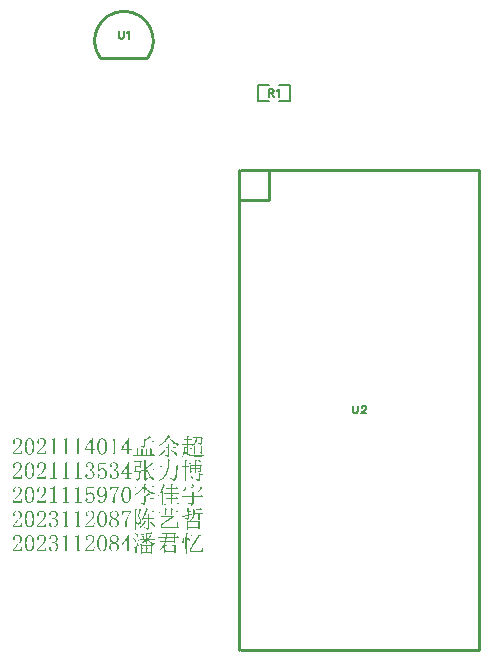
<source format=gto>
G04 Layer: TopSilkscreenLayer*
G04 EasyEDA Pro v2.1.59.0ce47373.225d47, 2024-05-24 15:24:34*
G04 Gerber Generator version 0.3*
G04 Scale: 100 percent, Rotated: No, Reflected: No*
G04 Dimensions in millimeters*
G04 Leading zeros omitted, absolute positions, 3 integers and 5 decimals*
%FSLAX35Y35*%
%MOMM*%
%ADD10C,0.1524*%
%ADD11C,0.254*%
G75*


G04 Text Start*
G54D10*
G01X-3905250Y6036616D02*
G01X-3905250Y5990134D01*
G01X-3902202Y5980990D01*
G01X-3895852Y5974640D01*
G01X-3886708Y5971592D01*
G01X-3880358D01*
G01X-3871214Y5974640D01*
G01X-3865118Y5980990D01*
G01X-3861816Y5990134D01*
G01Y6036616D01*
G01X-3831590Y6024170D02*
G01X-3825494Y6027472D01*
G01X-3816350Y6036616D01*
G01Y5971592D01*
G01X-2635250Y5544312D02*
G01X-2635250Y5479288D01*
G01X-2635250Y5544312D02*
G01X-2607310Y5544312D01*
G01X-2598166Y5541264D01*
G01X-2595118Y5538216D01*
G01X-2591816Y5531866D01*
G01Y5525770D01*
G01X-2595118Y5519674D01*
G01X-2598166Y5516626D01*
G01X-2607310Y5513324D01*
G01X-2635250D01*
G01X-2613660Y5513324D02*
G01X-2591816Y5479288D01*
G01X-2561590Y5531866D02*
G01X-2555494Y5535168D01*
G01X-2546350Y5544312D01*
G01Y5479288D01*
G01X-1925320Y2864612D02*
G01X-1925320Y2818130D01*
G01X-1922272Y2808986D01*
G01X-1915922Y2802636D01*
G01X-1906778Y2799588D01*
G01X-1900428D01*
G01X-1891284Y2802636D01*
G01X-1885188Y2808986D01*
G01X-1881886Y2818130D01*
G01Y2864612D01*
G01X-1848612Y2849118D02*
G01X-1848612Y2852166D01*
G01X-1845564Y2858516D01*
G01X-1842516Y2861564D01*
G01X-1836420Y2864612D01*
G01X-1823974D01*
G01X-1817624Y2861564D01*
G01X-1814576Y2858516D01*
G01X-1811528Y2852166D01*
G01Y2846070D01*
G01X-1814576Y2839974D01*
G01X-1820926Y2830576D01*
G01X-1851660Y2799588D01*
G01X-1808480D01*
G36*
G01X-3487674Y2617064D02*
G01X-3488233Y2616911D01*
G01X-3488639Y2615844D01*
G01X-3489554Y2613660D01*
G01X-3490468Y2611780D01*
G01X-3491433Y2609596D01*
G01X-3493872Y2604668D01*
G01X-3495142Y2602484D01*
G01X-3499764Y2595016D01*
G01X-3503524Y2589428D01*
G01X-3506622Y2585110D01*
G01X-3508451Y2582316D01*
G01X-3510331Y2580132D01*
G01X-3511601Y2578608D01*
G01X-3513125Y2576119D01*
G01X-3515004Y2573934D01*
G01X-3518713Y2569261D01*
G01X-3521812Y2566162D01*
G01X-3523691Y2563673D01*
G01X-3525876Y2561539D01*
G01X-3528974Y2557780D01*
G01X-3536696Y2550058D01*
G01X-3539795Y2547569D01*
G01X-3544468Y2542896D01*
G01X-3546958Y2541016D01*
G01X-3549752Y2538882D01*
G01X-3551936Y2537308D01*
G01X-3553460Y2535784D01*
G01X-3555035Y2534514D01*
G01X-3557524Y2532990D01*
G01X-3559962Y2531110D01*
G01X-3563722Y2528621D01*
G01X-3571138Y2523947D01*
G01X-3574237Y2521814D01*
G01X-3575253Y2520645D01*
G01X-3575202Y2519629D01*
G01X-3574440Y2519020D01*
G01X-3573323D01*
G01X-3570529Y2520239D01*
G01X-3568040Y2521509D01*
G01X-3565906Y2522423D01*
G01X-3563417Y2523642D01*
G01X-3560928Y2525217D01*
G01X-3555340Y2528316D01*
G01X-3552546Y2530196D01*
G01X-3550056Y2531720D01*
G01X-3548177Y2532990D01*
G01X-3545688Y2534514D01*
G01X-3540150Y2538222D01*
G01X-3537966Y2540102D01*
G01X-3536391Y2541372D01*
G01X-3534207Y2542591D01*
G01X-3532988Y2543150D01*
G01X-3531768Y2542896D01*
G01X-3529889Y2541372D01*
G01X-3526790Y2538222D01*
G01X-3524910Y2536698D01*
G01X-3521507Y2536393D01*
G01X-3518408Y2537003D01*
G01X-3510331Y2537612D01*
G01X-3505352Y2538222D01*
G01X-3496970Y2538578D01*
G01X-3489554D01*
G01Y2511857D01*
G01X-3491078Y2511552D01*
G01X-3523691Y2511247D01*
G01X-3546856Y2510993D01*
G01X-3554425Y2510333D01*
G01X-3553155Y2508453D01*
G01X-3551276Y2506574D01*
G01X-3549142Y2504745D01*
G01X-3547669Y2504186D01*
G01X-3545688Y2504440D01*
G01X-3542284Y2505050D01*
G01X-3540150Y2505354D01*
G01X-3530194Y2505964D01*
G01X-3509721Y2506269D01*
G01X-3490163D01*
G01X-3489858Y2504745D01*
G01X-3489554Y2478989D01*
G01X-3489858Y2453843D01*
G01X-3490163Y2451659D01*
G01X-3490773Y2449474D01*
G01X-3492043Y2447950D01*
G01X-3494227Y2447036D01*
G01X-3499460Y2446731D01*
G01X-3504133Y2447036D01*
G01X-3509721Y2447646D01*
G01X-3512820Y2448255D01*
G01X-3517189Y2448865D01*
G01X-3520288Y2449170D01*
G01X-3520948Y2448814D01*
G01X-3521202Y2447646D01*
G01X-3520643Y2446325D01*
G01X-3519018Y2445461D01*
G01X-3515919Y2444547D01*
G01X-3513734Y2443582D01*
G01X-3510940Y2442362D01*
G01X-3507842Y2441143D01*
G01X-3505708Y2439873D01*
G01X-3503828Y2438654D01*
G01X-3501339Y2437079D01*
G01X-3499155Y2435555D01*
G01X-3497936Y2433980D01*
G01X-3496056Y2430272D01*
G01X-3495497Y2429561D01*
G01X-3494532Y2429307D01*
G01X-3492043Y2429967D01*
G01X-3489249Y2431186D01*
G01X-3486150Y2433066D01*
G01X-3482391Y2436774D01*
G01X-3480867Y2438959D01*
G01X-3479597Y2441448D01*
G01X-3478987Y2443937D01*
G01X-3478682Y2446376D01*
G01X-3478378Y2476500D01*
G01Y2505659D01*
G01X-3476803Y2505964D01*
G01X-3443630Y2506269D01*
G01X-3419958Y2506523D01*
G01X-3412287Y2507234D01*
G01X-3413506Y2508758D01*
G01X-3424377Y2519629D01*
G01X-3426257Y2520848D01*
G01X-3427781Y2520544D01*
G01X-3429051Y2519020D01*
G01X-3434639Y2513432D01*
G01X-3436468Y2511857D01*
G01X-3457600Y2511247D01*
G01X-3477768D01*
G01X-3478073Y2512822D01*
G01X-3478378Y2526436D01*
G01Y2538578D01*
G01X-3456635D01*
G01X-3434944Y2539187D01*
G01X-3435858Y2540406D01*
G01X-3446729Y2551278D01*
G01X-3447948Y2552192D01*
G01X-3449218Y2551278D01*
G01X-3455416Y2545080D01*
G01X-3457600Y2543505D01*
G01X-3495446Y2542896D01*
G01X-3522675Y2543150D01*
G01X-3531768Y2543810D01*
G01X-3530498Y2545385D01*
G01X-3517494Y2556256D01*
G01X-3508146Y2565552D01*
G01X-3506622Y2567432D01*
G01X-3504438Y2569921D01*
G01X-3502254Y2572055D01*
G01X-3496056Y2579522D01*
G01X-3492348Y2584196D01*
G01X-3491433Y2585720D01*
G01X-3488284Y2590089D01*
G01X-3487064Y2591613D01*
G01X-3485490Y2593797D01*
G01X-3483661Y2596286D01*
G01X-3481781Y2597810D01*
G01X-3480867Y2597658D01*
G01X-3479952Y2596591D01*
G01X-3478073Y2593797D01*
G01X-3474974Y2589428D01*
G01X-3473094Y2586634D01*
G01X-3471215Y2584501D01*
G01X-3469996Y2582926D01*
G01X-3469081Y2581402D01*
G01X-3467811Y2579827D01*
G01X-3465982Y2577338D01*
G01X-3462223Y2573020D01*
G01X-3460090Y2570836D01*
G01X-3457600Y2567737D01*
G01X-3445154Y2555291D01*
G01X-3442056Y2552852D01*
G01X-3438347Y2549703D01*
G01X-3436772Y2548179D01*
G01X-3433064Y2545080D01*
G01X-3431540Y2543810D01*
G01X-3429965Y2542896D01*
G01X-3427781Y2541372D01*
G01X-3424682Y2539187D01*
G01X-3422193Y2537308D01*
G01X-3419754Y2535784D01*
G01X-3414166Y2532024D01*
G01X-3406089Y2528011D01*
G01X-3404514Y2527402D01*
G01X-3404210Y2528926D01*
G01X-3402686Y2532024D01*
G01X-3399892Y2534209D01*
G01X-3397402Y2535428D01*
G01X-3395218Y2536393D01*
G01X-3393034Y2537003D01*
G01X-3390544Y2537612D01*
G01X-3389325Y2538222D01*
G01X-3388716Y2539492D01*
G01X-3388868Y2540813D01*
G01X-3389935Y2541676D01*
G01X-3393034Y2542591D01*
G01X-3396437Y2543505D01*
G01X-3400196Y2544470D01*
G01X-3402990Y2545080D01*
G01X-3405480Y2545994D01*
G01X-3408578Y2547264D01*
G01X-3415386Y2549703D01*
G01X-3422853Y2553462D01*
G01X-3424987Y2554681D01*
G01X-3427781Y2556256D01*
G01X-3430880Y2558085D01*
G01X-3439262Y2563673D01*
G01X-3441446Y2565248D01*
G01X-3443935Y2567127D01*
G01X-3446120Y2568956D01*
G01X-3447644Y2570226D01*
G01X-3449218Y2571750D01*
G01X-3455416Y2576728D01*
G01X-3467811Y2589124D01*
G01X-3470300Y2592222D01*
G01X-3471875Y2593797D01*
G01X-3473094Y2595321D01*
G01X-3474009Y2596896D01*
G01X-3475279Y2598420D01*
G01X-3476803Y2600604D01*
G01X-3477362Y2601773D01*
G01X-3477158Y2602789D01*
G01X-3474974Y2604668D01*
G01X-3472485Y2606497D01*
G01X-3472078Y2607361D01*
G01X-3472790Y2608072D01*
G01X-3477768Y2611171D01*
G01X-3479952Y2612390D01*
G01X-3482391Y2613965D01*
G01X-3485490Y2615844D01*
G37*
G36*
G01X-3327248Y2615184D02*
G01X-3328010Y2615032D01*
G01X-3328518Y2613965D01*
G01X-3328822Y2596591D01*
G01X-3328518Y2580132D01*
G01X-3332531Y2579675D01*
G01X-3345282Y2579522D01*
G01X-3362960Y2578913D01*
G01X-3363163Y2578252D01*
G01X-3362655Y2577643D01*
G01X-3357982Y2573020D01*
G01X-3355797Y2572055D01*
G01X-3353308Y2572360D01*
G01X-3350209Y2573020D01*
G01X-3346806Y2573325D01*
G01X-3344621Y2573630D01*
G01X-3338424Y2574239D01*
G01X-3333445Y2574544D01*
G01X-3330296Y2574239D01*
G01X-3328822Y2573325D01*
G01X-3328518Y2570531D01*
G01X-3328822Y2555646D01*
G01X-3328518Y2541676D01*
G01X-3333394Y2541219D01*
G01X-3348685Y2541016D01*
G01X-3364027Y2540813D01*
G01X-3369158Y2540102D01*
G01X-3368243Y2538578D01*
G01X-3365094Y2535428D01*
G01X-3363570Y2534209D01*
G01X-3360471Y2533904D01*
G01X-3357067Y2534514D01*
G01X-3352698Y2535123D01*
G01X-3346501Y2535784D01*
G01X-3336239Y2536088D01*
G01X-3326943D01*
G01X-3326638Y2534514D01*
G01X-3326333Y2498192D01*
G01Y2463444D01*
G01X-3327552Y2463749D01*
G01X-3330346Y2465324D01*
G01X-3332531Y2467508D01*
G01X-3338728Y2472487D01*
G01X-3344926Y2478684D01*
G01X-3345891Y2480513D01*
G01Y2483612D01*
G01X-3345282Y2486711D01*
G01X-3344621Y2492299D01*
G01X-3344012Y2495448D01*
G01X-3343707Y2499157D01*
G01X-3343402Y2501646D01*
G01X-3342792Y2505354D01*
G01X-3341827Y2509063D01*
G01X-3338119Y2512162D01*
G01X-3337509Y2513736D01*
G01X-3339338Y2514956D01*
G01X-3347720Y2518715D01*
G01X-3350209Y2519934D01*
G01X-3352698Y2520848D01*
G01X-3353460Y2520544D01*
G01X-3353968Y2519020D01*
G01X-3354273Y2507844D01*
G01X-3354578Y2497887D01*
G01X-3355188Y2494788D01*
G01X-3355492Y2490775D01*
G01X-3355797Y2487981D01*
G01X-3356407Y2484272D01*
G01X-3356762Y2479904D01*
G01X-3357067Y2477414D01*
G01X-3357677Y2474316D01*
G01X-3358286Y2470607D01*
G01X-3358896Y2468118D01*
G01X-3359506Y2465019D01*
G01X-3360471Y2461616D01*
G01X-3361385Y2458822D01*
G01X-3361995Y2456332D01*
G01X-3362655Y2454148D01*
G01X-3363570Y2451659D01*
G01X-3367278Y2442362D01*
G01X-3368548Y2439568D01*
G01X-3370986Y2434590D01*
G01X-3372256Y2432456D01*
G01Y2430577D01*
G01X-3370682Y2430272D01*
G01X-3369158Y2431491D01*
G01X-3367278Y2433980D01*
G01X-3365094Y2437079D01*
G01X-3361995Y2441448D01*
G01X-3360471Y2443937D01*
G01X-3359201Y2446071D01*
G01X-3356102Y2451659D01*
G01X-3354883Y2454453D01*
G01X-3353613Y2457552D01*
G01X-3352394Y2460041D01*
G01X-3351174Y2463140D01*
G01X-3350209Y2466238D01*
G01X-3349295Y2469032D01*
G01X-3348380Y2472131D01*
G01X-3347415Y2474316D01*
G01X-3346653Y2474620D01*
G01X-3345586Y2473706D01*
G01X-3343097Y2470607D01*
G01X-3341218Y2468423D01*
G01X-3339998Y2466899D01*
G01X-3332226Y2459126D01*
G01X-3327248Y2455418D01*
G01X-3325724Y2454148D01*
G01X-3323539Y2452624D01*
G01X-3321050Y2451049D01*
G01X-3316732Y2448560D01*
G01X-3314852Y2447341D01*
G01X-3312363Y2446071D01*
G01X-3303067Y2442362D01*
G01X-3299968Y2441448D01*
G01X-3297479Y2440788D01*
G01X-3294685Y2439873D01*
G01X-3290976Y2438959D01*
G01X-3288182Y2438349D01*
G01X-3285033Y2437689D01*
G01X-3281020Y2436774D01*
G01X-3276702Y2436165D01*
G01X-3273247Y2435860D01*
G01X-3270148Y2435250D01*
G01X-3265830Y2434895D01*
G01X-3262732Y2434590D01*
G01X-3258972Y2433980D01*
G01X-3252775Y2433676D01*
G01X-3248457Y2433371D01*
G01X-3243478Y2432761D01*
G01X-3227984Y2432101D01*
G01X-3221736Y2431491D01*
G01X-3209646Y2431186D01*
G01X-3198470D01*
G01X-3197860Y2432761D01*
G01X-3195980Y2435860D01*
G01X-3193186Y2438349D01*
G01X-3190748Y2439873D01*
G01X-3187954Y2441143D01*
G01X-3185160Y2442058D01*
G01X-3183890Y2443582D01*
G01X-3184042Y2444598D01*
G01X-3185160Y2445156D01*
G01X-3197555Y2445461D01*
G01X-3209341Y2445156D01*
G01X-3221431Y2444852D01*
G01X-3233572Y2445156D01*
G01X-3270148Y2445766D01*
G01X-3272942Y2446071D01*
G01X-3276346Y2446376D01*
G01X-3280105Y2446731D01*
G01X-3283204Y2447036D01*
G01X-3285388Y2447341D01*
G01X-3287827Y2447950D01*
G01X-3294075Y2449170D01*
G01X-3296564Y2449830D01*
G01X-3303067Y2451659D01*
G01X-3305556Y2452624D01*
G01X-3308350Y2453538D01*
G01X-3311449Y2454758D01*
G01X-3314243Y2456028D01*
G01X-3315462Y2457552D01*
G01X-3315767Y2477719D01*
G01Y2496972D01*
G01X-3313582Y2496668D01*
G01X-3294990Y2496363D01*
G01X-3277921Y2496972D01*
G01X-3277667Y2497582D01*
G01X-3278226Y2498192D01*
G01X-3283204Y2503170D01*
G01X-3285033Y2505354D01*
G01X-3286608Y2507234D01*
G01X-3288182Y2508758D01*
G01X-3289402Y2509723D01*
G01X-3290621Y2509368D01*
G01X-3293415Y2506574D01*
G01X-3295599Y2505050D01*
G01X-3297784Y2502865D01*
G01X-3300578Y2501646D01*
G01X-3308960Y2501341D01*
G01X-3315157D01*
G01X-3315462Y2502865D01*
G01X-3315767Y2519934D01*
G01Y2535428D01*
G01X-3314243Y2535784D01*
G01X-3296209Y2536088D01*
G01X-3284068Y2536292D01*
G01X-3280410Y2537003D01*
G01X-3282899Y2540102D01*
G01X-3290621Y2547874D01*
G01X-3292196Y2549093D01*
G01X-3293770D01*
G01X-3295599Y2547569D01*
G01X-3299308Y2543810D01*
G01X-3301492Y2541981D01*
G01X-3304286Y2541270D01*
G01X-3310179Y2541016D01*
G01X-3317646D01*
G01X-3317342Y2543200D01*
G01X-3317037Y2558745D01*
G01X-3317342Y2572664D01*
G01X-3316376Y2573934D01*
G01X-3298698Y2574544D01*
G01X-3282290D01*
G01X-3283204Y2575814D01*
G01X-3285388Y2578252D01*
G01X-3287217Y2580437D01*
G01X-3293415Y2586634D01*
G01X-3294126Y2587193D01*
G01X-3294990Y2586939D01*
G01X-3301187Y2580742D01*
G01X-3303067Y2579827D01*
G01X-3310788Y2579522D01*
G01X-3317646D01*
G01X-3317342Y2581707D01*
G01X-3317037Y2592883D01*
G01X-3316783Y2599690D01*
G01X-3316072Y2602179D01*
G01X-3314548Y2603094D01*
G01X-3311449Y2605583D01*
G01X-3310484Y2606802D01*
G01X-3310636Y2607462D01*
G01X-3311754Y2608072D01*
G01X-3317342Y2610561D01*
G01X-3320440Y2612085D01*
G01X-3323234Y2613355D01*
G01X-3325419Y2614270D01*
G37*
G36*
G01X-3641293Y2609596D02*
G01X-3642817Y2609291D01*
G01X-3644392Y2608072D01*
G01X-3646881Y2606192D01*
G01X-3649066Y2604364D01*
G01X-3651199Y2603398D01*
G01X-3701796Y2603094D01*
G01X-3750818Y2602484D01*
G01X-3749904Y2601214D01*
G01X-3745840Y2597201D01*
G01X-3742741Y2596286D01*
G01X-3739947Y2596591D01*
G01X-3737458Y2597201D01*
G01X-3733140Y2597810D01*
G01X-3693109Y2598115D01*
G01X-3654958Y2598420D01*
G01X-3654146D01*
G01X-3653688Y2597810D01*
G01X-3653790Y2596947D01*
G01X-3654654Y2596286D01*
G01X-3657092Y2594712D01*
G01X-3659886Y2593188D01*
G01X-3662070Y2591918D01*
G01X-3664255Y2590394D01*
G01X-3667354Y2588514D01*
G01X-3672332Y2585415D01*
G01X-3675431Y2583536D01*
G01X-3678225Y2581707D01*
G01X-3680714Y2580132D01*
G01X-3682848Y2578913D01*
G01X-3685032Y2578252D01*
G01X-3687216Y2578913D01*
G01X-3689706Y2580132D01*
G01X-3692195Y2581046D01*
G01X-3692855Y2580996D01*
G01X-3693109Y2580132D01*
G01X-3692804Y2577948D01*
G01X-3692195Y2566162D01*
G01X-3691890Y2563673D01*
G01X-3692246Y2562454D01*
G01X-3693414Y2561844D01*
G01X-3735629Y2561539D01*
G01X-3765956Y2561285D01*
G01X-3775659Y2560574D01*
G01X-3770986Y2555951D01*
G01X-3769106Y2554986D01*
G01X-3766972Y2554681D01*
G01X-3764788Y2554986D01*
G01X-3761080Y2555646D01*
G01X-3756101Y2556256D01*
G01X-3722878Y2556561D01*
G01X-3691890D01*
G01Y2542591D01*
G01X-3692195Y2527706D01*
G01X-3693109Y2525522D01*
G01X-3694989Y2523642D01*
G01X-3702101Y2523033D01*
G01X-3708908Y2523338D01*
G01X-3712667Y2523947D01*
G01X-3718255Y2524303D01*
G01X-3721964Y2524608D01*
G01X-3722726Y2524506D01*
G01X-3723183Y2523642D01*
G01X-3723132Y2522474D01*
G01X-3722268Y2521509D01*
G01X-3719474Y2520239D01*
G01X-3716985Y2519324D01*
G01X-3714852Y2518410D01*
G01X-3712058Y2517140D01*
G01X-3707689Y2514956D01*
G01X-3705504Y2513736D01*
G01X-3703676Y2512162D01*
G01X-3702101Y2510638D01*
G01X-3700577Y2508453D01*
G01X-3699612Y2505964D01*
G01X-3699002Y2505354D01*
G01X-3697783D01*
G01X-3695598Y2506269D01*
G01X-3694024Y2507234D01*
G01X-3691890Y2508453D01*
G01X-3689401Y2510028D01*
G01X-3687521Y2511552D01*
G01X-3685946Y2513127D01*
G01X-3684422Y2515260D01*
G01X-3683152Y2517445D01*
G01X-3682238Y2519629D01*
G01X-3681324Y2522423D01*
G01X-3680714Y2540102D01*
G01Y2556561D01*
G01X-3639109D01*
G01X-3597199Y2557170D01*
G01X-3597859Y2558440D01*
G01X-3611829Y2572360D01*
G01X-3612490Y2572918D01*
G01X-3613353Y2572664D01*
G01X-3619856Y2566162D01*
G01X-3624224Y2562454D01*
G01X-3631997Y2561742D01*
G01X-3652774Y2561539D01*
G01X-3680054D01*
G01X-3680409Y2563063D01*
G01X-3680714Y2565857D01*
G01X-3680308Y2566924D01*
G01X-3679139Y2567737D01*
G01X-3676650Y2568956D01*
G01X-3675431Y2570226D01*
G01X-3675583Y2570886D01*
G01X-3676650Y2571750D01*
G01X-3677971Y2572918D01*
G01X-3678834Y2574544D01*
G01X-3678885Y2576119D01*
G01X-3677920Y2577033D01*
G01X-3662985Y2584501D01*
G01X-3660191Y2585720D01*
G01X-3647796Y2590698D01*
G01X-3644697Y2591613D01*
G01X-3641903Y2592222D01*
G01X-3636924Y2593492D01*
G01X-3632911Y2593797D01*
G01X-3629508Y2594407D01*
G01Y2595982D01*
G01X-3630727Y2597506D01*
G01X-3638194Y2606192D01*
G01X-3639718Y2608072D01*
G37*
G36*
G01X-3201416Y2603348D02*
G01X-3202229Y2602789D01*
G01X-3206852Y2598115D01*
G01X-3208731Y2597201D01*
G01X-3244088Y2596896D01*
G01X-3278835Y2596286D01*
G01X-3278226Y2595016D01*
G01X-3275127Y2591918D01*
G01X-3273552Y2590698D01*
G01X-3270453Y2590089D01*
G01X-3267050Y2590394D01*
G01X-3263951Y2591003D01*
G01X-3259938Y2591308D01*
G01X-3257144Y2591613D01*
G01X-3255264D01*
G01X-3254045Y2590394D01*
G01Y2588514D01*
G01X-3254654Y2579218D01*
G01X-3255874Y2573020D01*
G01X-3257144Y2568042D01*
G01X-3258363Y2563673D01*
G01X-3259328Y2561184D01*
G01X-3260547Y2558085D01*
G01X-3263036Y2553157D01*
G01X-3264256Y2550973D01*
G01X-3265526Y2549093D01*
G01X-3266745Y2546960D01*
G01X-3268015Y2545080D01*
G01X-3269844Y2542591D01*
G01X-3272333Y2539492D01*
G01X-3280715Y2531110D01*
G01X-3283204Y2529230D01*
G01X-3285388Y2527402D01*
G01X-3286912Y2526132D01*
G01X-3288182Y2524608D01*
G01X-3287827Y2522728D01*
G01X-3287014Y2522169D01*
G01X-3285693Y2522423D01*
G01X-3280105Y2525522D01*
G01X-3277006Y2527402D01*
G01X-3273908Y2529535D01*
G01X-3271723Y2531110D01*
G01X-3270148Y2532329D01*
G01X-3267659Y2534209D01*
G01X-3259328Y2542591D01*
G01X-3256839Y2545690D01*
G01X-3254959Y2548179D01*
G01X-3252775Y2551278D01*
G01X-3249676Y2556866D01*
G01X-3248152Y2559964D01*
G01X-3244393Y2569261D01*
G01X-3243783Y2572055D01*
G01X-3243174Y2574544D01*
G01X-3241904Y2580132D01*
G01X-3241294Y2585415D01*
G01X-3241091Y2588768D01*
G01X-3240380Y2590698D01*
G01X-3235706Y2591613D01*
G01X-3223616Y2591918D01*
G01X-3211678Y2591613D01*
G01X-3207461Y2590698D01*
G01Y2588514D01*
G01X-3208122Y2581046D01*
G01X-3208731Y2572360D01*
G01X-3209341Y2566772D01*
G01X-3209646Y2562454D01*
G01X-3210255Y2557780D01*
G01X-3210916Y2554681D01*
G01X-3211525Y2551887D01*
G01X-3212744Y2550058D01*
G01X-3215234Y2548788D01*
G01X-3218028Y2548179D01*
G01X-3221431Y2547874D01*
G01X-3224835Y2548179D01*
G01X-3227984Y2548788D01*
G01X-3231998Y2549093D01*
G01X-3233471Y2548788D01*
G01X-3234182Y2547874D01*
G01X-3234030Y2546756D01*
G01X-3232912Y2545994D01*
G01X-3230423Y2544775D01*
G01X-3228289Y2543810D01*
G01X-3226410Y2542896D01*
G01X-3222701Y2540406D01*
G01X-3221126Y2538882D01*
G01X-3218942Y2536393D01*
G01X-3217113Y2533599D01*
G01X-3216250Y2532736D01*
G01X-3214929Y2532685D01*
G01X-3212440Y2533599D01*
G01X-3209950Y2535123D01*
G01X-3207817Y2537003D01*
G01X-3206242Y2538578D01*
G01X-3204362Y2540711D01*
G01X-3202838Y2543200D01*
G01X-3201568Y2545994D01*
G01X-3200349Y2550058D01*
G01X-3199435Y2554681D01*
G01X-3198774Y2558085D01*
G01X-3198165Y2563673D01*
G01X-3197555Y2568042D01*
G01X-3196946Y2577948D01*
G01X-3196336Y2582926D01*
G01X-3195980Y2586939D01*
G01X-3195625Y2589530D01*
G01X-3194456Y2591003D01*
G01X-3192272Y2592883D01*
G01X-3191358Y2594407D01*
G01X-3191967Y2595677D01*
G01X-3198165Y2601874D01*
G01X-3200349Y2603094D01*
G37*
G36*
G01X-4449623Y2590698D02*
G01X-4451198Y2590394D01*
G01X-4452112Y2589428D01*
G01X-4453992Y2586634D01*
G01X-4456125Y2584501D01*
G01X-4458310Y2582926D01*
G01X-4460799Y2581402D01*
G01X-4463593Y2580132D01*
G01X-4467301Y2579218D01*
G01X-4470400Y2578608D01*
G01X-4477258Y2578252D01*
G01X-4483151D01*
G01Y2573325D01*
G01X-4474464D01*
G01X-4467555Y2573071D01*
G01X-4464202Y2572360D01*
G01X-4462018Y2569921D01*
G01X-4461104Y2566772D01*
G01X-4460799Y2516226D01*
G01X-4461104Y2466238D01*
G01X-4461713Y2464105D01*
G01X-4463288Y2461311D01*
G01X-4466082Y2459126D01*
G01X-4468876Y2457856D01*
G01X-4471365Y2457247D01*
G01X-4473499Y2456942D01*
G01X-4478782Y2456637D01*
G01X-4483151D01*
G01Y2452268D01*
G01X-4424782D01*
G01Y2456637D01*
G01X-4430370D01*
G01X-4436923Y2456942D01*
G01X-4439361Y2457552D01*
G01X-4441850Y2458517D01*
G01X-4443730Y2459736D01*
G01X-4445610Y2461920D01*
G01X-4447134Y2465324D01*
G01X-4447743Y2528926D01*
G01Y2590698D01*
G37*
G36*
G01X-4347210Y2590698D02*
G01X-4348785Y2590394D01*
G01X-4349699Y2589428D01*
G01X-4351579Y2586634D01*
G01X-4353763Y2584501D01*
G01X-4355897Y2582926D01*
G01X-4358386Y2581402D01*
G01X-4361180Y2580132D01*
G01X-4364888Y2579218D01*
G01X-4368038Y2578608D01*
G01X-4374845Y2578252D01*
G01X-4380738D01*
G01Y2573325D01*
G01X-4372051D01*
G01X-4365142Y2573071D01*
G01X-4361790Y2572360D01*
G01X-4359656Y2569921D01*
G01X-4358691Y2566772D01*
G01X-4358386Y2516226D01*
G01X-4358691Y2466238D01*
G01X-4359351Y2464105D01*
G01X-4360875Y2461311D01*
G01X-4363669Y2459126D01*
G01X-4366463Y2457856D01*
G01X-4368952Y2457247D01*
G01X-4371137Y2456942D01*
G01X-4376369Y2456637D01*
G01X-4380738D01*
G01Y2452268D01*
G01X-4322420D01*
G01Y2456637D01*
G01X-4328008D01*
G01X-4334510Y2456942D01*
G01X-4336999Y2457552D01*
G01X-4339488Y2458517D01*
G01X-4341317Y2459736D01*
G01X-4343197Y2461920D01*
G01X-4344721Y2465324D01*
G01X-4345381Y2528926D01*
G01Y2590698D01*
G37*
G36*
G01X-4244848Y2590698D02*
G01X-4246372Y2590394D01*
G01X-4247286Y2589428D01*
G01X-4249166Y2586634D01*
G01X-4251350Y2584501D01*
G01X-4253535Y2582926D01*
G01X-4255973Y2581402D01*
G01X-4258767Y2580132D01*
G01X-4262526Y2579218D01*
G01X-4265625Y2578608D01*
G01X-4272432Y2578252D01*
G01X-4278325D01*
G01Y2573325D01*
G01X-4269638D01*
G01X-4262730Y2573071D01*
G01X-4259428Y2572360D01*
G01X-4257243Y2569921D01*
G01X-4256329Y2566772D01*
G01X-4255973Y2516226D01*
G01X-4256329Y2466238D01*
G01X-4256938Y2464105D01*
G01X-4258462Y2461311D01*
G01X-4261256Y2459126D01*
G01X-4264050Y2457856D01*
G01X-4266540Y2457247D01*
G01X-4268724Y2456942D01*
G01X-4274007Y2456637D01*
G01X-4278325D01*
G01Y2452268D01*
G01X-4220007D01*
G01Y2456637D01*
G01X-4225595D01*
G01X-4232097Y2456942D01*
G01X-4234586Y2457552D01*
G01X-4237076Y2458517D01*
G01X-4238904Y2459736D01*
G01X-4240784Y2461920D01*
G01X-4242359Y2465324D01*
G01X-4242968Y2528926D01*
G01Y2590698D01*
G37*
G36*
G01X-3937610Y2590698D02*
G01X-3939184Y2590394D01*
G01X-3940099Y2589428D01*
G01X-3941978Y2586634D01*
G01X-3944163Y2584501D01*
G01X-3946296Y2582926D01*
G01X-3948786Y2581402D01*
G01X-3951580Y2580132D01*
G01X-3955288Y2579218D01*
G01X-3958438Y2578608D01*
G01X-3965245Y2578252D01*
G01X-3971138D01*
G01Y2573325D01*
G01X-3962451D01*
G01X-3955542Y2573071D01*
G01X-3952189Y2572360D01*
G01X-3950056Y2569921D01*
G01X-3949090Y2566772D01*
G01X-3948786Y2516226D01*
G01X-3949090Y2466238D01*
G01X-3949751Y2464105D01*
G01X-3951275Y2461311D01*
G01X-3954069Y2459126D01*
G01X-3956863Y2457856D01*
G01X-3959352Y2457247D01*
G01X-3961536Y2456942D01*
G01X-3966769Y2456637D01*
G01X-3971138D01*
G01Y2452268D01*
G01X-3912819D01*
G01Y2456637D01*
G01X-3918407D01*
G01X-3924910Y2456942D01*
G01X-3927399Y2457552D01*
G01X-3929888Y2458517D01*
G01X-3931717Y2459736D01*
G01X-3933596Y2461920D01*
G01X-3935120Y2465324D01*
G01X-3935781Y2528926D01*
G01Y2590698D01*
G37*
G36*
G01X-4129989Y2590089D02*
G01X-4133342Y2589835D01*
G01X-4134663Y2589124D01*
G01X-4135577Y2587295D01*
G01X-4143350Y2574849D01*
G01X-4145229Y2572055D01*
G01X-4157624Y2552192D01*
G01X-4159504Y2549398D01*
G01X-4161333Y2546299D01*
G01X-4170680Y2531415D01*
G01X-4172509Y2528621D01*
G01X-4184955Y2508758D01*
G01X-4186784Y2505964D01*
G01X-4188663Y2502865D01*
G01X-4190187Y2500376D01*
G01X-4191254Y2498547D01*
G01X-4183685D01*
G01Y2499766D01*
G01X-4182770Y2501646D01*
G01X-4171899Y2519020D01*
G01X-4170020Y2521814D01*
G01X-4154526Y2546604D01*
G01X-4152646Y2549398D01*
G01X-4150817Y2552497D01*
G01X-4141470Y2567432D01*
G01X-4139641Y2569566D01*
G01X-4138930Y2561031D01*
G01X-4138676Y2534209D01*
G01Y2498192D01*
G01X-4161028D01*
G01X-4183685Y2498547D01*
G01X-4191254D01*
G01X-4191457Y2498192D01*
G01X-4192067Y2495448D01*
G01Y2493874D01*
G01X-4138676D01*
G01Y2478684D01*
G01X-4139336Y2462225D01*
G01X-4140556Y2460041D01*
G01X-4142740Y2458517D01*
G01X-4145229Y2457552D01*
G01X-4148328Y2456942D01*
G01X-4154830Y2456637D01*
G01X-4159199D01*
G01Y2452268D01*
G01X-4106418D01*
G01Y2456637D01*
G01X-4111396D01*
G01X-4117289Y2456942D01*
G01X-4119474Y2457552D01*
G01X-4122268Y2459126D01*
G01X-4124452Y2461920D01*
G01X-4125366Y2466238D01*
G01X-4125671Y2481478D01*
G01Y2493874D01*
G01X-4103929D01*
G01Y2498192D01*
G01X-4125671D01*
G01Y2590089D01*
G37*
G36*
G01X-3822802Y2590089D02*
G01X-3826154Y2589835D01*
G01X-3827475Y2589124D01*
G01X-3828390Y2587295D01*
G01X-3836162Y2574849D01*
G01X-3838042Y2572055D01*
G01X-3850437Y2552192D01*
G01X-3852316Y2549398D01*
G01X-3854145Y2546299D01*
G01X-3863442Y2531415D01*
G01X-3865321Y2528621D01*
G01X-3877716Y2508758D01*
G01X-3879596Y2505964D01*
G01X-3881476Y2502865D01*
G01X-3883000Y2500376D01*
G01X-3884066Y2498547D01*
G01X-3876497D01*
G01Y2499766D01*
G01X-3875583Y2501646D01*
G01X-3864712Y2519020D01*
G01X-3862832Y2521814D01*
G01X-3847338Y2546604D01*
G01X-3845458Y2549398D01*
G01X-3843579Y2552497D01*
G01X-3834282Y2567432D01*
G01X-3832454Y2569566D01*
G01X-3831742Y2561031D01*
G01X-3831488Y2534209D01*
G01Y2498192D01*
G01X-3853840D01*
G01X-3876497Y2498547D01*
G01X-3884066D01*
G01X-3884270Y2498192D01*
G01X-3884879Y2495448D01*
G01Y2493874D01*
G01X-3831488D01*
G01Y2478684D01*
G01X-3832098Y2462225D01*
G01X-3833368Y2460041D01*
G01X-3835552Y2458517D01*
G01X-3838042Y2457552D01*
G01X-3841140Y2456942D01*
G01X-3847643Y2456637D01*
G01X-3851961D01*
G01Y2452268D01*
G01X-3799230D01*
G01Y2456637D01*
G01X-3804209D01*
G01X-3810102Y2456942D01*
G01X-3812286Y2457552D01*
G01X-3815080Y2459126D01*
G01X-3817214Y2461920D01*
G01X-3818179Y2466238D01*
G01X-3818484Y2481478D01*
G01Y2493874D01*
G01X-3796741D01*
G01Y2498192D01*
G01X-3818484D01*
G01Y2590089D01*
G37*
G36*
G01X-4660646Y2590089D02*
G01X-4667148Y2589733D01*
G01X-4669942Y2588819D01*
G01X-4673346Y2587600D01*
G01X-4676140Y2586025D01*
G01X-4678934Y2584196D01*
G01X-4681118Y2582316D01*
G01X-4684217Y2579218D01*
G01X-4686706Y2576119D01*
G01X-4688230Y2573934D01*
G01X-4690110Y2571140D01*
G01X-4694123Y2563063D01*
G01X-4695393Y2560269D01*
G01X-4697222Y2554681D01*
G01X-4698187Y2551278D01*
G01X-4698797Y2548179D01*
G01X-4699406Y2545690D01*
G01X-4700016Y2541981D01*
G01X-4700676Y2537612D01*
G01X-4700981Y2534209D01*
G01X-4701286Y2532024D01*
G01X-4701540Y2521814D01*
G01X-4686097D01*
G01X-4685741Y2535784D01*
G01X-4685132Y2541981D01*
G01X-4684522Y2546299D01*
G01X-4683303Y2553157D01*
G01X-4682338Y2556256D01*
G01X-4681423Y2559964D01*
G01X-4680509Y2562454D01*
G01X-4679544Y2564638D01*
G01X-4678629Y2567127D01*
G01X-4677410Y2569921D01*
G01X-4676140Y2572055D01*
G01X-4673041Y2576728D01*
G01X-4669333Y2580437D01*
G01X-4667453Y2581707D01*
G01X-4665269Y2582621D01*
G01X-4662170Y2583536D01*
G01X-4658157Y2583840D01*
G01X-4655058Y2583231D01*
G01X-4652874Y2582316D01*
G01X-4650689Y2581046D01*
G01X-4648505Y2579522D01*
G01X-4646981Y2577643D01*
G01X-4645762Y2575814D01*
G01X-4644187Y2573630D01*
G01X-4642612Y2570531D01*
G01X-4641393Y2567737D01*
G01X-4639513Y2562149D01*
G01X-4638599Y2558745D01*
G01X-4637989Y2555646D01*
G01X-4637380Y2553157D01*
G01X-4636110Y2545690D01*
G01X-4635805Y2542591D01*
G01X-4635500Y2540102D01*
G01X-4634890Y2532024D01*
G01X-4634586Y2519934D01*
G01X-4634890Y2507844D01*
G01X-4635500Y2499157D01*
G01X-4636110Y2494178D01*
G01X-4636719Y2489860D01*
G01X-4637989Y2483612D01*
G01X-4641393Y2473401D01*
G01X-4642612Y2470607D01*
G01X-4643882Y2468423D01*
G01X-4645406Y2465934D01*
G01X-4646981Y2463749D01*
G01X-4648505Y2462225D01*
G01X-4650080Y2460955D01*
G01X-4652264Y2459431D01*
G01X-4655668Y2457856D01*
G01X-4659986Y2457247D01*
G01X-4662780Y2457552D01*
G01X-4664964Y2458212D01*
G01X-4667453Y2459126D01*
G01X-4669028Y2460346D01*
G01X-4672127Y2463444D01*
G01X-4673651Y2465324D01*
G01X-4674921Y2467204D01*
G01X-4676140Y2469337D01*
G01X-4678629Y2474316D01*
G01X-4679848Y2477110D01*
G01X-4681728Y2482698D01*
G01X-4682642Y2486101D01*
G01X-4683912Y2492299D01*
G01X-4684522Y2496058D01*
G01X-4684827Y2498852D01*
G01X-4685132Y2500986D01*
G01X-4685741Y2507844D01*
G01X-4686097Y2521814D01*
G01X-4701540D01*
G01X-4701591Y2519629D01*
G01X-4701286Y2507234D01*
G01X-4700676Y2500986D01*
G01X-4700016Y2496668D01*
G01X-4698797Y2490470D01*
G01X-4697882Y2487371D01*
G01X-4696612Y2483307D01*
G01X-4695393Y2479904D01*
G01X-4694123Y2476805D01*
G01X-4692904Y2474316D01*
G01X-4691685Y2472131D01*
G01X-4690110Y2469693D01*
G01X-4688230Y2466899D01*
G01X-4686706Y2464714D01*
G01X-4685436Y2463140D01*
G01X-4682338Y2460041D01*
G01X-4680204Y2458212D01*
G01X-4675835Y2455062D01*
G01X-4672736Y2453538D01*
G01X-4669333Y2452268D01*
G01X-4666844Y2451354D01*
G01X-4659986Y2451049D01*
G01X-4652874Y2451354D01*
G01X-4650080Y2452268D01*
G01X-4646676Y2453843D01*
G01X-4643882Y2455418D01*
G01X-4641088Y2457247D01*
G01X-4635805Y2462530D01*
G01X-4634586Y2464105D01*
G01X-4633011Y2466238D01*
G01X-4631131Y2469032D01*
G01X-4629607Y2471522D01*
G01X-4628337Y2473706D01*
G01X-4625899Y2479294D01*
G01X-4624934Y2481783D01*
G01X-4624019Y2484577D01*
G01X-4623105Y2487676D01*
G01X-4622444Y2490470D01*
G01X-4621835Y2492959D01*
G01X-4621225Y2496058D01*
G01X-4620616Y2499766D01*
G01X-4620006Y2504745D01*
G01X-4619650Y2509063D01*
G01X-4619346Y2511552D01*
G01X-4619041Y2521814D01*
G01X-4619346Y2532024D01*
G01X-4620006Y2539492D01*
G01X-4620616Y2543810D01*
G01X-4621835Y2550668D01*
G01X-4622749Y2553767D01*
G01X-4624019Y2557780D01*
G01X-4625238Y2561539D01*
G01X-4626508Y2564333D01*
G01X-4628998Y2569261D01*
G01X-4630217Y2571445D01*
G01X-4632096Y2574239D01*
G01X-4633925Y2576728D01*
G01X-4636414Y2579827D01*
G01X-4637989Y2581402D01*
G01X-4640478Y2583231D01*
G01X-4643577Y2585415D01*
G01X-4646066Y2586939D01*
G01X-4648860Y2588209D01*
G01X-4652874Y2589428D01*
G37*
G36*
G01X-4046220Y2590089D02*
G01X-4052722Y2589733D01*
G01X-4055516Y2588819D01*
G01X-4058971Y2587600D01*
G01X-4061765Y2586025D01*
G01X-4064559Y2584196D01*
G01X-4066692Y2582316D01*
G01X-4069791Y2579218D01*
G01X-4072280Y2576119D01*
G01X-4073855Y2573934D01*
G01X-4075735Y2571140D01*
G01X-4079748Y2563063D01*
G01X-4080967Y2560269D01*
G01X-4082847Y2554681D01*
G01X-4083761Y2551278D01*
G01X-4084422Y2548179D01*
G01X-4085031Y2545690D01*
G01X-4085641Y2541981D01*
G01X-4086250Y2537612D01*
G01X-4086555Y2534209D01*
G01X-4086860Y2532024D01*
G01X-4087165Y2521814D01*
G01X-4071671D01*
G01X-4071366Y2535784D01*
G01X-4070756Y2541981D01*
G01X-4070147Y2546299D01*
G01X-4068877Y2553157D01*
G01X-4067962Y2556256D01*
G01X-4066997Y2559964D01*
G01X-4066083Y2562454D01*
G01X-4065168Y2564638D01*
G01X-4064203Y2567127D01*
G01X-4062984Y2569921D01*
G01X-4061765Y2572055D01*
G01X-4058666Y2576728D01*
G01X-4054907Y2580437D01*
G01X-4053078Y2581707D01*
G01X-4050894Y2582621D01*
G01X-4047795Y2583536D01*
G01X-4043731Y2583840D01*
G01X-4040632Y2583231D01*
G01X-4038498Y2582316D01*
G01X-4036314Y2581046D01*
G01X-4034130Y2579522D01*
G01X-4032555Y2577643D01*
G01X-4031336Y2575814D01*
G01X-4029761Y2573630D01*
G01X-4028237Y2570531D01*
G01X-4027018Y2567737D01*
G01X-4025138Y2562149D01*
G01X-4024224Y2558745D01*
G01X-4023563Y2555646D01*
G01X-4022954Y2553157D01*
G01X-4021734Y2545690D01*
G01X-4021430Y2542591D01*
G01X-4021074Y2540102D01*
G01X-4020464Y2532024D01*
G01X-4020160Y2519934D01*
G01X-4020464Y2507844D01*
G01X-4021074Y2499157D01*
G01X-4021734Y2494178D01*
G01X-4022344Y2489860D01*
G01X-4023563Y2483612D01*
G01X-4027018Y2473401D01*
G01X-4028237Y2470607D01*
G01X-4029456Y2468423D01*
G01X-4031031Y2465934D01*
G01X-4032555Y2463749D01*
G01X-4034130Y2462225D01*
G01X-4035704Y2460955D01*
G01X-4037838Y2459431D01*
G01X-4041242Y2457856D01*
G01X-4045610Y2457247D01*
G01X-4048404Y2457552D01*
G01X-4050589Y2458212D01*
G01X-4053078Y2459126D01*
G01X-4054602Y2460346D01*
G01X-4057701Y2463444D01*
G01X-4059276Y2465324D01*
G01X-4060495Y2467204D01*
G01X-4061765Y2469337D01*
G01X-4064203Y2474316D01*
G01X-4065473Y2477110D01*
G01X-4067353Y2482698D01*
G01X-4068267Y2486101D01*
G01X-4069486Y2492299D01*
G01X-4070147Y2496058D01*
G01X-4070452Y2498852D01*
G01X-4070756Y2500986D01*
G01X-4071366Y2507844D01*
G01X-4071671Y2521814D01*
G01X-4087165D01*
G01X-4087216Y2519629D01*
G01X-4086860Y2507234D01*
G01X-4086250Y2500986D01*
G01X-4085641Y2496668D01*
G01X-4084422Y2490470D01*
G01X-4083456Y2487371D01*
G01X-4082237Y2483307D01*
G01X-4080967Y2479904D01*
G01X-4079748Y2476805D01*
G01X-4078478Y2474316D01*
G01X-4077259Y2472131D01*
G01X-4075735Y2469693D01*
G01X-4073855Y2466899D01*
G01X-4072280Y2464714D01*
G01X-4071061Y2463140D01*
G01X-4067962Y2460041D01*
G01X-4065778Y2458212D01*
G01X-4061460Y2455062D01*
G01X-4058310Y2453538D01*
G01X-4054907Y2452268D01*
G01X-4052418Y2451354D01*
G01X-4045610Y2451049D01*
G01X-4038498Y2451354D01*
G01X-4035704Y2452268D01*
G01X-4032250Y2453843D01*
G01X-4029456Y2455418D01*
G01X-4026662Y2457247D01*
G01X-4021430Y2462530D01*
G01X-4020160Y2464105D01*
G01X-4018636Y2466238D01*
G01X-4016756Y2469032D01*
G01X-4015181Y2471522D01*
G01X-4013962Y2473706D01*
G01X-4011473Y2479294D01*
G01X-4010558Y2481783D01*
G01X-4009593Y2484577D01*
G01X-4008679Y2487676D01*
G01X-4008069Y2490470D01*
G01X-4007460Y2492959D01*
G01X-4006799Y2496058D01*
G01X-4006190Y2499766D01*
G01X-4005580Y2504745D01*
G01X-4005275Y2509063D01*
G01X-4004970Y2511552D01*
G01X-4004666Y2521814D01*
G01X-4004970Y2532024D01*
G01X-4005580Y2539492D01*
G01X-4006190Y2543810D01*
G01X-4007460Y2550668D01*
G01X-4008374Y2553767D01*
G01X-4009593Y2557780D01*
G01X-4010863Y2561539D01*
G01X-4012082Y2564333D01*
G01X-4014572Y2569261D01*
G01X-4015842Y2571445D01*
G01X-4017670Y2574239D01*
G01X-4019550Y2576728D01*
G01X-4022039Y2579827D01*
G01X-4023563Y2581402D01*
G01X-4026052Y2583231D01*
G01X-4029151Y2585415D01*
G01X-4031640Y2586939D01*
G01X-4034434Y2588209D01*
G01X-4038498Y2589428D01*
G37*
G36*
G01X-4763973Y2590089D02*
G01X-4770780Y2589733D01*
G01X-4773574Y2589124D01*
G01X-4776673Y2588209D01*
G01X-4779772Y2586939D01*
G01X-4782566Y2585720D01*
G01X-4787544Y2582621D01*
G01X-4790034Y2580742D01*
G01X-4793742Y2577033D01*
G01X-4795317Y2575154D01*
G01X-4796536Y2573020D01*
G01X-4797806Y2570531D01*
G01X-4799025Y2567737D01*
G01X-4799940Y2564333D01*
G01X-4800600Y2560574D01*
G01X-4800905Y2555291D01*
G01X-4800244Y2550363D01*
G01X-4799025Y2547874D01*
G01X-4797146Y2545994D01*
G01X-4794656Y2544775D01*
G01X-4790338Y2544166D01*
G01X-4785665Y2545080D01*
G01X-4783531Y2547264D01*
G01X-4782566Y2550058D01*
G01X-4782261Y2552852D01*
G01X-4782871Y2555291D01*
G01X-4784446Y2558085D01*
G01X-4785970Y2560269D01*
G01X-4787240Y2562758D01*
G01X-4787849Y2567127D01*
G01X-4787544Y2570531D01*
G01X-4786630Y2573020D01*
G01X-4784750Y2576119D01*
G01X-4782566Y2578252D01*
G01X-4781042Y2579522D01*
G01X-4778858Y2581046D01*
G01X-4775759Y2582621D01*
G01X-4772050Y2583840D01*
G01X-4768291Y2584501D01*
G01X-4765802Y2584806D01*
G01X-4763668Y2585110D01*
G01X-4757115Y2584196D01*
G01X-4754321Y2583231D01*
G01X-4751527Y2582012D01*
G01X-4749089Y2580437D01*
G01X-4746904Y2578608D01*
G01X-4745634Y2577033D01*
G01X-4744110Y2574849D01*
G01X-4742536Y2571750D01*
G01X-4741316Y2568956D01*
G01X-4740402Y2564943D01*
G01X-4739742Y2561184D01*
G01X-4739437Y2554986D01*
G01X-4739742Y2548788D01*
G01X-4740402Y2545994D01*
G01X-4741316Y2542896D01*
G01X-4743196Y2537917D01*
G01X-4744415Y2535123D01*
G01X-4745634Y2532685D01*
G01X-4747209Y2530196D01*
G01X-4749089Y2527097D01*
G01X-4750918Y2524303D01*
G01X-4752492Y2522118D01*
G01X-4757420Y2515921D01*
G01X-4760570Y2512822D01*
G01X-4762398Y2510333D01*
G01X-4776978Y2495753D01*
G01X-4780737Y2491384D01*
G01X-4783836Y2488286D01*
G01X-4786935Y2484577D01*
G01X-4790643Y2480208D01*
G01X-4794352Y2475586D01*
G01X-4795317Y2474011D01*
G01X-4796536Y2472487D01*
G01X-4798416Y2469998D01*
G01X-4800600Y2466899D01*
G01X-4802429Y2463749D01*
G01X-4803140Y2461362D01*
G01X-4803394Y2457247D01*
G01Y2452268D01*
G01X-4728261D01*
G01Y2454758D01*
G01X-4727956Y2458212D01*
G01X-4724857Y2479904D01*
G01X-4724248Y2484882D01*
G01Y2485644D01*
G01X-4724857Y2486101D01*
G01X-4727346Y2486406D01*
G01X-4728566Y2485796D01*
G01X-4729226Y2483968D01*
G01X-4729836Y2480513D01*
G01X-4730750Y2477719D01*
G01X-4732020Y2474925D01*
G01X-4733239Y2472487D01*
G01X-4734814Y2470302D01*
G01X-4737913Y2467204D01*
G01X-4739742Y2465934D01*
G01X-4742840Y2464714D01*
G01X-4769256Y2464105D01*
G01X-4793437D01*
G01X-4793132Y2465629D01*
G01X-4791913Y2467813D01*
G01X-4790643Y2469337D01*
G01X-4789729Y2470912D01*
G01X-4788459Y2472487D01*
G01X-4786935Y2474011D01*
G01X-4784446Y2477110D01*
G01X-4781347Y2480818D01*
G01X-4779772Y2482393D01*
G01X-4777283Y2485492D01*
G01X-4772660Y2490165D01*
G01X-4768952Y2494483D01*
G01X-4745634Y2517750D01*
G01X-4742536Y2520239D01*
G01X-4741012Y2521814D01*
G01X-4737252Y2526132D01*
G01X-4735728Y2528011D01*
G01X-4734458Y2529891D01*
G01X-4732934Y2532024D01*
G01X-4731360Y2534818D01*
G01X-4730140Y2537308D01*
G01X-4728921Y2540102D01*
G01X-4727651Y2543505D01*
G01X-4726737Y2547264D01*
G01X-4726127Y2550058D01*
G01X-4725467Y2556256D01*
G01Y2559355D01*
G01X-4725772Y2562758D01*
G01X-4726127Y2564943D01*
G01X-4727042Y2568042D01*
G01X-4728261Y2571445D01*
G01X-4729531Y2573934D01*
G01X-4731055Y2576424D01*
G01X-4732630Y2578608D01*
G01X-4735728Y2581707D01*
G01X-4737913Y2583536D01*
G01X-4740402Y2585110D01*
G01X-4742840Y2586330D01*
G01X-4745634Y2587600D01*
G01X-4748733Y2588514D01*
G01X-4751527Y2589124D01*
G01X-4755286Y2589733D01*
G37*
G36*
G01X-4559148Y2590089D02*
G01X-4566006Y2589733D01*
G01X-4568800Y2589124D01*
G01X-4571898Y2588209D01*
G01X-4574997Y2586939D01*
G01X-4577791Y2585720D01*
G01X-4582770Y2582621D01*
G01X-4585208Y2580742D01*
G01X-4588967Y2577033D01*
G01X-4590491Y2575154D01*
G01X-4591761Y2573020D01*
G01X-4592980Y2570531D01*
G01X-4594250Y2567737D01*
G01X-4595165Y2564333D01*
G01X-4595774Y2560574D01*
G01X-4596079Y2555291D01*
G01X-4595470Y2550363D01*
G01X-4594250Y2547874D01*
G01X-4592371Y2545994D01*
G01X-4589882Y2544775D01*
G01X-4585513Y2544166D01*
G01X-4580890Y2545080D01*
G01X-4578706Y2547264D01*
G01X-4577791Y2550058D01*
G01X-4577486Y2552852D01*
G01X-4578096Y2555291D01*
G01X-4579620Y2558085D01*
G01X-4581195Y2560269D01*
G01X-4582414Y2562758D01*
G01X-4583074Y2567127D01*
G01X-4582770Y2570531D01*
G01X-4581804Y2573020D01*
G01X-4579976Y2576119D01*
G01X-4577791Y2578252D01*
G01X-4576216Y2579522D01*
G01X-4574032Y2581046D01*
G01X-4570933Y2582621D01*
G01X-4567225Y2583840D01*
G01X-4563516Y2584501D01*
G01X-4561027Y2584806D01*
G01X-4558843Y2585110D01*
G01X-4552340Y2584196D01*
G01X-4549546Y2583231D01*
G01X-4546752Y2582012D01*
G01X-4544263Y2580437D01*
G01X-4542079Y2578608D01*
G01X-4540860Y2577033D01*
G01X-4539285Y2574849D01*
G01X-4537761Y2571750D01*
G01X-4536491Y2568956D01*
G01X-4535576Y2564943D01*
G01X-4534967Y2561184D01*
G01X-4534662Y2554986D01*
G01X-4534967Y2548788D01*
G01X-4535576Y2545994D01*
G01X-4536491Y2542896D01*
G01X-4538370Y2537917D01*
G01X-4539590Y2535123D01*
G01X-4540860Y2532685D01*
G01X-4542384Y2530196D01*
G01X-4544263Y2527097D01*
G01X-4546143Y2524303D01*
G01X-4547667Y2522118D01*
G01X-4552645Y2515921D01*
G01X-4555744Y2512822D01*
G01X-4557624Y2510333D01*
G01X-4572203Y2495753D01*
G01X-4575912Y2491384D01*
G01X-4579010Y2488286D01*
G01X-4582109Y2484577D01*
G01X-4585868Y2480208D01*
G01X-4589577Y2475586D01*
G01X-4590491Y2474011D01*
G01X-4591761Y2472487D01*
G01X-4593590Y2469998D01*
G01X-4595774Y2466899D01*
G01X-4597654Y2463749D01*
G01X-4598314Y2461362D01*
G01X-4598568Y2457247D01*
G01Y2452268D01*
G01X-4523486D01*
G01Y2454758D01*
G01X-4523181Y2458212D01*
G01X-4520082Y2479904D01*
G01X-4519422Y2484882D01*
G01Y2485644D01*
G01X-4520082Y2486101D01*
G01X-4522521Y2486406D01*
G01X-4523791Y2485796D01*
G01X-4524400Y2483968D01*
G01X-4525010Y2480513D01*
G01X-4525975Y2477719D01*
G01X-4527194Y2474925D01*
G01X-4528464Y2472487D01*
G01X-4529988Y2470302D01*
G01X-4533087Y2467204D01*
G01X-4534967Y2465934D01*
G01X-4538066Y2464714D01*
G01X-4564431Y2464105D01*
G01X-4588662D01*
G01X-4588307Y2465629D01*
G01X-4587088Y2467813D01*
G01X-4585868Y2469337D01*
G01X-4584903Y2470912D01*
G01X-4583684Y2472487D01*
G01X-4582109Y2474011D01*
G01X-4579620Y2477110D01*
G01X-4576521Y2480818D01*
G01X-4574997Y2482393D01*
G01X-4572508Y2485492D01*
G01X-4567834Y2490165D01*
G01X-4564126Y2494483D01*
G01X-4540860Y2517750D01*
G01X-4537761Y2520239D01*
G01X-4536186Y2521814D01*
G01X-4532478Y2526132D01*
G01X-4530903Y2528011D01*
G01X-4529684Y2529891D01*
G01X-4528109Y2532024D01*
G01X-4526585Y2534818D01*
G01X-4525315Y2537308D01*
G01X-4524096Y2540102D01*
G01X-4522876Y2543505D01*
G01X-4521911Y2547264D01*
G01X-4521302Y2550058D01*
G01X-4520692Y2556256D01*
G01Y2559355D01*
G01X-4520997Y2562758D01*
G01X-4521302Y2564943D01*
G01X-4522216Y2568042D01*
G01X-4523486Y2571445D01*
G01X-4524705Y2573934D01*
G01X-4526280Y2576424D01*
G01X-4527804Y2578608D01*
G01X-4530903Y2581707D01*
G01X-4533087Y2583536D01*
G01X-4535576Y2585110D01*
G01X-4538066Y2586330D01*
G01X-4540860Y2587600D01*
G01X-4543958Y2588514D01*
G01X-4546752Y2589124D01*
G01X-4550461Y2589733D01*
G37*
G36*
G01X-3206344Y2526386D02*
G01X-3206852Y2525827D01*
G01X-3208122Y2524303D01*
G01X-3209646Y2522728D01*
G01X-3211525Y2520239D01*
G01X-3212744Y2518715D01*
G01X-3235706D01*
G01X-3253232Y2518918D01*
G01X-3259938Y2519629D01*
G01X-3262732Y2521509D01*
G01X-3265830Y2523338D01*
G01X-3268320Y2524912D01*
G01X-3269844Y2525522D01*
G01X-3270453Y2514651D01*
G01X-3270148Y2502865D01*
G01X-3269945Y2494788D01*
G01X-3258668D01*
G01Y2512466D01*
G01X-3257144Y2512822D01*
G01X-3233877Y2513127D01*
G01X-3212135D01*
G01Y2474620D01*
G01X-3234792D01*
G01X-3257753Y2474925D01*
G01X-3258363Y2476195D01*
G01X-3258668Y2494788D01*
G01X-3269945D01*
G01X-3269844Y2490165D01*
G01X-3270453Y2464714D01*
G01X-3270148Y2452624D01*
G01X-3268320Y2452929D01*
G01X-3266135Y2454148D01*
G01X-3264560Y2455062D01*
G01X-3262732Y2456028D01*
G01X-3260547Y2457247D01*
G01X-3259531Y2458110D01*
G01X-3258972Y2459431D01*
G01X-3258668Y2464714D01*
G01X-3258363Y2467661D01*
G01X-3257448Y2469032D01*
G01X-3234792Y2469693D01*
G01X-3218586Y2469439D01*
G01X-3212744Y2468728D01*
G01X-3212135Y2463140D01*
G01X-3211881Y2459584D01*
G01X-3211220Y2458212D01*
G01X-3209341Y2458517D01*
G01X-3207461Y2459431D01*
G01X-3205328Y2460346D01*
G01X-3202534Y2461616D01*
G01X-3201264Y2462378D01*
G01X-3200654Y2463444D01*
G01Y2465629D01*
G01X-3201264Y2474925D01*
G01X-3201568Y2493264D01*
G01X-3201365Y2506370D01*
G01X-3200654Y2510942D01*
G01X-3198470Y2512162D01*
G01X-3195676Y2514041D01*
G01X-3194660Y2514956D01*
G01X-3194761Y2515921D01*
G01X-3203448Y2524608D01*
G01X-3205328Y2526132D01*
G37*
G36*
G01X-3751732Y2507844D02*
G01X-3752444Y2500325D01*
G01X-3752494Y2495753D01*
G01X-3740912D01*
G01X-3727552D01*
G01X-3703015D01*
G01X-3675736D01*
G01X-3664560D01*
G01X-3638499D01*
G01Y2443582D01*
G01X-3651199D01*
G01X-3664255Y2443937D01*
G01X-3664560Y2469998D01*
G01Y2495753D01*
G01X-3675736D01*
G01X-3675431Y2493569D01*
G01X-3675126Y2467813D01*
G01Y2444242D01*
G01X-3676650Y2443937D01*
G01X-3690315Y2443582D01*
G01X-3702710Y2443937D01*
G01X-3703015Y2469998D01*
G01Y2495753D01*
G01X-3727552D01*
G01X-3717442Y2495499D01*
G01X-3713886Y2494788D01*
G01Y2492959D01*
G01X-3714191Y2468728D01*
G01X-3713886Y2444852D01*
G01X-3714039Y2444293D01*
G01X-3715156Y2443937D01*
G01X-3728466Y2443582D01*
G01X-3740607Y2443937D01*
G01X-3740912Y2469998D01*
G01Y2495753D01*
G01X-3752494D01*
G01X-3752698Y2477110D01*
G01X-3752393Y2445156D01*
G01X-3752545Y2444394D01*
G01X-3753612Y2443937D01*
G01X-3767887Y2443582D01*
G01X-3780587D01*
G01X-3780282Y2442362D01*
G01X-3779063Y2440483D01*
G01X-3777488Y2438959D01*
G01X-3775964Y2437079D01*
G01X-3774694Y2436368D01*
G01X-3772865Y2436165D01*
G01X-3769462Y2436774D01*
G01X-3766363Y2437384D01*
G01X-3763569Y2437689D01*
G01X-3679139Y2437994D01*
G01X-3595065Y2438654D01*
G01X-3594811Y2439264D01*
G01X-3595370Y2439873D01*
G01X-3609340Y2453843D01*
G01X-3610864Y2455062D01*
G01X-3612744Y2454453D01*
G01X-3616452Y2450744D01*
G01X-3618941Y2448560D01*
G01X-3622954Y2444547D01*
G01X-3625748Y2443582D01*
G01X-3627323D01*
G01Y2468118D01*
G01X-3627069Y2486711D01*
G01X-3626409Y2493569D01*
G01X-3624529Y2495093D01*
G01X-3622954Y2496668D01*
G01X-3622040Y2497887D01*
G01Y2498852D01*
G01X-3623310Y2500071D01*
G01X-3626409Y2502560D01*
G01X-3631336Y2506269D01*
G01X-3632911Y2507539D01*
G01X-3634435Y2507844D01*
G01X-3636010Y2506269D01*
G01X-3637229Y2504440D01*
G01X-3638804Y2502256D01*
G01X-3639718Y2500681D01*
G01X-3690315D01*
G01X-3741522Y2501341D01*
G01X-3743706Y2502865D01*
G01X-3746144Y2504440D01*
G01X-3749904Y2506929D01*
G37*
G36*
G01X-3520592Y2493569D02*
G01X-3521812Y2492654D01*
G01X-3523386Y2490165D01*
G01X-3525215Y2487371D01*
G01X-3529889Y2480818D01*
G01X-3531108Y2479294D01*
G01X-3532988Y2476805D01*
G01X-3535477Y2473706D01*
G01X-3537661Y2471522D01*
G01X-3540760Y2467813D01*
G01X-3545383Y2463140D01*
G01X-3547262Y2460650D01*
G01X-3550971Y2456942D01*
G01X-3554070Y2454453D01*
G01X-3558134Y2450440D01*
G01X-3561232Y2447950D01*
G01X-3562756Y2446376D01*
G01X-3567125Y2442667D01*
G01X-3571799Y2438959D01*
G01X-3573018Y2437689D01*
G01Y2436165D01*
G01X-3571138Y2435860D01*
G01X-3568700Y2436774D01*
G01X-3566211Y2438349D01*
G01X-3563112Y2440178D01*
G01X-3560318Y2441753D01*
G01X-3557829Y2443277D01*
G01X-3555035Y2445156D01*
G01X-3545688Y2451659D01*
G01X-3542589Y2454148D01*
G01X-3540150Y2456028D01*
G01X-3537001Y2458517D01*
G01X-3535477Y2460041D01*
G01X-3531768Y2463140D01*
G01X-3528670Y2465629D01*
G01X-3523996Y2470302D01*
G01X-3522421Y2471522D01*
G01X-3519018Y2474925D01*
G01X-3517189Y2476500D01*
G01X-3515614Y2477719D01*
G01X-3513125Y2478989D01*
G01X-3510331Y2479904D01*
G01X-3508146Y2480818D01*
G01X-3507384Y2481529D01*
G01X-3507537Y2482393D01*
G01X-3509112Y2483968D01*
G01X-3512210Y2486406D01*
G01X-3515309Y2489505D01*
G01X-3519018Y2492654D01*
G37*
G36*
G01X-3463798Y2491080D02*
G01X-3465017Y2489860D01*
G01Y2489048D01*
G01X-3464408Y2488590D01*
G01X-3462884Y2487676D01*
G01X-3461309Y2486406D01*
G01X-3459734Y2484882D01*
G01X-3458210Y2483612D01*
G01X-3455721Y2482088D01*
G01X-3453536Y2479904D01*
G01X-3450438Y2477414D01*
G01X-3446120Y2473706D01*
G01X-3444545Y2472131D01*
G01X-3440836Y2469032D01*
G01X-3439262Y2467508D01*
G01X-3437738Y2465629D01*
G01X-3433978Y2461920D01*
G01X-3431845Y2459431D01*
G01X-3429660Y2457247D01*
G01X-3422193Y2448560D01*
G01X-3420669Y2446731D01*
G01X-3418789Y2443937D01*
G01X-3416960Y2441448D01*
G01X-3415690Y2439568D01*
G01X-3413811Y2438654D01*
G01X-3411982Y2439568D01*
G01X-3410712Y2441143D01*
G01X-3409493Y2442972D01*
G01X-3408223Y2446376D01*
G01X-3407613Y2450440D01*
G01X-3408223Y2453538D01*
G01X-3409188Y2456028D01*
G01X-3410407Y2458517D01*
G01X-3412287Y2461311D01*
G01X-3414166Y2463140D01*
G01X-3415690Y2464410D01*
G01X-3419399Y2467508D01*
G01X-3420974Y2468728D01*
G01X-3423158Y2469998D01*
G01X-3425647Y2471522D01*
G01X-3427476Y2472792D01*
G01X-3429660Y2474011D01*
G01X-3435248Y2477110D01*
G01X-3439566Y2479599D01*
G01X-3444545Y2482088D01*
G01X-3447339Y2483612D01*
G01X-3449523Y2484882D01*
G01X-3456991Y2488590D01*
G01X-3459734Y2489860D01*
G01X-3461918Y2490775D01*
G37*
G36*
G01X-3488944Y2412238D02*
G01X-3489401Y2409495D01*
G01X-3489554Y2400452D01*
G01X-3489858Y2387448D01*
G01X-3490163Y2372258D01*
G01Y2357984D01*
G01X-3491738Y2357628D01*
G01X-3524910Y2357323D01*
G01X-3548685Y2357120D01*
G01X-3556559Y2356409D01*
G01X-3555644Y2354834D01*
G01X-3550971Y2350211D01*
G01X-3550158Y2349602D01*
G01X-3548837D01*
G01X-3546348Y2350211D01*
G01X-3541370Y2350821D01*
G01X-3537661Y2351430D01*
G01X-3513125Y2351735D01*
G01X-3491433D01*
G01Y2350211D01*
G01X-3491738Y2347722D01*
G01X-3492957Y2340254D01*
G01X-3495446Y2329078D01*
G01X-3496666Y2324760D01*
G01X-3497631Y2321966D01*
G01X-3498545Y2318563D01*
G01X-3501339Y2310181D01*
G01X-3502558Y2307082D01*
G01X-3504133Y2303678D01*
G01X-3505352Y2300884D01*
G01X-3506318Y2298395D01*
G01X-3507537Y2295906D01*
G01X-3508807Y2293722D01*
G01X-3511245Y2288743D01*
G01X-3512820Y2286305D01*
G01X-3514700Y2283511D01*
G01X-3517798Y2278532D01*
G01X-3519627Y2275738D01*
G01X-3521202Y2273554D01*
G01X-3522421Y2272030D01*
G01X-3524301Y2269541D01*
G01X-3529279Y2263292D01*
G01X-3531464Y2261159D01*
G01X-3533902Y2258060D01*
G01X-3544773Y2247189D01*
G01X-3547872Y2244700D01*
G01X-3552241Y2240991D01*
G01X-3553765Y2239721D01*
G01X-3555340Y2238807D01*
G01X-3557524Y2237232D01*
G01X-3560623Y2235098D01*
G01X-3563112Y2233219D01*
G01X-3566820Y2230730D01*
G01X-3569310Y2229206D01*
G01X-3572104Y2227021D01*
G01X-3572916Y2225751D01*
G01X-3573018Y2224532D01*
G01X-3572408Y2223770D01*
G01X-3571138Y2223922D01*
G01X-3561232Y2228850D01*
G01X-3555644Y2232000D01*
G01X-3553460Y2233219D01*
G01X-3551631Y2234438D01*
G01X-3549142Y2236013D01*
G01X-3546348Y2237892D01*
G01X-3543859Y2239416D01*
G01X-3539490Y2242515D01*
G01X-3536391Y2245004D01*
G01X-3531464Y2248713D01*
G01X-3525520Y2254606D01*
G01X-3523386Y2256180D01*
G01X-3520897Y2258974D01*
G01X-3515309Y2265477D01*
G01X-3513734Y2267052D01*
G01X-3510636Y2271370D01*
G01X-3509416Y2272944D01*
G01X-3504743Y2279447D01*
G01X-3503219Y2282241D01*
G01X-3500120Y2287219D01*
G01X-3498545Y2290013D01*
G01X-3493262Y2300529D01*
G01X-3492348Y2302713D01*
G01X-3491433Y2305202D01*
G01X-3488944Y2311400D01*
G01X-3487979Y2314194D01*
G01X-3486150Y2320392D01*
G01X-3485185Y2323186D01*
G01X-3484270Y2326640D01*
G01X-3483661Y2329739D01*
G01X-3482391Y2334666D01*
G01X-3481172Y2340254D01*
G01X-3480562Y2345233D01*
G01X-3479952Y2347722D01*
G01X-3479292Y2350516D01*
G01X-3471469Y2351430D01*
G01X-3448609Y2351735D01*
G01X-3425698Y2351430D01*
G01X-3417875Y2350516D01*
G01Y2348332D01*
G01X-3418484Y2343353D01*
G01X-3419094Y2331568D01*
G01X-3419754Y2326640D01*
G01X-3420364Y2316683D01*
G01X-3420974Y2310486D01*
G01X-3421583Y2304898D01*
G01X-3422193Y2297430D01*
G01X-3422853Y2293722D01*
G01X-3423158Y2289404D01*
G01X-3423463Y2286914D01*
G01X-3424072Y2283155D01*
G01X-3424377Y2279142D01*
G01X-3424987Y2276653D01*
G01X-3426257Y2269236D01*
G01X-3427476Y2263648D01*
G01X-3428441Y2260549D01*
G01X-3429356Y2257755D01*
G01X-3430575Y2255266D01*
G01X-3431845Y2253082D01*
G01X-3433064Y2251507D01*
G01X-3434639Y2249983D01*
G01X-3436163Y2248713D01*
G01X-3438347Y2247798D01*
G01X-3441446Y2247189D01*
G01X-3444545D01*
G01X-3447339Y2247494D01*
G01X-3449828Y2248103D01*
G01X-3455416Y2249373D01*
G01X-3457905Y2249983D01*
G01X-3460090Y2250288D01*
G01X-3463188Y2251202D01*
G01X-3469386Y2252777D01*
G01X-3471215Y2253082D01*
G01X-3472028Y2252624D01*
G01X-3472485Y2251202D01*
G01X-3472383Y2249729D01*
G01X-3471570Y2249068D01*
G01X-3467811Y2247189D01*
G01X-3465678Y2246274D01*
G01X-3463188Y2244700D01*
G01X-3460090Y2242820D01*
G01X-3456991Y2240686D01*
G01X-3454502Y2238807D01*
G01X-3451403Y2235708D01*
G01X-3450133Y2234133D01*
G01X-3449218Y2232000D01*
G01X-3448253Y2228850D01*
G01X-3447796Y2227377D01*
G01X-3447034Y2226716D01*
G01X-3445154Y2227021D01*
G01X-3440836Y2228240D01*
G01X-3438652Y2229206D01*
G01X-3436163Y2230120D01*
G01X-3433369Y2231339D01*
G01X-3431235Y2232914D01*
G01X-3427476Y2235403D01*
G01X-3425952Y2236927D01*
G01X-3424072Y2239112D01*
G01X-3422193Y2241906D01*
G01X-3420669Y2244395D01*
G01X-3419399Y2246884D01*
G01X-3418180Y2249678D01*
G01X-3416960Y2253082D01*
G01X-3415995Y2256180D01*
G01X-3415386Y2258365D01*
G01X-3414166Y2263292D01*
G01X-3412896Y2268880D01*
G01X-3412287Y2273859D01*
G01X-3411677Y2278228D01*
G01X-3410407Y2289404D01*
G01X-3409798Y2294331D01*
G01X-3409188Y2302408D01*
G01X-3408578Y2307387D01*
G01X-3407918Y2316683D01*
G01X-3407308Y2321662D01*
G01X-3406699Y2332838D01*
G01X-3406089Y2337765D01*
G01X-3405784Y2343353D01*
G01Y2348027D01*
G01X-3404210Y2348941D01*
G01X-3402025Y2350821D01*
G01X-3398926Y2353310D01*
G01X-3398622Y2354834D01*
G01X-3399892Y2356104D01*
G01X-3404210Y2359203D01*
G01X-3405784Y2360778D01*
G01X-3410407Y2364486D01*
G01X-3411982Y2365096D01*
G01X-3412896Y2364486D01*
G01X-3413811Y2362911D01*
G01X-3416960Y2358593D01*
G01X-3418484Y2357628D01*
G01X-3448914Y2357323D01*
G01X-3478378D01*
G01Y2360422D01*
G01X-3478073Y2364486D01*
G01X-3477463Y2370684D01*
G01X-3476803Y2385568D01*
G01X-3476193Y2391156D01*
G01X-3475888Y2394864D01*
G01X-3475685Y2397150D01*
G01X-3474974Y2398319D01*
G01X-3471875Y2401418D01*
G01X-3470300Y2402637D01*
G01X-3469691Y2403907D01*
G01X-3470910Y2404821D01*
G01X-3475279Y2406701D01*
G01X-3480867Y2409139D01*
G01X-3483356Y2410104D01*
G01X-3486455Y2411324D01*
G37*
G36*
G01X-3261157Y2410714D02*
G01X-3261462Y2409139D01*
G01X-3261766Y2405126D01*
G01X-3261462Y2401722D01*
G01Y2393950D01*
G01X-3260852Y2390546D01*
G01X-3260547Y2386178D01*
G01X-3260852Y2383485D01*
G01X-3261766Y2382164D01*
G01X-3289706Y2381555D01*
G01X-3309671Y2381301D01*
G01X-3316072Y2380590D01*
G01X-3314852Y2379066D01*
G01X-3311754Y2375967D01*
G01X-3310179Y2374697D01*
G01X-3307690D01*
G01X-3304286Y2375357D01*
G01X-3296869Y2376272D01*
G01X-3278530Y2376576D01*
G01X-3261157D01*
G01X-3260852Y2374392D01*
G01X-3260547Y2367280D01*
G01Y2362302D01*
G01X-3262071Y2361997D01*
G01X-3278530Y2361692D01*
G01X-3294685Y2362302D01*
G01X-3297784Y2363521D01*
G01X-3300578Y2364791D01*
G01X-3302762Y2365705D01*
G01X-3303778Y2365553D01*
G01X-3304286Y2364486D01*
G01Y2361997D01*
G01X-3303930Y2356714D01*
G01X-3293415D01*
G01X-3261157D01*
G01X-3249981D01*
G01X-3218332D01*
G01X-3218637Y2353920D01*
G01X-3218942Y2345538D01*
G01X-3218637Y2339035D01*
G01Y2338273D01*
G01X-3219298Y2337765D01*
G01X-3221126D01*
G01X-3236011Y2338121D01*
G01X-3249981D01*
G01Y2356714D01*
G01X-3261157D01*
G01X-3260852Y2354529D01*
G01X-3260547Y2345538D01*
G01Y2338730D01*
G01X-3262071Y2338426D01*
G01X-3278226Y2338121D01*
G01X-3289249Y2338324D01*
G01X-3293110Y2339035D01*
G01X-3293415Y2348332D01*
G01Y2356714D01*
G01X-3303930D01*
G01X-3303676Y2352700D01*
G01X-3303372Y2327859D01*
G01X-3303422Y2323846D01*
G01X-3293415D01*
G01Y2331872D01*
G01X-3291891Y2332228D01*
G01X-3275736Y2332533D01*
G01X-3261157D01*
G01X-3249981D01*
G01X-3234487D01*
G01X-3222752Y2332228D01*
G01X-3218637Y2331263D01*
G01Y2329078D01*
G01X-3218942Y2321966D01*
G01X-3218637Y2314804D01*
G01Y2314042D01*
G01X-3219298Y2313584D01*
G01X-3221126D01*
G01X-3235096Y2313889D01*
G01X-3248762Y2313584D01*
G01X-3249676D01*
G01X-3249981Y2323186D01*
G01Y2332533D01*
G01X-3261157D01*
G01X-3260852Y2330348D01*
G01X-3260547Y2321357D01*
G01X-3260852Y2316074D01*
G01X-3261766Y2313889D01*
G01X-3263951Y2313584D01*
G01X-3278835Y2313889D01*
G01X-3289402Y2314143D01*
G01X-3293110Y2314804D01*
G01X-3293415Y2323846D01*
G01X-3303422D01*
G01X-3303676Y2303018D01*
G01X-3304286Y2293722D01*
G01Y2291842D01*
G01X-3303676Y2291232D01*
G01X-3302457D01*
G01X-3299968Y2292198D01*
G01X-3297784Y2293112D01*
G01X-3295294Y2294331D01*
G01X-3293770Y2296211D01*
G01X-3293415Y2302408D01*
G01Y2307692D01*
G01X-3291891Y2307996D01*
G01X-3275736Y2308301D01*
G01X-3261157D01*
G01X-3260852Y2306777D01*
G01X-3260547Y2299919D01*
G01Y2294636D01*
G01X-3259328Y2294992D01*
G01X-3257144Y2295906D01*
G01X-3251556Y2298700D01*
G01X-3250387Y2300478D01*
G01X-3249981Y2303983D01*
G01Y2308301D01*
G01X-3234487D01*
G01X-3222752Y2307996D01*
G01X-3218637Y2307082D01*
G01Y2304898D01*
G01X-3218942Y2302713D01*
G01X-3218332Y2300529D01*
G01X-3217469Y2300021D01*
G01X-3216148Y2300224D01*
G01X-3213710Y2301494D01*
G01X-3211525Y2302713D01*
G01X-3209036Y2304593D01*
G01X-3208172Y2305914D01*
G01X-3208122Y2307387D01*
G01X-3208426Y2331872D01*
G01X-3208172Y2349297D01*
G01X-3207461Y2355494D01*
G01X-3205937Y2356714D01*
G01X-3204667Y2357984D01*
G01X-3204058Y2359203D01*
G01X-3205023Y2360422D01*
G01X-3206547Y2361997D01*
G01X-3212135Y2366670D01*
G01X-3214014Y2367280D01*
G01X-3215234Y2366010D01*
G01X-3216808Y2364181D01*
G01X-3218332Y2362606D01*
G01X-3222701Y2361895D01*
G01X-3234487Y2361692D01*
G01X-3249981D01*
G01Y2376576D01*
G01X-3218942D01*
G01X-3195777Y2376830D01*
G01X-3188259Y2377491D01*
G01X-3189478Y2379066D01*
G01X-3198774Y2388362D01*
G01X-3200349Y2389632D01*
G01X-3200959Y2389835D01*
G01X-3201568Y2389276D01*
G01X-3207817Y2383079D01*
G01X-3210560Y2381860D01*
G01X-3231388Y2381555D01*
G01X-3249981D01*
G01Y2390242D01*
G01X-3249778Y2396896D01*
G01X-3249066Y2399538D01*
G01X-3245968Y2402637D01*
G01X-3245510Y2403348D01*
G01X-3245968Y2404212D01*
G01X-3248152Y2405431D01*
G01X-3250590Y2406345D01*
G01X-3253740Y2407615D01*
G01X-3259328Y2410104D01*
G37*
G36*
G01X-3236011Y2408834D02*
G01X-3237281Y2407920D01*
G01X-3237128Y2407006D01*
G01X-3233877Y2404212D01*
G01X-3230778Y2401722D01*
G01X-3227629Y2398624D01*
G01X-3225800Y2396134D01*
G01X-3223920Y2393950D01*
G01X-3223006Y2392426D01*
G01X-3221736Y2390242D01*
G01X-3220212Y2387752D01*
G01X-3218637Y2385873D01*
G01X-3217418Y2384654D01*
G01X-3215843Y2384349D01*
G01X-3214776Y2384958D01*
G01X-3214014Y2386178D01*
G01X-3212744Y2388667D01*
G01X-3211830Y2391156D01*
G01X-3211525Y2393950D01*
G01X-3212440Y2396439D01*
G01X-3214014Y2398928D01*
G01X-3216148Y2400757D01*
G01X-3220517Y2403246D01*
G01X-3226105Y2405736D01*
G01X-3229204Y2407006D01*
G01X-3231998Y2407920D01*
G01X-3234182Y2408530D01*
G37*
G36*
G01X-3345586Y2408530D02*
G01X-3346196Y2386178D01*
G01X-3345891Y2363216D01*
G01X-3345586Y2357628D01*
G01Y2353005D01*
G01X-3357982D01*
G01X-3367227Y2352751D01*
G01X-3370072Y2352040D01*
G01X-3368853Y2350516D01*
G01X-3365754Y2347417D01*
G01X-3363874Y2346503D01*
G01X-3361690Y2346808D01*
G01X-3353003Y2347417D01*
G01X-3345586D01*
G01Y2297430D01*
G01X-3345891Y2246579D01*
G01X-3346196Y2235403D01*
G01Y2225142D01*
G01X-3344621Y2225751D01*
G01X-3338119Y2229510D01*
G01X-3335934Y2231034D01*
G01X-3334766Y2232355D01*
G01X-3334410Y2234438D01*
G01X-3334715Y2237892D01*
G01Y2242820D01*
G01X-3335020Y2296211D01*
G01Y2347417D01*
G01X-3321660D01*
G01X-3311652Y2347620D01*
G01X-3308350Y2348332D01*
G01X-3309264Y2349906D01*
G01X-3318561Y2359203D01*
G01X-3320440Y2359812D01*
G01X-3321964Y2358898D01*
G01X-3326638Y2354224D01*
G01X-3328518Y2353310D01*
G01X-3332226Y2353005D01*
G01X-3335020D01*
G01Y2374087D01*
G01X-3334766Y2390089D01*
G01X-3334106Y2395830D01*
G01X-3331921Y2397354D01*
G01X-3330042Y2399538D01*
G01X-3329991Y2400605D01*
G01X-3331007Y2401418D01*
G01X-3333801Y2402942D01*
G01X-3335934Y2404212D01*
G01X-3338119Y2405126D01*
G01X-3340608Y2406345D01*
G01X-3343402Y2407920D01*
G37*
G36*
G01X-3687115Y2408479D02*
G01X-3687826Y2407920D01*
G01X-3688131Y2405126D01*
G01X-3687826Y2402332D01*
G01X-3687521Y2361692D01*
G01Y2321966D01*
G01X-3689706Y2322271D01*
G01X-3703980Y2322576D01*
G01X-3716376Y2321966D01*
G01X-3715766Y2320747D01*
G01X-3711092Y2316074D01*
G01X-3710076Y2315464D01*
G01X-3708298D01*
G01X-3704285Y2316074D01*
G01X-3701491Y2316683D01*
G01X-3693414Y2317293D01*
G01X-3690010Y2317598D01*
G01X-3687521D01*
G01Y2281326D01*
G01X-3688131Y2244090D01*
G01X-3689096Y2242210D01*
G01X-3690010Y2240686D01*
G01X-3690620Y2239112D01*
G01X-3690010Y2237537D01*
G01X-3688131Y2235403D01*
G01X-3685642Y2232304D01*
G01X-3683508Y2230120D01*
G01X-3682238Y2228545D01*
G01X-3681019Y2226716D01*
G01X-3680155Y2226412D01*
G01X-3679444Y2227326D01*
G01X-3677920Y2229510D01*
G01X-3676650Y2231034D01*
G01X-3675126Y2233524D01*
G01X-3672942Y2235708D01*
G01X-3671062Y2237892D01*
G01X-3668573Y2240331D01*
G01X-3666439Y2242210D01*
G01X-3663340Y2245309D01*
G01X-3658972Y2249068D01*
G01X-3655263Y2252167D01*
G01X-3650590Y2255876D01*
G01X-3648100Y2257400D01*
G01X-3645916Y2259584D01*
G01Y2261464D01*
G01X-3646627Y2262022D01*
G01X-3647491Y2261768D01*
G01X-3649980Y2260549D01*
G01X-3652774Y2259279D01*
G01X-3657752Y2256790D01*
G01X-3660546Y2255266D01*
G01X-3663645Y2253691D01*
G01X-3666439Y2252472D01*
G01X-3673856Y2248713D01*
G01X-3676040Y2248408D01*
G01X-3676752Y2257196D01*
G01X-3676955Y2282850D01*
G01Y2316988D01*
G01X-3675431Y2317293D01*
G01X-3668878Y2317598D01*
G01X-3665017Y2317293D01*
G01X-3663340Y2316378D01*
G01X-3662375Y2313584D01*
G01X-3661766Y2310486D01*
G01X-3660851Y2307082D01*
G01X-3659886Y2303983D01*
G01X-3659276Y2301799D01*
G01X-3658362Y2299310D01*
G01X-3657397Y2296516D01*
G01X-3656787Y2294331D01*
G01X-3655873Y2291842D01*
G01X-3654654Y2289404D01*
G01X-3653384Y2286610D01*
G01X-3651860Y2283155D01*
G01X-3649675Y2278837D01*
G01X-3648100Y2276348D01*
G01X-3646576Y2273249D01*
G01X-3645306Y2271065D01*
G01X-3644087Y2269236D01*
G01X-3642512Y2267356D01*
G01X-3640023Y2263648D01*
G01X-3638804Y2262073D01*
G01X-3637229Y2259584D01*
G01X-3632302Y2253386D01*
G01X-3628542Y2249678D01*
G01X-3626714Y2247189D01*
G01X-3621430Y2241906D01*
G01X-3618941Y2240026D01*
G01X-3615233Y2236318D01*
G01X-3613048Y2234794D01*
G01X-3611880Y2234438D01*
G01X-3610864Y2235403D01*
G01X-3609035Y2237537D01*
G01X-3607460Y2239112D01*
G01X-3605581Y2240331D01*
G01X-3603447Y2241296D01*
G01X-3600958Y2242210D01*
G01X-3595980Y2243480D01*
G01X-3594659Y2243988D01*
G01X-3593795Y2245004D01*
G01X-3593744Y2246173D01*
G01X-3594760Y2247189D01*
G01X-3597859Y2248408D01*
G01X-3603447Y2250288D01*
G01X-3605936Y2251202D01*
G01X-3613353Y2254961D01*
G01X-3616452Y2256790D01*
G01X-3618941Y2258670D01*
G01X-3620821Y2259889D01*
G01X-3623310Y2261768D01*
G01X-3625444Y2263648D01*
G01X-3627018Y2264867D01*
G01X-3633216Y2271065D01*
G01X-3638194Y2277262D01*
G01X-3639718Y2279142D01*
G01X-3642817Y2284120D01*
G01X-3645306Y2287829D01*
G01X-3646576Y2290013D01*
G01X-3647796Y2292502D01*
G01X-3649370Y2295296D01*
G01X-3650590Y2297430D01*
G01X-3651504Y2299614D01*
G01X-3652774Y2302408D01*
G01X-3653993Y2304898D01*
G01X-3654958Y2307082D01*
G01X-3655873Y2309571D01*
G01X-3657092Y2312670D01*
G01X-3658057Y2315769D01*
G01X-3657905Y2316785D01*
G01X-3656787Y2317293D01*
G01X-3626714Y2317598D01*
G01X-3605428Y2317852D01*
G01X-3598774Y2318563D01*
G01X-3601872Y2322271D01*
G01X-3604666Y2325065D01*
G01X-3606241Y2327250D01*
G01X-3609950Y2330958D01*
G01X-3611169Y2332533D01*
G01X-3612744Y2332838D01*
G01X-3614268Y2331568D01*
G01X-3617417Y2328469D01*
G01X-3618636Y2326945D01*
G01X-3622954Y2323186D01*
G01X-3650285Y2322576D01*
G01X-3676955D01*
G01Y2325675D01*
G01X-3676752Y2328266D01*
G01X-3676040Y2329739D01*
G01X-3674161Y2331263D01*
G01X-3672027Y2332838D01*
G01X-3666439Y2336546D01*
G01X-3664255Y2338121D01*
G01X-3659276Y2341829D01*
G01X-3654958Y2344928D01*
G01X-3653384Y2346147D01*
G01X-3651199Y2347722D01*
G01X-3649066Y2349602D01*
G01X-3647186Y2351126D01*
G01X-3645306Y2352396D01*
G01X-3640684Y2356104D01*
G01X-3639109Y2357628D01*
G01X-3636010Y2360117D01*
G01X-3632302Y2363216D01*
G01X-3629203Y2365705D01*
G01X-3627018Y2367585D01*
G01X-3624224Y2369464D01*
G01X-3619856Y2372563D01*
G01X-3617062Y2374392D01*
G01X-3613963Y2375967D01*
G01X-3611829Y2377491D01*
G01Y2379066D01*
G01X-3613048Y2380590D01*
G01X-3622650Y2390242D01*
G01X-3623513Y2391004D01*
G01X-3624224Y2390851D01*
G01X-3625748Y2388667D01*
G01X-3627323Y2385873D01*
G01X-3628542Y2383739D01*
G01X-3629812Y2381860D01*
G01X-3632911Y2377491D01*
G01X-3637890Y2371293D01*
G01X-3639414Y2369769D01*
G01X-3642512Y2366010D01*
G01X-3645611Y2362911D01*
G01X-3648100Y2359812D01*
G01X-3652774Y2355190D01*
G01X-3657092Y2351430D01*
G01X-3661766Y2346808D01*
G01X-3664864Y2344318D01*
G01X-3666439Y2342744D01*
G01X-3669538Y2340254D01*
G01X-3671672Y2338426D01*
G01X-3673856Y2336851D01*
G01X-3675431Y2335936D01*
G01X-3676193Y2336089D01*
G01X-3676650Y2337156D01*
G01X-3676955Y2366670D01*
G01X-3676650Y2387905D01*
G01X-3675736Y2395830D01*
G01X-3671367Y2399538D01*
G01X-3670706Y2400605D01*
G01X-3671062Y2401418D01*
G01X-3676650Y2403907D01*
G01X-3682238Y2406701D01*
G01X-3685642Y2408225D01*
G37*
G36*
G01X-3720744Y2401418D02*
G01X-3722573Y2399843D01*
G01X-3725672Y2395525D01*
G01X-3726637Y2393950D01*
G01X-3751123D01*
G01X-3769512Y2393747D01*
G01X-3775659Y2393036D01*
G01X-3774694Y2391461D01*
G01X-3771595Y2388362D01*
G01X-3770071Y2387143D01*
G01X-3766668Y2386838D01*
G01X-3761994Y2387752D01*
G01X-3743046Y2388362D01*
G01X-3725977D01*
G01Y2351735D01*
G01X-3740607D01*
G01X-3756101Y2352396D01*
G01X-3758286Y2353615D01*
G01X-3763213Y2356714D01*
G01X-3765093Y2357323D01*
G01X-3765702Y2353920D01*
G01X-3766007Y2349602D01*
G01X-3766668Y2343353D01*
G01X-3767277Y2329739D01*
G01X-3767887Y2326640D01*
G01X-3768192Y2323186D01*
G01X-3768496Y2321052D01*
G01X-3770376Y2315464D01*
G01X-3771290Y2313584D01*
G01X-3772560Y2311705D01*
G01X-3774084Y2310181D01*
G01X-3774389Y2309419D01*
G01X-3773475Y2308301D01*
G01X-3770986Y2306472D01*
G01X-3764788Y2301494D01*
G01X-3763874Y2301392D01*
G01X-3762908Y2302408D01*
G01X-3761080Y2304593D01*
G01X-3759810Y2306117D01*
G01X-3756101Y2306828D01*
G01X-3745535Y2307082D01*
G01X-3731565D01*
G01Y2300884D01*
G01X-3731870Y2293722D01*
G01X-3732530Y2289404D01*
G01X-3733140Y2279447D01*
G01X-3733749Y2276348D01*
G01X-3734054Y2272335D01*
G01X-3734359Y2269541D01*
G01X-3735019Y2265782D01*
G01X-3735629Y2261464D01*
G01X-3736238Y2258365D01*
G01X-3736848Y2255876D01*
G01X-3737813Y2253386D01*
G01X-3739032Y2250288D01*
G01X-3740912Y2247189D01*
G01X-3743706Y2245309D01*
G01X-3748329Y2245004D01*
G01X-3752393Y2245309D01*
G01X-3754831Y2245919D01*
G01X-3757625Y2246274D01*
G01X-3759810Y2246579D01*
G01X-3762299Y2247189D01*
G01X-3765702Y2247798D01*
G01X-3768496Y2248408D01*
G01X-3769309Y2248357D01*
G01X-3769766Y2247494D01*
G01X-3769614Y2246325D01*
G01X-3768496Y2245309D01*
G01X-3765702Y2243785D01*
G01X-3763569Y2242515D01*
G01X-3761080Y2240991D01*
G01X-3757981Y2238807D01*
G01X-3755187Y2236013D01*
G01X-3753307Y2233828D01*
G01X-3752088Y2231034D01*
G01X-3751123Y2227936D01*
G01X-3750513Y2227377D01*
G01X-3749294Y2227631D01*
G01X-3746500Y2228545D01*
G01X-3744316Y2229510D01*
G01X-3741826Y2230730D01*
G01X-3739032Y2232304D01*
G01X-3736848Y2233828D01*
G01X-3735019Y2235403D01*
G01X-3733444Y2237232D01*
G01X-3732225Y2238807D01*
G01X-3730650Y2240991D01*
G01X-3729126Y2244395D01*
G01X-3727856Y2247798D01*
G01X-3726942Y2250897D01*
G01X-3726332Y2253386D01*
G01X-3725062Y2258974D01*
G01X-3724453Y2263953D01*
G01X-3723843Y2268271D01*
G01X-3722573Y2281936D01*
G01X-3721964Y2287524D01*
G01X-3721354Y2298700D01*
G01X-3720744Y2303018D01*
G01X-3720084Y2305202D01*
G01X-3718865Y2306777D01*
G01X-3715766Y2309266D01*
G01X-3715156Y2309724D01*
G01Y2310486D01*
G01X-3716985Y2312365D01*
G01X-3719170Y2314194D01*
G01X-3723843Y2317953D01*
G01X-3725367Y2318868D01*
G01X-3726332Y2319477D01*
G01X-3727247Y2318563D01*
G01X-3729736Y2314804D01*
G01X-3730955Y2313280D01*
G01X-3732530Y2312365D01*
G01X-3746144Y2312060D01*
G01X-3758895D01*
G01Y2314804D01*
G01X-3758590Y2318563D01*
G01X-3757981Y2322271D01*
G01X-3757625Y2326284D01*
G01X-3757320Y2328469D01*
G01X-3756711Y2334057D01*
G01X-3756101Y2339035D01*
G01X-3755796Y2342439D01*
G01X-3755187Y2345842D01*
G01X-3751123Y2346554D01*
G01X-3740252Y2346808D01*
G01X-3725977D01*
G01Y2338730D01*
G01X-3723843Y2339035D01*
G01X-3720744Y2339950D01*
G01X-3718560Y2340915D01*
G01X-3716376Y2341524D01*
G01X-3714852Y2342439D01*
G01X-3714496Y2345842D01*
G01X-3714852Y2368194D01*
G01X-3714598Y2383028D01*
G01X-3713886Y2388362D01*
G01X-3710788Y2390851D01*
G01X-3709568Y2392426D01*
G01X-3709619Y2393239D01*
G01X-3716071Y2398624D01*
G01X-3717595Y2399843D01*
G01X-3719170Y2400757D01*
G37*
G36*
G01X-4449623Y2385873D02*
G01X-4451198Y2385568D01*
G01X-4452112Y2384654D01*
G01X-4453992Y2381860D01*
G01X-4456125Y2379675D01*
G01X-4458310Y2378151D01*
G01X-4460799Y2376576D01*
G01X-4463593Y2375357D01*
G01X-4467301Y2374392D01*
G01X-4470400Y2373782D01*
G01X-4477258Y2373478D01*
G01X-4483151D01*
G01Y2368499D01*
G01X-4474464D01*
G01X-4467555Y2368296D01*
G01X-4464202Y2367585D01*
G01X-4462018Y2365096D01*
G01X-4461104Y2361997D01*
G01X-4460799Y2311400D01*
G01X-4461104Y2261464D01*
G01X-4461713Y2259279D01*
G01X-4463288Y2256485D01*
G01X-4466082Y2254301D01*
G01X-4468876Y2253082D01*
G01X-4471365Y2252472D01*
G01X-4473499Y2252167D01*
G01X-4478782Y2251812D01*
G01X-4483151D01*
G01Y2247494D01*
G01X-4424782D01*
G01Y2251812D01*
G01X-4430370D01*
G01X-4436923Y2252167D01*
G01X-4439361Y2252777D01*
G01X-4441850Y2253691D01*
G01X-4443730Y2254961D01*
G01X-4445610Y2257095D01*
G01X-4447134Y2260549D01*
G01X-4447743Y2324151D01*
G01Y2385873D01*
G37*
G36*
G01X-4347210Y2385873D02*
G01X-4348785Y2385568D01*
G01X-4349699Y2384654D01*
G01X-4351579Y2381860D01*
G01X-4353763Y2379675D01*
G01X-4355897Y2378151D01*
G01X-4358386Y2376576D01*
G01X-4361180Y2375357D01*
G01X-4364888Y2374392D01*
G01X-4368038Y2373782D01*
G01X-4374845Y2373478D01*
G01X-4380738D01*
G01Y2368499D01*
G01X-4372051D01*
G01X-4365142Y2368296D01*
G01X-4361790Y2367585D01*
G01X-4359656Y2365096D01*
G01X-4358691Y2361997D01*
G01X-4358386Y2311400D01*
G01X-4358691Y2261464D01*
G01X-4359351Y2259279D01*
G01X-4360875Y2256485D01*
G01X-4363669Y2254301D01*
G01X-4366463Y2253082D01*
G01X-4368952Y2252472D01*
G01X-4371137Y2252167D01*
G01X-4376369Y2251812D01*
G01X-4380738D01*
G01Y2247494D01*
G01X-4322420D01*
G01Y2251812D01*
G01X-4328008D01*
G01X-4334510Y2252167D01*
G01X-4336999Y2252777D01*
G01X-4339488Y2253691D01*
G01X-4341317Y2254961D01*
G01X-4343197Y2257095D01*
G01X-4344721Y2260549D01*
G01X-4345381Y2324151D01*
G01Y2385873D01*
G37*
G36*
G01X-4244848Y2385873D02*
G01X-4246372Y2385568D01*
G01X-4247286Y2384654D01*
G01X-4249166Y2381860D01*
G01X-4251350Y2379675D01*
G01X-4253535Y2378151D01*
G01X-4255973Y2376576D01*
G01X-4258767Y2375357D01*
G01X-4262526Y2374392D01*
G01X-4265625Y2373782D01*
G01X-4272432Y2373478D01*
G01X-4278325D01*
G01Y2368499D01*
G01X-4269638D01*
G01X-4262730Y2368296D01*
G01X-4259428Y2367585D01*
G01X-4257243Y2365096D01*
G01X-4256329Y2361997D01*
G01X-4255973Y2311400D01*
G01X-4256329Y2261464D01*
G01X-4256938Y2259279D01*
G01X-4258462Y2256485D01*
G01X-4261256Y2254301D01*
G01X-4264050Y2253082D01*
G01X-4266540Y2252472D01*
G01X-4268724Y2252167D01*
G01X-4274007Y2251812D01*
G01X-4278325D01*
G01Y2247494D01*
G01X-4220007D01*
G01Y2251812D01*
G01X-4225595D01*
G01X-4232097Y2252167D01*
G01X-4234586Y2252777D01*
G01X-4237076Y2253691D01*
G01X-4238904Y2254961D01*
G01X-4240784Y2257095D01*
G01X-4242359Y2260549D01*
G01X-4242968Y2324151D01*
G01Y2385873D01*
G37*
G36*
G01X-3822802Y2385263D02*
G01X-3826154Y2385009D01*
G01X-3827475Y2384349D01*
G01X-3828390Y2382469D01*
G01X-3836162Y2370074D01*
G01X-3838042Y2367280D01*
G01X-3850437Y2347417D01*
G01X-3852316Y2344623D01*
G01X-3854145Y2341524D01*
G01X-3863442Y2326640D01*
G01X-3865321Y2323846D01*
G01X-3877716Y2303983D01*
G01X-3879596Y2301189D01*
G01X-3881476Y2298090D01*
G01X-3883000Y2295601D01*
G01X-3884117Y2293722D01*
G01X-3876497D01*
G01Y2294992D01*
G01X-3875583Y2296820D01*
G01X-3864712Y2314194D01*
G01X-3862832Y2316988D01*
G01X-3847338Y2341829D01*
G01X-3845458Y2344623D01*
G01X-3843579Y2347722D01*
G01X-3834282Y2362606D01*
G01X-3832454Y2364791D01*
G01X-3831742Y2356256D01*
G01X-3831488Y2329434D01*
G01Y2293417D01*
G01X-3853840D01*
G01X-3876497Y2293722D01*
G01X-3884117D01*
G01X-3884270Y2293417D01*
G01X-3884879Y2290623D01*
G01Y2289048D01*
G01X-3831488D01*
G01Y2273859D01*
G01X-3832098Y2257400D01*
G01X-3833368Y2255266D01*
G01X-3835552Y2253691D01*
G01X-3838042Y2252777D01*
G01X-3841140Y2252167D01*
G01X-3847643Y2251812D01*
G01X-3851961D01*
G01Y2247494D01*
G01X-3799230D01*
G01Y2251812D01*
G01X-3804209D01*
G01X-3810102Y2252167D01*
G01X-3812286Y2252777D01*
G01X-3815080Y2254301D01*
G01X-3817214Y2257095D01*
G01X-3818179Y2261464D01*
G01X-3818484Y2276653D01*
G01Y2289048D01*
G01X-3796741D01*
G01Y2293417D01*
G01X-3818484D01*
G01Y2385263D01*
G37*
G36*
G01X-4660646Y2385263D02*
G01X-4667148Y2384958D01*
G01X-4669942Y2384044D01*
G01X-4673346Y2382774D01*
G01X-4676140Y2381250D01*
G01X-4678934Y2379370D01*
G01X-4681118Y2377491D01*
G01X-4684217Y2374392D01*
G01X-4686706Y2371293D01*
G01X-4688230Y2369109D01*
G01X-4690110Y2366315D01*
G01X-4694123Y2358288D01*
G01X-4695393Y2355494D01*
G01X-4697222Y2349906D01*
G01X-4698187Y2346503D01*
G01X-4698797Y2343353D01*
G01X-4699406Y2340915D01*
G01X-4700016Y2337156D01*
G01X-4700676Y2332838D01*
G01X-4700981Y2329434D01*
G01X-4701286Y2327250D01*
G01X-4701540Y2316988D01*
G01X-4686097D01*
G01X-4685741Y2330958D01*
G01X-4685132Y2337156D01*
G01X-4684522Y2341524D01*
G01X-4683303Y2348332D01*
G01X-4682338Y2351430D01*
G01X-4681423Y2355190D01*
G01X-4680509Y2357628D01*
G01X-4679544Y2359812D01*
G01X-4678629Y2362302D01*
G01X-4677410Y2365096D01*
G01X-4676140Y2367280D01*
G01X-4673041Y2371903D01*
G01X-4669333Y2375662D01*
G01X-4667453Y2376881D01*
G01X-4665269Y2377796D01*
G01X-4662170Y2378761D01*
G01X-4658157Y2379066D01*
G01X-4655058Y2378456D01*
G01X-4652874Y2377491D01*
G01X-4650689Y2376272D01*
G01X-4648505Y2374697D01*
G01X-4646981Y2372868D01*
G01X-4645762Y2370988D01*
G01X-4644187Y2368804D01*
G01X-4642612Y2365705D01*
G01X-4641393Y2362911D01*
G01X-4639513Y2357323D01*
G01X-4638599Y2353920D01*
G01X-4637989Y2350821D01*
G01X-4637380Y2348332D01*
G01X-4636110Y2340915D01*
G01X-4635805Y2337765D01*
G01X-4635500Y2335327D01*
G01X-4634890Y2327250D01*
G01X-4634586Y2315159D01*
G01X-4634890Y2303018D01*
G01X-4635500Y2294331D01*
G01X-4636110Y2289404D01*
G01X-4636719Y2285035D01*
G01X-4637989Y2278837D01*
G01X-4641393Y2268576D01*
G01X-4642612Y2265782D01*
G01X-4643882Y2263648D01*
G01X-4645406Y2261159D01*
G01X-4646981Y2258974D01*
G01X-4648505Y2257400D01*
G01X-4650080Y2256180D01*
G01X-4652264Y2254606D01*
G01X-4655668Y2253082D01*
G01X-4659986Y2252472D01*
G01X-4662780Y2252777D01*
G01X-4664964Y2253386D01*
G01X-4667453Y2254301D01*
G01X-4669028Y2255571D01*
G01X-4672127Y2258670D01*
G01X-4673651Y2260549D01*
G01X-4674921Y2262378D01*
G01X-4676140Y2264562D01*
G01X-4678629Y2269541D01*
G01X-4679848Y2272335D01*
G01X-4681728Y2277923D01*
G01X-4682642Y2281326D01*
G01X-4683912Y2287524D01*
G01X-4684522Y2291232D01*
G01X-4684827Y2294026D01*
G01X-4685132Y2296211D01*
G01X-4685741Y2303018D01*
G01X-4686097Y2316988D01*
G01X-4701540D01*
G01X-4701591Y2314804D01*
G01X-4701286Y2302408D01*
G01X-4700676Y2296211D01*
G01X-4700016Y2291842D01*
G01X-4698797Y2285644D01*
G01X-4697882Y2282546D01*
G01X-4696612Y2278532D01*
G01X-4695393Y2275129D01*
G01X-4694123Y2272030D01*
G01X-4692904Y2269541D01*
G01X-4691685Y2267356D01*
G01X-4690110Y2264867D01*
G01X-4688230Y2262073D01*
G01X-4686706Y2259889D01*
G01X-4685436Y2258365D01*
G01X-4682338Y2255266D01*
G01X-4680204Y2253386D01*
G01X-4675835Y2250288D01*
G01X-4672736Y2248713D01*
G01X-4669333Y2247494D01*
G01X-4666844Y2246579D01*
G01X-4659986Y2246274D01*
G01X-4652874Y2246579D01*
G01X-4650080Y2247494D01*
G01X-4646676Y2249068D01*
G01X-4643882Y2250592D01*
G01X-4641088Y2252472D01*
G01X-4635805Y2257755D01*
G01X-4634586Y2259279D01*
G01X-4633011Y2261464D01*
G01X-4631131Y2264258D01*
G01X-4629607Y2266747D01*
G01X-4628337Y2268880D01*
G01X-4625899Y2274468D01*
G01X-4624934Y2276958D01*
G01X-4624019Y2279752D01*
G01X-4623105Y2282850D01*
G01X-4622444Y2285644D01*
G01X-4621835Y2288134D01*
G01X-4621225Y2291232D01*
G01X-4620616Y2294992D01*
G01X-4620006Y2299919D01*
G01X-4619650Y2304288D01*
G01X-4619346Y2306777D01*
G01X-4619041Y2316988D01*
G01X-4619346Y2327250D01*
G01X-4620006Y2334666D01*
G01X-4620616Y2339035D01*
G01X-4621835Y2345842D01*
G01X-4622749Y2348941D01*
G01X-4624019Y2353005D01*
G01X-4625238Y2356714D01*
G01X-4626508Y2359508D01*
G01X-4628998Y2364486D01*
G01X-4630217Y2366670D01*
G01X-4632096Y2369464D01*
G01X-4633925Y2371903D01*
G01X-4636414Y2375002D01*
G01X-4637989Y2376576D01*
G01X-4640478Y2378456D01*
G01X-4643577Y2380590D01*
G01X-4646066Y2382164D01*
G01X-4648860Y2383384D01*
G01X-4652874Y2384654D01*
G37*
G36*
G01X-4763973Y2385263D02*
G01X-4770780Y2384958D01*
G01X-4773574Y2384349D01*
G01X-4776673Y2383384D01*
G01X-4779772Y2382164D01*
G01X-4782566Y2380945D01*
G01X-4787544Y2377796D01*
G01X-4790034Y2375967D01*
G01X-4793742Y2372258D01*
G01X-4795317Y2370379D01*
G01X-4796536Y2368194D01*
G01X-4797806Y2365705D01*
G01X-4799025Y2362911D01*
G01X-4799940Y2359508D01*
G01X-4800600Y2355799D01*
G01X-4800905Y2350516D01*
G01X-4800244Y2345538D01*
G01X-4799025Y2343048D01*
G01X-4797146Y2341220D01*
G01X-4794656Y2339950D01*
G01X-4790338Y2339340D01*
G01X-4785665Y2340254D01*
G01X-4783531Y2342439D01*
G01X-4782566Y2345233D01*
G01X-4782261Y2348027D01*
G01X-4782871Y2350516D01*
G01X-4784446Y2353310D01*
G01X-4785970Y2355494D01*
G01X-4787240Y2357984D01*
G01X-4787849Y2362302D01*
G01X-4787544Y2365705D01*
G01X-4786630Y2368194D01*
G01X-4784750Y2371293D01*
G01X-4782566Y2373478D01*
G01X-4781042Y2374697D01*
G01X-4778858Y2376272D01*
G01X-4775759Y2377796D01*
G01X-4772050Y2379066D01*
G01X-4768291Y2379675D01*
G01X-4765802Y2379980D01*
G01X-4763668Y2380285D01*
G01X-4757115Y2379370D01*
G01X-4754321Y2378456D01*
G01X-4751527Y2377186D01*
G01X-4749089Y2375662D01*
G01X-4746904Y2373782D01*
G01X-4745634Y2372258D01*
G01X-4744110Y2370074D01*
G01X-4742536Y2366975D01*
G01X-4741316Y2364181D01*
G01X-4740402Y2360117D01*
G01X-4739742Y2356409D01*
G01X-4739437Y2350211D01*
G01X-4739742Y2344014D01*
G01X-4740402Y2341220D01*
G01X-4741316Y2338121D01*
G01X-4743196Y2333142D01*
G01X-4744415Y2330348D01*
G01X-4745634Y2327859D01*
G01X-4747209Y2325370D01*
G01X-4749089Y2322271D01*
G01X-4750918Y2319477D01*
G01X-4752492Y2317293D01*
G01X-4757420Y2311095D01*
G01X-4760570Y2307996D01*
G01X-4762398Y2305507D01*
G01X-4776978Y2290928D01*
G01X-4780737Y2286610D01*
G01X-4783836Y2283511D01*
G01X-4786935Y2279752D01*
G01X-4790643Y2275434D01*
G01X-4794352Y2270760D01*
G01X-4795317Y2269236D01*
G01X-4796536Y2267661D01*
G01X-4798416Y2265172D01*
G01X-4800600Y2262073D01*
G01X-4802429Y2258974D01*
G01X-4803140Y2256587D01*
G01X-4803394Y2252472D01*
G01Y2247494D01*
G01X-4728261D01*
G01Y2249983D01*
G01X-4727956Y2253386D01*
G01X-4724857Y2275129D01*
G01X-4724248Y2280056D01*
G01Y2280869D01*
G01X-4724857Y2281326D01*
G01X-4727346Y2281631D01*
G01X-4728566Y2281022D01*
G01X-4729226Y2279142D01*
G01X-4729836Y2275738D01*
G01X-4730750Y2272944D01*
G01X-4732020Y2270150D01*
G01X-4733239Y2267661D01*
G01X-4734814Y2265477D01*
G01X-4737913Y2262378D01*
G01X-4739742Y2261159D01*
G01X-4742840Y2259889D01*
G01X-4769256Y2259279D01*
G01X-4793437D01*
G01X-4793132Y2260854D01*
G01X-4791913Y2262988D01*
G01X-4790643Y2264562D01*
G01X-4789729Y2266086D01*
G01X-4788459Y2267661D01*
G01X-4786935Y2269236D01*
G01X-4784446Y2272335D01*
G01X-4781347Y2276043D01*
G01X-4779772Y2277567D01*
G01X-4777283Y2280717D01*
G01X-4772660Y2285340D01*
G01X-4768952Y2289708D01*
G01X-4745634Y2312975D01*
G01X-4742536Y2315464D01*
G01X-4741012Y2316988D01*
G01X-4737252Y2321357D01*
G01X-4735728Y2323186D01*
G01X-4734458Y2325065D01*
G01X-4732934Y2327250D01*
G01X-4731360Y2330044D01*
G01X-4730140Y2332533D01*
G01X-4728921Y2335327D01*
G01X-4727651Y2338730D01*
G01X-4726737Y2342439D01*
G01X-4726127Y2345233D01*
G01X-4725467Y2351430D01*
G01Y2354529D01*
G01X-4725772Y2357984D01*
G01X-4726127Y2360117D01*
G01X-4727042Y2363216D01*
G01X-4728261Y2366670D01*
G01X-4729531Y2369109D01*
G01X-4731055Y2371598D01*
G01X-4732630Y2373782D01*
G01X-4735728Y2376881D01*
G01X-4737913Y2378761D01*
G01X-4740402Y2380285D01*
G01X-4742840Y2381555D01*
G01X-4745634Y2382774D01*
G01X-4748733Y2383739D01*
G01X-4751527Y2384349D01*
G01X-4755286Y2384958D01*
G37*
G36*
G01X-4559148Y2385263D02*
G01X-4566006Y2384958D01*
G01X-4568800Y2384349D01*
G01X-4571898Y2383384D01*
G01X-4574997Y2382164D01*
G01X-4577791Y2380945D01*
G01X-4582770Y2377796D01*
G01X-4585208Y2375967D01*
G01X-4588967Y2372258D01*
G01X-4590491Y2370379D01*
G01X-4591761Y2368194D01*
G01X-4592980Y2365705D01*
G01X-4594250Y2362911D01*
G01X-4595165Y2359508D01*
G01X-4595774Y2355799D01*
G01X-4596079Y2350516D01*
G01X-4595470Y2345538D01*
G01X-4594250Y2343048D01*
G01X-4592371Y2341220D01*
G01X-4589882Y2339950D01*
G01X-4585513Y2339340D01*
G01X-4580890Y2340254D01*
G01X-4578706Y2342439D01*
G01X-4577791Y2345233D01*
G01X-4577486Y2348027D01*
G01X-4578096Y2350516D01*
G01X-4579620Y2353310D01*
G01X-4581195Y2355494D01*
G01X-4582414Y2357984D01*
G01X-4583074Y2362302D01*
G01X-4582770Y2365705D01*
G01X-4581804Y2368194D01*
G01X-4579976Y2371293D01*
G01X-4577791Y2373478D01*
G01X-4576216Y2374697D01*
G01X-4574032Y2376272D01*
G01X-4570933Y2377796D01*
G01X-4567225Y2379066D01*
G01X-4563516Y2379675D01*
G01X-4561027Y2379980D01*
G01X-4558843Y2380285D01*
G01X-4552340Y2379370D01*
G01X-4549546Y2378456D01*
G01X-4546752Y2377186D01*
G01X-4544263Y2375662D01*
G01X-4542079Y2373782D01*
G01X-4540860Y2372258D01*
G01X-4539285Y2370074D01*
G01X-4537761Y2366975D01*
G01X-4536491Y2364181D01*
G01X-4535576Y2360117D01*
G01X-4534967Y2356409D01*
G01X-4534662Y2350211D01*
G01X-4534967Y2344014D01*
G01X-4535576Y2341220D01*
G01X-4536491Y2338121D01*
G01X-4538370Y2333142D01*
G01X-4539590Y2330348D01*
G01X-4540860Y2327859D01*
G01X-4542384Y2325370D01*
G01X-4544263Y2322271D01*
G01X-4546143Y2319477D01*
G01X-4547667Y2317293D01*
G01X-4552645Y2311095D01*
G01X-4555744Y2307996D01*
G01X-4557624Y2305507D01*
G01X-4572203Y2290928D01*
G01X-4575912Y2286610D01*
G01X-4579010Y2283511D01*
G01X-4582109Y2279752D01*
G01X-4585868Y2275434D01*
G01X-4589577Y2270760D01*
G01X-4590491Y2269236D01*
G01X-4591761Y2267661D01*
G01X-4593590Y2265172D01*
G01X-4595774Y2262073D01*
G01X-4597654Y2258974D01*
G01X-4598314Y2256587D01*
G01X-4598568Y2252472D01*
G01Y2247494D01*
G01X-4523486D01*
G01Y2249983D01*
G01X-4523181Y2253386D01*
G01X-4520082Y2275129D01*
G01X-4519422Y2280056D01*
G01Y2280869D01*
G01X-4520082Y2281326D01*
G01X-4522521Y2281631D01*
G01X-4523791Y2281022D01*
G01X-4524400Y2279142D01*
G01X-4525010Y2275738D01*
G01X-4525975Y2272944D01*
G01X-4527194Y2270150D01*
G01X-4528464Y2267661D01*
G01X-4529988Y2265477D01*
G01X-4533087Y2262378D01*
G01X-4534967Y2261159D01*
G01X-4538066Y2259889D01*
G01X-4564431Y2259279D01*
G01X-4588662D01*
G01X-4588307Y2260854D01*
G01X-4587088Y2262988D01*
G01X-4585868Y2264562D01*
G01X-4584903Y2266086D01*
G01X-4583684Y2267661D01*
G01X-4582109Y2269236D01*
G01X-4579620Y2272335D01*
G01X-4576521Y2276043D01*
G01X-4574997Y2277567D01*
G01X-4572508Y2280717D01*
G01X-4567834Y2285340D01*
G01X-4564126Y2289708D01*
G01X-4540860Y2312975D01*
G01X-4537761Y2315464D01*
G01X-4536186Y2316988D01*
G01X-4532478Y2321357D01*
G01X-4530903Y2323186D01*
G01X-4529684Y2325065D01*
G01X-4528109Y2327250D01*
G01X-4526585Y2330044D01*
G01X-4525315Y2332533D01*
G01X-4524096Y2335327D01*
G01X-4522876Y2338730D01*
G01X-4521911Y2342439D01*
G01X-4521302Y2345233D01*
G01X-4520692Y2351430D01*
G01Y2354529D01*
G01X-4520997Y2357984D01*
G01X-4521302Y2360117D01*
G01X-4522216Y2363216D01*
G01X-4523486Y2366670D01*
G01X-4524705Y2369109D01*
G01X-4526280Y2371598D01*
G01X-4527804Y2373782D01*
G01X-4530903Y2376881D01*
G01X-4533087Y2378761D01*
G01X-4535576Y2380285D01*
G01X-4538066Y2381555D01*
G01X-4540860Y2382774D01*
G01X-4543958Y2383739D01*
G01X-4546752Y2384349D01*
G01X-4550461Y2384958D01*
G37*
G36*
G01X-4151732Y2385263D02*
G01X-4158894Y2384958D01*
G01X-4161333Y2384349D01*
G01X-4164127Y2383384D01*
G01X-4166616Y2382469D01*
G01X-4168800Y2381555D01*
G01X-4170985Y2380285D01*
G01X-4173474Y2378761D01*
G01X-4175608Y2377186D01*
G01X-4178706Y2374087D01*
G01X-4180586Y2371903D01*
G01X-4182161Y2369464D01*
G01X-4183380Y2366670D01*
G01X-4184294Y2363216D01*
G01X-4184650Y2357628D01*
G01X-4183990Y2352396D01*
G01X-4182770Y2350211D01*
G01X-4181196Y2348941D01*
G01X-4179367Y2348027D01*
G01X-4175608Y2347417D01*
G01X-4173169Y2347722D01*
G01X-4171290Y2348636D01*
G01X-4170020Y2350059D01*
G01X-4169410Y2351735D01*
G01X-4168800Y2354529D01*
G01Y2357323D01*
G01X-4170020Y2359812D01*
G01X-4170832Y2360981D01*
G01X-4171290Y2363216D01*
G01X-4171594Y2368804D01*
G01X-4170985Y2372563D01*
G01X-4169715Y2374392D01*
G01X-4167581Y2375967D01*
G01X-4165092Y2377186D01*
G01X-4162298Y2378456D01*
G01X-4158234Y2379370D01*
G01X-4153916Y2379980D01*
G01X-4150817D01*
G01X-4148328Y2379675D01*
G01X-4145534Y2379066D01*
G01X-4143045Y2378151D01*
G01X-4140860Y2377186D01*
G01X-4139032Y2375967D01*
G01X-4135933Y2372868D01*
G01X-4134663Y2371293D01*
G01X-4133444Y2369109D01*
G01X-4131869Y2366010D01*
G01X-4130650Y2362911D01*
G01X-4129684Y2358898D01*
G01X-4129075Y2354529D01*
G01X-4128770Y2350821D01*
G01X-4129075Y2347722D01*
G01X-4129684Y2343353D01*
G01X-4130650Y2340559D01*
G01X-4131869Y2337156D01*
G01X-4133139Y2335022D01*
G01X-4134358Y2333447D01*
G01X-4137457Y2330348D01*
G01X-4139336Y2328774D01*
G01X-4141470Y2327554D01*
G01X-4143959Y2326284D01*
G01X-4147414Y2325065D01*
G01X-4152036Y2324151D01*
G01X-4156100Y2323846D01*
G01X-4158234Y2323541D01*
G01X-4159809Y2322881D01*
G01X-4160418Y2320392D01*
G01Y2318258D01*
G01X-4158539D01*
G01X-4155745Y2317953D01*
G01X-4148938Y2317293D01*
G01X-4145839Y2316683D01*
G01X-4142435Y2315769D01*
G01X-4139946Y2314804D01*
G01X-4137762Y2313889D01*
G01X-4135272Y2312365D01*
G01X-4133139Y2310486D01*
G01X-4131564Y2308911D01*
G01X-4129989Y2307082D01*
G01X-4128770Y2304898D01*
G01X-4127551Y2302408D01*
G01X-4126281Y2299310D01*
G01X-4125366Y2295601D01*
G01X-4124757Y2292502D01*
G01X-4124452Y2284120D01*
G01X-4124757Y2275738D01*
G01X-4125366Y2272640D01*
G01X-4126281Y2269236D01*
G01X-4127195Y2266747D01*
G01X-4128160Y2264562D01*
G01X-4129380Y2262378D01*
G01X-4130954Y2260549D01*
G01X-4132174Y2258974D01*
G01X-4133444Y2257755D01*
G01X-4134968Y2256485D01*
G01X-4136847Y2255266D01*
G01X-4139032Y2254301D01*
G01X-4141826Y2253082D01*
G01X-4146448Y2252167D01*
G01X-4151427Y2251507D01*
G01X-4155745D01*
G01X-4159504Y2252167D01*
G01X-4162298Y2253082D01*
G01X-4164787Y2253996D01*
G01X-4166616Y2254961D01*
G01X-4168191Y2256180D01*
G01X-4169715Y2257755D01*
G01X-4170985Y2259584D01*
G01X-4171594Y2263292D01*
G01X-4170985Y2267052D01*
G01X-4169715Y2269541D01*
G01X-4168800Y2273249D01*
G01X-4169105Y2277262D01*
G01X-4170680Y2280717D01*
G01X-4172814Y2282850D01*
G01X-4175608Y2283816D01*
G01X-4178402Y2284120D01*
G01X-4181196Y2283155D01*
G01X-4183380Y2281326D01*
G01X-4184650Y2279752D01*
G01X-4185869Y2277567D01*
G01X-4186784Y2275129D01*
G01X-4187088Y2271065D01*
G01X-4186784Y2267052D01*
G01X-4185869Y2264562D01*
G01X-4184294Y2261768D01*
G01X-4182770Y2259584D01*
G01X-4178097Y2254961D01*
G01X-4175912Y2253386D01*
G01X-4173169Y2251507D01*
G01X-4170020Y2249983D01*
G01X-4167226Y2248713D01*
G01X-4164432Y2247798D01*
G01X-4161993Y2247189D01*
G01X-4160418Y2246579D01*
G01X-4151732Y2246274D01*
G01X-4142740Y2246579D01*
G01X-4139641Y2247189D01*
G01X-4136238Y2248103D01*
G01X-4133444Y2249068D01*
G01X-4130954Y2249983D01*
G01X-4128770Y2251202D01*
G01X-4126281Y2252777D01*
G01X-4124096Y2254301D01*
G01X-4119474Y2258974D01*
G01X-4116984Y2262073D01*
G01X-4115410Y2264258D01*
G01X-4113886Y2267052D01*
G01X-4112616Y2269541D01*
G01X-4111701Y2272030D01*
G01X-4110787Y2274824D01*
G01X-4110177Y2277567D01*
G01X-4109822Y2280056D01*
G01X-4109517Y2285340D01*
G01X-4109822Y2290623D01*
G01X-4110482Y2293112D01*
G01X-4111396Y2295906D01*
G01X-4112311Y2298395D01*
G01X-4113276Y2300529D01*
G01X-4114495Y2303018D01*
G01X-4115714Y2305202D01*
G01X-4116984Y2306777D01*
G01X-4118864Y2309266D01*
G01X-4121658Y2311705D01*
G01X-4123792Y2313584D01*
G01X-4125366Y2314804D01*
G01X-4127195Y2315769D01*
G01X-4129684Y2317293D01*
G01X-4132783Y2318868D01*
G01X-4135933Y2320087D01*
G01X-4138066Y2321662D01*
G01X-4138168Y2322424D01*
G01X-4137152Y2322881D01*
G01X-4134663Y2323846D01*
G01X-4130954Y2325675D01*
G01X-4128770Y2326945D01*
G01X-4126890Y2328164D01*
G01X-4125366Y2329434D01*
G01X-4123792Y2330958D01*
G01X-4121302Y2334057D01*
G01X-4120083Y2335936D01*
G01X-4117594Y2340915D01*
G01X-4116680Y2343709D01*
G01X-4116070Y2346503D01*
G01X-4115410Y2349602D01*
G01X-4115105Y2355494D01*
G01X-4115410Y2360117D01*
G01X-4116375Y2362911D01*
G01X-4117594Y2365705D01*
G01X-4118864Y2368194D01*
G01X-4120083Y2370379D01*
G01X-4121302Y2371903D01*
G01X-4122877Y2373478D01*
G01X-4124452Y2375357D01*
G01X-4125976Y2376881D01*
G01X-4127551Y2378151D01*
G01X-4129380Y2379675D01*
G01X-4131564Y2380945D01*
G01X-4134053Y2382164D01*
G01X-4137457Y2383384D01*
G01X-4140860Y2384349D01*
G01X-4143959Y2384958D01*
G37*
G36*
G01X-3946957Y2385263D02*
G01X-3954069Y2384958D01*
G01X-3956558Y2384349D01*
G01X-3959352Y2383384D01*
G01X-3961841Y2382469D01*
G01X-3964026Y2381555D01*
G01X-3966159Y2380285D01*
G01X-3968648Y2378761D01*
G01X-3970833Y2377186D01*
G01X-3973932Y2374087D01*
G01X-3975811Y2371903D01*
G01X-3977335Y2369464D01*
G01X-3978605Y2366670D01*
G01X-3979520Y2363216D01*
G01X-3979824Y2357628D01*
G01X-3979215Y2352396D01*
G01X-3977945Y2350211D01*
G01X-3976421Y2348941D01*
G01X-3974541Y2348027D01*
G01X-3970833Y2347417D01*
G01X-3968344Y2347722D01*
G01X-3966464Y2348636D01*
G01X-3965245Y2350059D01*
G01X-3964635Y2351735D01*
G01X-3964026Y2354529D01*
G01Y2357323D01*
G01X-3965245Y2359812D01*
G01X-3966007Y2360981D01*
G01X-3966464Y2363216D01*
G01X-3966769Y2368804D01*
G01X-3966159Y2372563D01*
G01X-3964940Y2374392D01*
G01X-3962756Y2375967D01*
G01X-3960266Y2377186D01*
G01X-3957472Y2378456D01*
G01X-3953459Y2379370D01*
G01X-3949090Y2379980D01*
G01X-3945992D01*
G01X-3943502Y2379675D01*
G01X-3940708Y2379066D01*
G01X-3938270Y2378151D01*
G01X-3936086Y2377186D01*
G01X-3934206Y2375967D01*
G01X-3931107Y2372868D01*
G01X-3929888Y2371293D01*
G01X-3928618Y2369109D01*
G01X-3927094Y2366010D01*
G01X-3925824Y2362911D01*
G01X-3924910Y2358898D01*
G01X-3924300Y2354529D01*
G01X-3923995Y2350821D01*
G01X-3924300Y2347722D01*
G01X-3924910Y2343353D01*
G01X-3925824Y2340559D01*
G01X-3927094Y2337156D01*
G01X-3928313Y2335022D01*
G01X-3929532Y2333447D01*
G01X-3932682Y2330348D01*
G01X-3934511Y2328774D01*
G01X-3936695Y2327554D01*
G01X-3939184Y2326284D01*
G01X-3942588Y2325065D01*
G01X-3947262Y2324151D01*
G01X-3951275Y2323846D01*
G01X-3953459Y2323541D01*
G01X-3954983Y2322881D01*
G01X-3955644Y2320392D01*
G01Y2318258D01*
G01X-3953764D01*
G01X-3950970Y2317953D01*
G01X-3944163Y2317293D01*
G01X-3941013Y2316683D01*
G01X-3937610Y2315769D01*
G01X-3935120Y2314804D01*
G01X-3932987Y2313889D01*
G01X-3930498Y2312365D01*
G01X-3928313Y2310486D01*
G01X-3926789Y2308911D01*
G01X-3925214Y2307082D01*
G01X-3923995Y2304898D01*
G01X-3922725Y2302408D01*
G01X-3921506Y2299310D01*
G01X-3920541Y2295601D01*
G01X-3919931Y2292502D01*
G01X-3919626Y2284120D01*
G01X-3919931Y2275738D01*
G01X-3920541Y2272640D01*
G01X-3921506Y2269236D01*
G01X-3922420Y2266747D01*
G01X-3923335Y2264562D01*
G01X-3924605Y2262378D01*
G01X-3926129Y2260549D01*
G01X-3927399Y2258974D01*
G01X-3928618Y2257755D01*
G01X-3930193Y2256485D01*
G01X-3932022Y2255266D01*
G01X-3934206Y2254301D01*
G01X-3937000Y2253082D01*
G01X-3941674Y2252167D01*
G01X-3946601Y2251507D01*
G01X-3950970D01*
G01X-3954678Y2252167D01*
G01X-3957472Y2253082D01*
G01X-3959962Y2253996D01*
G01X-3961841Y2254961D01*
G01X-3963365Y2256180D01*
G01X-3964940Y2257755D01*
G01X-3966159Y2259584D01*
G01X-3966769Y2263292D01*
G01X-3966159Y2267052D01*
G01X-3964940Y2269541D01*
G01X-3964026Y2273249D01*
G01X-3964330Y2277262D01*
G01X-3965854Y2280717D01*
G01X-3968039Y2282850D01*
G01X-3970833Y2283816D01*
G01X-3973627Y2284120D01*
G01X-3976421Y2283155D01*
G01X-3978605Y2281326D01*
G01X-3979824Y2279752D01*
G01X-3981044Y2277567D01*
G01X-3982009Y2275129D01*
G01X-3982314Y2271065D01*
G01X-3982009Y2267052D01*
G01X-3981044Y2264562D01*
G01X-3979520Y2261768D01*
G01X-3977945Y2259584D01*
G01X-3973322Y2254961D01*
G01X-3971138Y2253386D01*
G01X-3968344Y2251507D01*
G01X-3965245Y2249983D01*
G01X-3962451Y2248713D01*
G01X-3959657Y2247798D01*
G01X-3957168Y2247189D01*
G01X-3955644Y2246579D01*
G01X-3946957Y2246274D01*
G01X-3937914Y2246579D01*
G01X-3934816Y2247189D01*
G01X-3931412Y2248103D01*
G01X-3928618Y2249068D01*
G01X-3926129Y2249983D01*
G01X-3923995Y2251202D01*
G01X-3921506Y2252777D01*
G01X-3919322Y2254301D01*
G01X-3914648Y2258974D01*
G01X-3912159Y2262073D01*
G01X-3910635Y2264258D01*
G01X-3909060Y2267052D01*
G01X-3907841Y2269541D01*
G01X-3906926Y2272030D01*
G01X-3905961Y2274824D01*
G01X-3905352Y2277567D01*
G01X-3905047Y2280056D01*
G01X-3904742Y2285340D01*
G01X-3905047Y2290623D01*
G01X-3905656Y2293112D01*
G01X-3906571Y2295906D01*
G01X-3907536Y2298395D01*
G01X-3908450Y2300529D01*
G01X-3909720Y2303018D01*
G01X-3910940Y2305202D01*
G01X-3912159Y2306777D01*
G01X-3914038Y2309266D01*
G01X-3916832Y2311705D01*
G01X-3919017Y2313584D01*
G01X-3920541Y2314804D01*
G01X-3922420Y2315769D01*
G01X-3924910Y2317293D01*
G01X-3928008Y2318868D01*
G01X-3931107Y2320087D01*
G01X-3933292Y2321662D01*
G01X-3933342Y2322424D01*
G01X-3932326Y2322881D01*
G01X-3929888Y2323846D01*
G01X-3926129Y2325675D01*
G01X-3923995Y2326945D01*
G01X-3922116Y2328164D01*
G01X-3920541Y2329434D01*
G01X-3919017Y2330958D01*
G01X-3916528Y2334057D01*
G01X-3915308Y2335936D01*
G01X-3912819Y2340915D01*
G01X-3911854Y2343709D01*
G01X-3911244Y2346503D01*
G01X-3910635Y2349602D01*
G01X-3910330Y2355494D01*
G01X-3910635Y2360117D01*
G01X-3911549Y2362911D01*
G01X-3912819Y2365705D01*
G01X-3914038Y2368194D01*
G01X-3915308Y2370379D01*
G01X-3916528Y2371903D01*
G01X-3918052Y2373478D01*
G01X-3919626Y2375357D01*
G01X-3921201Y2376881D01*
G01X-3922725Y2378151D01*
G01X-3924605Y2379675D01*
G01X-3926789Y2380945D01*
G01X-3929228Y2382164D01*
G01X-3932682Y2383384D01*
G01X-3936086Y2384349D01*
G01X-3939184Y2384958D01*
G37*
G36*
G01X-4075379Y2384044D02*
G01X-4075379Y2380945D01*
G01X-4075735Y2376881D01*
G01X-4076954Y2354529D01*
G01X-4077564Y2342744D01*
G01X-4078834Y2320392D01*
G01X-4079138Y2315464D01*
G01Y2311400D01*
G01X-4076954D01*
G01X-4073855Y2311095D01*
G01X-4072280D01*
G01X-4070756Y2312975D01*
G01X-4069182Y2315464D01*
G01X-4067353Y2317953D01*
G01X-4065168Y2320392D01*
G01X-4063289Y2321966D01*
G01X-4061765Y2323186D01*
G01X-4059580Y2324456D01*
G01X-4056786Y2325675D01*
G01X-4053078Y2326640D01*
G01X-4049624Y2327250D01*
G01X-4044391Y2327554D01*
G01X-4039108Y2327250D01*
G01X-4036619Y2326284D01*
G01X-4034130Y2325065D01*
G01X-4032250Y2323846D01*
G01X-4029151Y2320747D01*
G01X-4027932Y2319172D01*
G01X-4024528Y2312365D01*
G01X-4023563Y2309876D01*
G01X-4022954Y2307387D01*
G01X-4021734Y2301189D01*
G01X-4021074Y2294992D01*
G01X-4020769Y2290318D01*
G01X-4021074Y2285644D01*
G01X-4021734Y2278837D01*
G01X-4022954Y2272640D01*
G01X-4023868Y2269846D01*
G01X-4025138Y2266442D01*
G01X-4026357Y2263953D01*
G01X-4027932Y2261464D01*
G01X-4029761Y2259279D01*
G01X-4032910Y2256180D01*
G01X-4034739Y2254961D01*
G01X-4037228Y2253691D01*
G01X-4039718Y2252777D01*
G01X-4042207Y2252167D01*
G01X-4046525Y2251507D01*
G01X-4050284D01*
G01X-4055872Y2252167D01*
G01X-4058310Y2252777D01*
G01X-4061104Y2253691D01*
G01X-4063594Y2254606D01*
G01X-4066388Y2256180D01*
G01X-4069182Y2258974D01*
G01X-4070756Y2262683D01*
G01Y2266747D01*
G01X-4069182Y2270150D01*
G01X-4067353Y2273249D01*
G01X-4066388Y2276958D01*
G01X-4066692Y2281022D01*
G01X-4068572Y2284425D01*
G01X-4070045Y2285644D01*
G01X-4071976Y2286305D01*
G01X-4076040Y2286610D01*
G01X-4078834Y2285949D01*
G01X-4080662Y2284730D01*
G01X-4082542Y2282546D01*
G01X-4084066Y2279142D01*
G01X-4084726Y2273554D01*
G01X-4084422Y2268880D01*
G01X-4083456Y2266442D01*
G01X-4082237Y2263648D01*
G01X-4080358Y2260854D01*
G01X-4077868Y2258060D01*
G01X-4075735Y2256180D01*
G01X-4072585Y2253691D01*
G01X-4070756Y2252472D01*
G01X-4068267Y2250897D01*
G01X-4065473Y2249678D01*
G01X-4063289Y2248713D01*
G01X-4060495Y2247798D01*
G01X-4057701Y2247189D01*
G01X-4056177Y2246579D01*
G01X-4047490Y2246274D01*
G01X-4038498Y2246579D01*
G01X-4035704Y2247189D01*
G01X-4032555Y2248103D01*
G01X-4030116Y2249068D01*
G01X-4027932Y2249983D01*
G01X-4025748Y2251202D01*
G01X-4023258Y2252777D01*
G01X-4021074Y2254301D01*
G01X-4019550Y2255876D01*
G01X-4017061Y2258974D01*
G01X-4015486Y2261159D01*
G01X-4013657Y2263953D01*
G01X-4012082Y2267052D01*
G01X-4010863Y2270150D01*
G01X-4009593Y2273859D01*
G01X-4008679Y2278228D01*
G01X-4008069Y2281326D01*
G01X-4007460Y2285644D01*
G01X-4007155Y2293417D01*
G01X-4007460Y2301189D01*
G01X-4008069Y2305507D01*
G01X-4008679Y2308301D01*
G01X-4009593Y2311400D01*
G01X-4010863Y2314499D01*
G01X-4012082Y2317293D01*
G01X-4013657Y2319782D01*
G01X-4015842Y2322881D01*
G01X-4018280Y2325980D01*
G01X-4020464Y2327859D01*
G01X-4023563Y2330348D01*
G01X-4027932Y2332533D01*
G01X-4030726Y2333752D01*
G01X-4034739Y2334666D01*
G01X-4038498Y2335327D01*
G01X-4042816Y2335632D01*
G01X-4047185Y2335327D01*
G01X-4052113Y2334666D01*
G01X-4055212Y2333752D01*
G01X-4058971Y2332533D01*
G01X-4061460Y2331263D01*
G01X-4063289Y2330044D01*
G01X-4066388Y2327554D01*
G01X-4069486Y2323846D01*
G01X-4071061Y2322576D01*
G01X-4071620Y2322373D01*
G01X-4071976Y2322881D01*
G01X-4072280Y2327250D01*
G01X-4071976Y2331568D01*
G01X-4071366Y2341524D01*
G01X-4070756Y2352040D01*
G01X-4070147Y2361997D01*
G01X-4069791Y2367280D01*
G01Y2371598D01*
G01X-4068267Y2371903D01*
G01X-4039413Y2372258D01*
G01X-4012082D01*
G01X-4010558Y2379980D01*
G01X-4009949Y2382774D01*
G01X-4009593Y2384044D01*
G37*
G36*
G01X-3228899Y2301799D02*
G01X-3229356Y2301240D01*
G01X-3229508Y2299005D01*
G01X-3229204Y2294992D01*
G01X-3228899Y2288134D01*
G01Y2282241D01*
G01X-3277006D01*
G01X-3325063Y2281631D01*
G01X-3324149Y2280361D01*
G01X-3321050Y2277262D01*
G01X-3319526Y2276043D01*
G01X-3317037Y2275434D01*
G01X-3313938Y2276043D01*
G01X-3309569Y2276653D01*
G01X-3305556Y2276958D01*
G01X-3267659Y2277262D01*
G01X-3230118Y2277567D01*
G01X-3229610Y2277415D01*
G01X-3229204Y2276348D01*
G01X-3228899Y2258670D01*
G01X-3229102Y2246325D01*
G01X-3229813Y2241601D01*
G01X-3232302Y2240026D01*
G01X-3235706Y2239416D01*
G01X-3238500Y2239721D01*
G01X-3241599Y2240331D01*
G01X-3245968Y2240686D01*
G01X-3249066Y2240991D01*
G01X-3251556Y2241296D01*
G01X-3252724Y2240890D01*
G01X-3253080Y2239721D01*
G01X-3252775Y2238502D01*
G01X-3251860Y2237892D01*
G01X-3249371Y2236927D01*
G01X-3246272Y2235708D01*
G01X-3243478Y2234438D01*
G01X-3240989Y2232914D01*
G01X-3237890Y2230730D01*
G01X-3235706Y2228545D01*
G01X-3234487Y2226716D01*
G01X-3233572Y2224837D01*
G01X-3233014Y2224278D01*
G01X-3231998Y2224532D01*
G01X-3229204Y2225751D01*
G01X-3226105Y2227631D01*
G01X-3223616Y2229510D01*
G01X-3221736Y2231644D01*
G01X-3220212Y2234794D01*
G01X-3219298Y2237232D01*
G01X-3218637Y2242210D01*
G01X-3218332Y2260194D01*
G01X-3218028Y2273097D01*
G01X-3217113Y2277567D01*
G01X-3214929D01*
G01X-3199740Y2277262D01*
G01X-3184500Y2277923D01*
G01X-3184042Y2278532D01*
G01X-3184500Y2279142D01*
G01X-3197250Y2291842D01*
G01X-3198317Y2292350D01*
G01X-3199079Y2291842D01*
G01X-3206852Y2284120D01*
G01X-3208426Y2282850D01*
G01X-3213710Y2282241D01*
G01X-3218332D01*
G01Y2285949D01*
G01X-3218129Y2288896D01*
G01X-3217418Y2290318D01*
G01X-3214014Y2293722D01*
G01X-3213049Y2295296D01*
G01X-3214624Y2296211D01*
G01X-3217418Y2297430D01*
G01X-3220517Y2298700D01*
G01X-3223311Y2299614D01*
G01X-3226410Y2300884D01*
G37*
G36*
G01X-3299663Y2273706D02*
G01X-3300578Y2272944D01*
G01X-3301035Y2271827D01*
G01X-3300578Y2271065D01*
G01X-3297479Y2267966D01*
G01X-3291891Y2261464D01*
G01X-3288182Y2255876D01*
G01X-3282594Y2244700D01*
G01X-3281020Y2242515D01*
G01X-3279140Y2242210D01*
G01X-3277311Y2243480D01*
G01X-3276041Y2245614D01*
G01X-3274822Y2248713D01*
G01X-3274212Y2252777D01*
G01X-3274517Y2255876D01*
G01X-3275432Y2258365D01*
G01X-3277616Y2261159D01*
G01X-3279800Y2262988D01*
G01X-3281934Y2264562D01*
G01X-3284423Y2266086D01*
G01X-3286608Y2267356D01*
G01X-3291586Y2269846D01*
G01X-3294380Y2271370D01*
G01X-3298698Y2273554D01*
G37*
G36*
G01X-3694024Y2206549D02*
G01X-3694735Y2203298D01*
G01X-3694989Y2193493D01*
G01X-3694633Y2179828D01*
G01X-3694836Y2179320D01*
G01X-3695903Y2178914D01*
G01X-3736238Y2178609D01*
G01X-3765245Y2178355D01*
G01X-3774694Y2177694D01*
G01X-3773475Y2176120D01*
G01X-3770376Y2173021D01*
G01X-3768801Y2171802D01*
G01X-3766007Y2171446D01*
G01X-3762908Y2172106D01*
G01X-3759200Y2172716D01*
G01X-3733749Y2173021D01*
G01X-3710483Y2173326D01*
G01X-3709264Y2172716D01*
G01Y2171141D01*
G01X-3710788Y2169008D01*
G01X-3715156Y2162759D01*
G01X-3716985Y2160626D01*
G01X-3718255Y2159051D01*
G01X-3719170Y2157527D01*
G01X-3722878Y2152853D01*
G01X-3725977Y2149754D01*
G01X-3727856Y2147265D01*
G01X-3733140Y2141982D01*
G01X-3735019Y2140458D01*
G01X-3737458Y2138274D01*
G01X-3741217Y2134565D01*
G01X-3743706Y2132686D01*
G01X-3746805Y2130196D01*
G01X-3748938Y2128317D01*
G01X-3750513Y2127098D01*
G01X-3754831Y2123999D01*
G01X-3757320Y2122119D01*
G01X-3763874Y2117801D01*
G01X-3766363Y2116226D01*
G01X-3769106Y2114347D01*
G01X-3771595Y2112823D01*
G01X-3775964Y2110334D01*
G01X-3778148Y2108810D01*
G01X-3778961Y2107844D01*
G01X-3779063Y2106930D01*
G01X-3778453Y2106320D01*
G01X-3777183D01*
G01X-3774084Y2107540D01*
G01X-3765702Y2111248D01*
G01X-3763569Y2112213D01*
G01X-3758590Y2114702D01*
G01X-3756101Y2116226D01*
G01X-3753307Y2117801D01*
G01X-3750818Y2119325D01*
G01X-3748024Y2120900D01*
G01X-3745840Y2122119D01*
G01X-3743706Y2123694D01*
G01X-3741217Y2125218D01*
G01X-3739337Y2126488D01*
G01X-3737813Y2127707D01*
G01X-3734054Y2130196D01*
G01X-3732530Y2131416D01*
G01X-3730041Y2133295D01*
G01X-3727552Y2135480D01*
G01X-3725672Y2137004D01*
G01X-3724148Y2138578D01*
G01X-3721049Y2141068D01*
G01X-3717290Y2144776D01*
G01X-3715766Y2146046D01*
G01X-3714496Y2146960D01*
G01X-3713277Y2148484D01*
G01X-3711397Y2150364D01*
G01X-3709264Y2152853D01*
G01X-3707384Y2155038D01*
G01X-3706114Y2156562D01*
G01X-3703015Y2159660D01*
G01X-3699916Y2164029D01*
G01X-3698088Y2166518D01*
G01X-3695903Y2168652D01*
G01X-3695141Y2168855D01*
G01X-3694633Y2168042D01*
G01Y2165858D01*
G01X-3694989Y2144166D01*
G01Y2123389D01*
G01X-3693414Y2123999D01*
G01X-3685946Y2127707D01*
G01X-3683813Y2128977D01*
G01X-3682848Y2130603D01*
G01X-3682543Y2134210D01*
G01X-3682848Y2139798D01*
G01X-3683152Y2156866D01*
G01Y2173021D01*
G01X-3678225D01*
G01X-3677615Y2171141D01*
G01X-3676040Y2167738D01*
G01X-3674821Y2164944D01*
G01X-3673551Y2162454D01*
G01X-3672027Y2159660D01*
G01X-3670757Y2157527D01*
G01X-3669538Y2155647D01*
G01X-3667963Y2153768D01*
G01X-3666744Y2152244D01*
G01X-3665169Y2149754D01*
G01X-3663340Y2147265D01*
G01X-3660191Y2144166D01*
G01X-3657092Y2140458D01*
G01X-3655568Y2138883D01*
G01X-3653079Y2137004D01*
G01X-3649980Y2134565D01*
G01X-3647796Y2132381D01*
G01X-3646272Y2131111D01*
G01X-3644697Y2130196D01*
G01X-3642512Y2128622D01*
G01X-3636924Y2124913D01*
G01X-3633826Y2123084D01*
G01X-3631336Y2121510D01*
G01X-3627018Y2119020D01*
G01X-3624529Y2117801D01*
G01X-3618941Y2115312D01*
G01X-3616452Y2114042D01*
G01X-3614623Y2113432D01*
G01X-3613810Y2113737D01*
G01X-3613353Y2114702D01*
G01X-3612134Y2116531D01*
G01X-3610559Y2118106D01*
G01X-3608375Y2119630D01*
G01X-3605581Y2120900D01*
G01X-3602787Y2121814D01*
G01X-3599688Y2122424D01*
G01X-3597554Y2123389D01*
G01X-3596894Y2125218D01*
G01X-3597453Y2126234D01*
G01X-3599078Y2126793D01*
G01X-3602177Y2127402D01*
G01X-3604666Y2128012D01*
G01X-3608375Y2128622D01*
G01X-3611829Y2129587D01*
G01X-3614623Y2130501D01*
G01X-3617062Y2131111D01*
G01X-3619856Y2132076D01*
G01X-3622954Y2132990D01*
G01X-3625444Y2133905D01*
G01X-3628238Y2135175D01*
G01X-3634435Y2137664D01*
G01X-3636620Y2138883D01*
G01X-3638194Y2139798D01*
G01X-3642512Y2141982D01*
G01X-3644697Y2143252D01*
G01X-3649066Y2146351D01*
G01X-3650894Y2147570D01*
G01X-3652774Y2149145D01*
G01X-3655873Y2151583D01*
G01X-3660191Y2155342D01*
G01X-3661766Y2156866D01*
G01X-3664864Y2160626D01*
G01X-3666439Y2162150D01*
G01X-3667658Y2163724D01*
G01X-3669233Y2165858D01*
G01X-3671062Y2168652D01*
G01X-3672637Y2171141D01*
G01Y2173021D01*
G01X-3670452Y2173326D01*
G01X-3634435Y2173021D01*
G01X-3599688Y2173630D01*
G01X-3599993Y2175205D01*
G01X-3612439Y2187600D01*
G01X-3613963Y2188820D01*
G01X-3615842Y2188210D01*
G01X-3619551Y2184502D01*
G01X-3621735Y2182012D01*
G01X-3624529Y2179523D01*
G01X-3632810Y2178863D01*
G01X-3654654Y2178609D01*
G01X-3683152D01*
G01Y2185721D01*
G01X-3682949Y2191258D01*
G01X-3682238Y2193493D01*
G01X-3677260Y2197202D01*
G01X-3676752Y2197862D01*
G01X-3676955Y2198472D01*
G01X-3679139Y2199691D01*
G01X-3684727Y2202180D01*
G01X-3691534Y2205584D01*
G37*
G36*
G01X-3290011Y2206244D02*
G01X-3290621Y2205736D01*
G01Y2204974D01*
G01X-3289402Y2202790D01*
G01X-3287522Y2199996D01*
G01X-3284423Y2194408D01*
G01X-3282899Y2191309D01*
G01X-3281629Y2188210D01*
G01X-3280410Y2184502D01*
G01X-3279496Y2180793D01*
G01X-3278530Y2177339D01*
G01X-3277311Y2174596D01*
G01X-3277006Y2173021D01*
G01X-3308350Y2172411D01*
G01X-3339338D01*
G01Y2176424D01*
G01X-3339592Y2179625D01*
G01X-3340303Y2181098D01*
G01X-3342488Y2181403D01*
G01X-3343402Y2180793D01*
G01X-3343707Y2179523D01*
G01X-3344012Y2177034D01*
G01X-3344621Y2174596D01*
G01X-3345586Y2171446D01*
G01X-3346501Y2168652D01*
G01X-3347110Y2166518D01*
G01X-3348025Y2164334D01*
G01X-3349295Y2161540D01*
G01X-3350514Y2159051D01*
G01X-3351784Y2157171D01*
G01X-3353308Y2155038D01*
G01X-3355188Y2152244D01*
G01X-3356762Y2150059D01*
G01X-3357982Y2147875D01*
G01X-3358134Y2146402D01*
G01X-3357372Y2145081D01*
G01X-3354273Y2143557D01*
G01X-3352089Y2142896D01*
G01X-3350514Y2142592D01*
G01X-3348380Y2142896D01*
G01X-3345891Y2143862D01*
G01X-3343707Y2145386D01*
G01X-3342488Y2146960D01*
G01X-3341218Y2148840D01*
G01X-3339998Y2151583D01*
G01X-3339033Y2155342D01*
G01X-3338424Y2158441D01*
G01X-3338119Y2161540D01*
G01X-3338424Y2164639D01*
G01Y2166214D01*
G01X-3276041Y2166823D01*
G01X-3214014D01*
G01X-3214319Y2165553D01*
G01X-3215234Y2163115D01*
G01X-3216504Y2160321D01*
G01X-3217723Y2157832D01*
G01X-3218637Y2155647D01*
G01X-3221126Y2150059D01*
G01X-3222092Y2147875D01*
G01X-3222701Y2146046D01*
G01X-3221431Y2144166D01*
G01X-3220415Y2143709D01*
G01X-3219907Y2144166D01*
G01X-3218637Y2146351D01*
G01X-3217113Y2148484D01*
G01X-3214624Y2151583D01*
G01X-3208426Y2157832D01*
G01X-3206242Y2159660D01*
G01X-3203448Y2161540D01*
G01X-3200654Y2163115D01*
G01X-3197860Y2164334D01*
G01X-3195066Y2165248D01*
G01X-3193542Y2166214D01*
G01X-3194456Y2167433D01*
G01X-3202229Y2175205D01*
G01X-3204058Y2177694D01*
G01X-3206547Y2179828D01*
G01X-3207614Y2180082D01*
G01X-3208426Y2179523D01*
G01X-3210255Y2177034D01*
G01X-3214014Y2173326D01*
G01X-3221838Y2172614D01*
G01X-3244088Y2172411D01*
G01X-3266135Y2172614D01*
G01X-3273247Y2173326D01*
G01X-3272028Y2174900D01*
G01X-3270148Y2177034D01*
G01X-3268624Y2179218D01*
G01X-3267354Y2181403D01*
G01X-3266135Y2184197D01*
G01X-3265830Y2187296D01*
G01X-3267050Y2190394D01*
G01X-3268624Y2192579D01*
G01X-3272638Y2196592D01*
G01X-3277616Y2200351D01*
G01X-3279800Y2201570D01*
G01X-3282290Y2203094D01*
G01X-3285033Y2204669D01*
G01X-3287827Y2205888D01*
G37*
G36*
G01X-3461918Y2204974D02*
G01X-3462630Y2200148D01*
G01X-3462884Y2185111D01*
G01Y2164944D01*
G01X-3486150D01*
G01X-3503524Y2164740D01*
G01X-3509112Y2164029D01*
G01X-3507842Y2162454D01*
G01X-3504133Y2158746D01*
G01X-3502406Y2157882D01*
G01X-3500425Y2157832D01*
G01X-3497326Y2158441D01*
G01X-3492957Y2159051D01*
G01X-3485490Y2159660D01*
G01X-3473704Y2159965D01*
G01X-3462884D01*
G01Y2124608D01*
G01X-3465678Y2124913D01*
G01X-3494837Y2125218D01*
G01X-3521812Y2124608D01*
G01X-3522066Y2123897D01*
G01X-3521507Y2123084D01*
G01X-3519018Y2120900D01*
G01X-3516833Y2118716D01*
G01X-3514700Y2117801D01*
G01X-3512210Y2118106D01*
G01X-3509112Y2118716D01*
G01X-3504133Y2119325D01*
G01X-3499764Y2119630D01*
G01X-3497326Y2119935D01*
G01X-3443326Y2120290D01*
G01X-3403651Y2120494D01*
G01X-3390849Y2121205D01*
G01X-3403295Y2133600D01*
G01X-3404057Y2134210D01*
G01X-3405124D01*
G01X-3407004Y2132990D01*
G01X-3413201Y2126793D01*
G01X-3415386Y2125523D01*
G01X-3433978Y2125218D01*
G01X-3451047D01*
G01Y2159965D01*
G01X-3426257D01*
G01X-3407766Y2160219D01*
G01X-3402025Y2160930D01*
G01X-3414471Y2173326D01*
G01X-3415995Y2174240D01*
G01X-3417570Y2173326D01*
G01X-3423768Y2167128D01*
G01X-3425952Y2165553D01*
G01X-3439262Y2164944D01*
G01X-3451047D01*
G01Y2191004D01*
G01X-3449523Y2192274D01*
G01X-3447339Y2194103D01*
G01X-3445815Y2195373D01*
G01X-3444850Y2196592D01*
G01X-3446729Y2197862D01*
G01X-3449523Y2199081D01*
G01X-3452012Y2200351D01*
G01X-3457600Y2202790D01*
G37*
G36*
G01X-3527400Y2202790D02*
G01X-3527704Y2200656D01*
G01X-3530498Y2190394D01*
G01X-3531464Y2187600D01*
G01X-3532073Y2185111D01*
G01X-3532988Y2182622D01*
G01X-3533902Y2179828D01*
G01X-3534562Y2177694D01*
G01X-3535477Y2175205D01*
G01X-3536696Y2172106D01*
G01X-3537966Y2168652D01*
G01X-3539185Y2165553D01*
G01X-3545383Y2151583D01*
G01X-3550361Y2141677D01*
G01X-3552850Y2137359D01*
G01X-3554425Y2134565D01*
G01X-3556254Y2131771D01*
G01X-3557829Y2128977D01*
G01X-3559353Y2126488D01*
G01X-3564941Y2118106D01*
G01X-3568040Y2113737D01*
G01X-3569919Y2111604D01*
G01X-3573628Y2106930D01*
G01X-3574593Y2105355D01*
G01X-3575202Y2103831D01*
G01X-3574237Y2102256D01*
G01X-3573424Y2102053D01*
G01X-3572713Y2102561D01*
G01X-3563112Y2112213D01*
G01X-3560928Y2115007D01*
G01X-3559048Y2117141D01*
G01X-3552850Y2124913D01*
G01X-3551276Y2126488D01*
G01X-3550056Y2128012D01*
G01X-3548482Y2130501D01*
G01X-3546653Y2132990D01*
G01X-3545078Y2135175D01*
G01X-3542944Y2137004D01*
G01X-3541674Y2137664D01*
G01Y2088286D01*
G01X-3541979Y2038045D01*
G01X-3542284Y2027479D01*
G01Y2017878D01*
G01X-3540760Y2018487D01*
G01X-3535172Y2021586D01*
G01X-3532683Y2022856D01*
G01X-3530803Y2024075D01*
G01X-3529584Y2025955D01*
G01Y2028088D01*
G01X-3530194Y2052320D01*
G01X-3530498Y2095754D01*
G01X-3530295Y2127809D01*
G01X-3529584Y2138883D01*
G01X-3526485Y2141982D01*
G01X-3525926Y2142592D01*
G01X-3526180Y2143252D01*
G01X-3528314Y2144471D01*
G01X-3533292Y2146960D01*
G01X-3535477Y2148484D01*
G01X-3535782Y2150669D01*
G01X-3534867Y2152853D01*
G01X-3532378Y2157832D01*
G01X-3531108Y2159965D01*
G01X-3529889Y2162454D01*
G01X-3528670Y2165248D01*
G01X-3524910Y2172716D01*
G01X-3523082Y2177034D01*
G01X-3521812Y2179523D01*
G01X-3520592Y2182622D01*
G01X-3519322Y2185111D01*
G01X-3518408Y2187296D01*
G01X-3516833Y2189175D01*
G01X-3514700Y2190394D01*
G01X-3512210Y2191969D01*
G01X-3510331Y2193493D01*
G01X-3510432Y2194052D01*
G01X-3511245Y2194408D01*
G01X-3513430Y2195373D01*
G01X-3517798Y2197862D01*
G01X-3520288Y2199081D01*
G01X-3525876Y2202180D01*
G37*
G36*
G01X-4449623Y2181098D02*
G01X-4451198Y2180793D01*
G01X-4452112Y2179828D01*
G01X-4453992Y2177034D01*
G01X-4456125Y2174900D01*
G01X-4458310Y2173326D01*
G01X-4460799Y2171802D01*
G01X-4463593Y2170532D01*
G01X-4467301Y2169617D01*
G01X-4470400Y2169008D01*
G01X-4477258Y2168652D01*
G01X-4483151D01*
G01Y2163724D01*
G01X-4474464D01*
G01X-4467555Y2163470D01*
G01X-4464202Y2162759D01*
G01X-4462018Y2160321D01*
G01X-4461104Y2157171D01*
G01X-4460799Y2106625D01*
G01X-4461104Y2056638D01*
G01X-4461713Y2054504D01*
G01X-4463288Y2051710D01*
G01X-4466082Y2049526D01*
G01X-4468876Y2048256D01*
G01X-4471365Y2047646D01*
G01X-4473499Y2047342D01*
G01X-4478782Y2047037D01*
G01X-4483151D01*
G01Y2042668D01*
G01X-4424782D01*
G01Y2047037D01*
G01X-4430370D01*
G01X-4436923Y2047342D01*
G01X-4439361Y2047951D01*
G01X-4441850Y2048916D01*
G01X-4443730Y2050136D01*
G01X-4445610Y2052320D01*
G01X-4447134Y2055724D01*
G01X-4447743Y2119325D01*
G01Y2181098D01*
G37*
G36*
G01X-4347210Y2181098D02*
G01X-4348785Y2180793D01*
G01X-4349699Y2179828D01*
G01X-4351579Y2177034D01*
G01X-4353763Y2174900D01*
G01X-4355897Y2173326D01*
G01X-4358386Y2171802D01*
G01X-4361180Y2170532D01*
G01X-4364888Y2169617D01*
G01X-4368038Y2169008D01*
G01X-4374845Y2168652D01*
G01X-4380738D01*
G01Y2163724D01*
G01X-4372051D01*
G01X-4365142Y2163470D01*
G01X-4361790Y2162759D01*
G01X-4359656Y2160321D01*
G01X-4358691Y2157171D01*
G01X-4358386Y2106625D01*
G01X-4358691Y2056638D01*
G01X-4359351Y2054504D01*
G01X-4360875Y2051710D01*
G01X-4363669Y2049526D01*
G01X-4366463Y2048256D01*
G01X-4368952Y2047646D01*
G01X-4371137Y2047342D01*
G01X-4376369Y2047037D01*
G01X-4380738D01*
G01Y2042668D01*
G01X-4322420D01*
G01Y2047037D01*
G01X-4328008D01*
G01X-4334510Y2047342D01*
G01X-4336999Y2047951D01*
G01X-4339488Y2048916D01*
G01X-4341317Y2050136D01*
G01X-4343197Y2052320D01*
G01X-4344721Y2055724D01*
G01X-4345381Y2119325D01*
G01Y2181098D01*
G37*
G36*
G01X-4244848Y2181098D02*
G01X-4246372Y2180793D01*
G01X-4247286Y2179828D01*
G01X-4249166Y2177034D01*
G01X-4251350Y2174900D01*
G01X-4253535Y2173326D01*
G01X-4255973Y2171802D01*
G01X-4258767Y2170532D01*
G01X-4262526Y2169617D01*
G01X-4265625Y2169008D01*
G01X-4272432Y2168652D01*
G01X-4278325D01*
G01Y2163724D01*
G01X-4269638D01*
G01X-4262730Y2163470D01*
G01X-4259428Y2162759D01*
G01X-4257243Y2160321D01*
G01X-4256329Y2157171D01*
G01X-4255973Y2106625D01*
G01X-4256329Y2056638D01*
G01X-4256938Y2054504D01*
G01X-4258462Y2051710D01*
G01X-4261256Y2049526D01*
G01X-4264050Y2048256D01*
G01X-4266540Y2047646D01*
G01X-4268724Y2047342D01*
G01X-4274007Y2047037D01*
G01X-4278325D01*
G01Y2042668D01*
G01X-4220007D01*
G01Y2047037D01*
G01X-4225595D01*
G01X-4232097Y2047342D01*
G01X-4234586Y2047951D01*
G01X-4237076Y2048916D01*
G01X-4238904Y2050136D01*
G01X-4240784Y2052320D01*
G01X-4242359Y2055724D01*
G01X-4242968Y2119325D01*
G01Y2181098D01*
G37*
G36*
G01X-4049319Y2180488D02*
G01X-4056482Y2180133D01*
G01X-4059276Y2179523D01*
G01X-4062374Y2178609D01*
G01X-4064864Y2177694D01*
G01X-4066997Y2176729D01*
G01X-4069182Y2175510D01*
G01X-4071976Y2173630D01*
G01X-4074160Y2171802D01*
G01X-4075379Y2170532D01*
G01X-4076649Y2169008D01*
G01X-4078173Y2167433D01*
G01X-4079443Y2165858D01*
G01X-4080662Y2163724D01*
G01X-4082237Y2160930D01*
G01X-4083456Y2158441D01*
G01X-4084726Y2155647D01*
G01X-4085946Y2151939D01*
G01X-4086860Y2147875D01*
G01X-4087520Y2144166D01*
G01X-4087825Y2140458D01*
G01X-4088079Y2137969D01*
G01X-4074160D01*
G01X-4073855Y2146046D01*
G01X-4073246Y2150364D01*
G01X-4072585Y2153158D01*
G01X-4071671Y2156257D01*
G01X-4070756Y2158746D01*
G01X-4069791Y2160930D01*
G01X-4068572Y2163420D01*
G01X-4067353Y2165553D01*
G01X-4066083Y2167128D01*
G01X-4062984Y2170227D01*
G01X-4060800Y2171802D01*
G01X-4058310Y2173021D01*
G01X-4055872Y2173935D01*
G01X-4053383Y2174596D01*
G01X-4049014Y2175205D01*
G01X-4045306D01*
G01X-4040327Y2174240D01*
G01X-4036619Y2173021D01*
G01X-4034434Y2171802D01*
G01X-4032910Y2170532D01*
G01X-4031336Y2169008D01*
G01X-4030116Y2167433D01*
G01X-4028542Y2165248D01*
G01X-4027018Y2162759D01*
G01X-4025748Y2159965D01*
G01X-4024528Y2156866D01*
G01X-4023563Y2153768D01*
G01X-4022954Y2150974D01*
G01X-4022344Y2147875D01*
G01X-4021734Y2144166D01*
G01X-4021430Y2140458D01*
G01X-4021074Y2137359D01*
G01X-4020769Y2133600D01*
G01X-4021074Y2129892D01*
G01X-4021734Y2127098D01*
G01X-4022649Y2123999D01*
G01X-4023868Y2121205D01*
G01X-4025138Y2118716D01*
G01X-4026662Y2116226D01*
G01X-4028846Y2113128D01*
G01X-4031336Y2110029D01*
G01X-4033520Y2107844D01*
G01X-4036009Y2106016D01*
G01X-4038803Y2104136D01*
G01X-4041242Y2102866D01*
G01X-4044391Y2101952D01*
G01X-4047185Y2101342D01*
G01X-4051198Y2101037D01*
G01X-4054602Y2101342D01*
G01X-4056786Y2101952D01*
G01X-4059580Y2102866D01*
G01X-4061460Y2104136D01*
G01X-4063898Y2106016D01*
G01X-4066388Y2108810D01*
G01X-4067962Y2110943D01*
G01X-4069182Y2113128D01*
G01X-4070452Y2115617D01*
G01X-4071366Y2118106D01*
G01X-4072280Y2120900D01*
G01X-4072941Y2123389D01*
G01X-4073855Y2129892D01*
G01X-4074160Y2137969D01*
G01X-4088079D01*
G01X-4088130Y2137359D01*
G01X-4088435Y2134870D01*
G01X-4088130Y2132381D01*
G01X-4087520Y2124304D01*
G01X-4086860Y2120900D01*
G01X-4085946Y2117141D01*
G01X-4085031Y2114347D01*
G01X-4084066Y2111908D01*
G01X-4082847Y2109419D01*
G01X-4081628Y2107235D01*
G01X-4080358Y2105660D01*
G01X-4077259Y2102561D01*
G01X-4075074Y2100732D01*
G01X-4072280Y2098853D01*
G01X-4069486Y2097329D01*
G01X-4066388Y2096059D01*
G01X-4062984Y2095144D01*
G01X-4060190Y2094535D01*
G01X-4054602Y2093874D01*
G01X-4052113Y2093570D01*
G01X-4049624Y2093874D01*
G01X-4044036Y2094535D01*
G01X-4041242Y2095449D01*
G01X-4038143Y2096668D01*
G01X-4035349Y2098243D01*
G01X-4032250Y2100428D01*
G01X-4027018Y2105660D01*
G01X-4025443Y2107844D01*
G01X-4023563Y2110638D01*
G01X-4022039Y2112518D01*
G01X-4021582Y2111654D01*
G01X-4021430Y2108454D01*
G01X-4021734Y2103222D01*
G01X-4022344Y2096973D01*
G01X-4022954Y2091385D01*
G01X-4024224Y2083968D01*
G01X-4025443Y2078380D01*
G01X-4026357Y2075282D01*
G01X-4027627Y2071218D01*
G01X-4028846Y2067814D01*
G01X-4030116Y2064715D01*
G01X-4031640Y2061921D01*
G01X-4033215Y2059432D01*
G01X-4034434Y2057603D01*
G01X-4035704Y2056028D01*
G01X-4038803Y2052930D01*
G01X-4040632Y2051406D01*
G01X-4043121Y2049831D01*
G01X-4046220Y2048256D01*
G01X-4049624Y2047342D01*
G01X-4053688Y2046732D01*
G01X-4057091D01*
G01X-4059580Y2047342D01*
G01X-4060952Y2047951D01*
G01X-4062070Y2049221D01*
G01X-4063289Y2052930D01*
G01X-4063594Y2056638D01*
G01X-4063898Y2059127D01*
G01X-4064559Y2061921D01*
G01X-4065473Y2064715D01*
G01X-4066692Y2066595D01*
G01X-4067861Y2067357D01*
G01X-4070147Y2067814D01*
G01X-4074160Y2068119D01*
G01X-4076344Y2067509D01*
G01X-4077868Y2066290D01*
G01X-4079443Y2064106D01*
G01X-4080662Y2060397D01*
G01X-4080967Y2056943D01*
G01X-4080358Y2054504D01*
G01X-4079443Y2052320D01*
G01X-4077868Y2049831D01*
G01X-4075074Y2047342D01*
G01X-4072280Y2045462D01*
G01X-4069182Y2043938D01*
G01X-4066388Y2043024D01*
G01X-4063898Y2042058D01*
G01X-4055212Y2041449D01*
G01X-4047185Y2041754D01*
G01X-4044391Y2042363D01*
G01X-4041242Y2043328D01*
G01X-4038143Y2044548D01*
G01X-4035044Y2046122D01*
G01X-4032250Y2047951D01*
G01X-4030116Y2049526D01*
G01X-4028542Y2050745D01*
G01X-4025443Y2053844D01*
G01X-4023868Y2055724D01*
G01X-4022649Y2057603D01*
G01X-4021430Y2059127D01*
G01X-4019855Y2061312D01*
G01X-4018280Y2064106D01*
G01X-4015842Y2068424D01*
G01X-4013352Y2074012D01*
G01X-4012082Y2077110D01*
G01X-4010863Y2080565D01*
G01X-4009949Y2083968D01*
G01X-4009288Y2086458D01*
G01X-4008069Y2092046D01*
G01X-4007460Y2095144D01*
G01X-4006799Y2099462D01*
G01X-4006190Y2104441D01*
G01X-4005885Y2109724D01*
G01X-4005580Y2113128D01*
G01X-4005275Y2119325D01*
G01X-4005580Y2125523D01*
G01X-4006190Y2134210D01*
G01X-4006799Y2138578D01*
G01X-4008069Y2145386D01*
G01X-4008984Y2148180D01*
G01X-4009949Y2151278D01*
G01X-4010863Y2153768D01*
G01X-4012082Y2156866D01*
G01X-4013352Y2159660D01*
G01X-4014876Y2162150D01*
G01X-4016756Y2164944D01*
G01X-4018280Y2167128D01*
G01X-4022954Y2171802D01*
G01X-4024528Y2173021D01*
G01X-4026662Y2174596D01*
G01X-4029151Y2176120D01*
G01X-4031640Y2177339D01*
G01X-4035044Y2178609D01*
G01X-4038498Y2179523D01*
G01X-4041597Y2180133D01*
G37*
G36*
G01X-3841445Y2180488D02*
G01X-3847948Y2180133D01*
G01X-3850742Y2179218D01*
G01X-3854145Y2177999D01*
G01X-3856939Y2176424D01*
G01X-3859733Y2174596D01*
G01X-3861918Y2172716D01*
G01X-3865016Y2169617D01*
G01X-3867506Y2166518D01*
G01X-3869030Y2164334D01*
G01X-3870909Y2161540D01*
G01X-3874922Y2153463D01*
G01X-3876192Y2150669D01*
G01X-3878072Y2145081D01*
G01X-3878986Y2141677D01*
G01X-3879596Y2138578D01*
G01X-3880206Y2136089D01*
G01X-3880815Y2132381D01*
G01X-3881476Y2128012D01*
G01X-3881780Y2124608D01*
G01X-3882085Y2122424D01*
G01X-3882339Y2112213D01*
G01X-3866896D01*
G01X-3866540Y2126183D01*
G01X-3865931Y2132381D01*
G01X-3865321Y2136699D01*
G01X-3864102Y2143557D01*
G01X-3863137Y2146656D01*
G01X-3862222Y2150364D01*
G01X-3861308Y2152853D01*
G01X-3860343Y2155038D01*
G01X-3859428Y2157527D01*
G01X-3858209Y2160321D01*
G01X-3856939Y2162454D01*
G01X-3853840Y2167128D01*
G01X-3850132Y2170836D01*
G01X-3848252Y2172106D01*
G01X-3846068Y2173021D01*
G01X-3842969Y2173935D01*
G01X-3838956Y2174240D01*
G01X-3835857Y2173630D01*
G01X-3833673Y2172716D01*
G01X-3831488Y2171446D01*
G01X-3829304Y2169922D01*
G01X-3827780Y2168042D01*
G01X-3826561Y2166214D01*
G01X-3824986Y2164029D01*
G01X-3823411Y2160930D01*
G01X-3822192Y2158136D01*
G01X-3820312Y2152548D01*
G01X-3819398Y2149145D01*
G01X-3818788Y2146046D01*
G01X-3818179Y2143557D01*
G01X-3816909Y2136089D01*
G01X-3816604Y2132990D01*
G01X-3816299Y2130501D01*
G01X-3815690Y2122424D01*
G01X-3815385Y2110334D01*
G01X-3815690Y2098243D01*
G01X-3816299Y2089556D01*
G01X-3816909Y2084578D01*
G01X-3817518Y2080260D01*
G01X-3818788Y2074012D01*
G01X-3822192Y2063801D01*
G01X-3823411Y2061007D01*
G01X-3824681Y2058822D01*
G01X-3826205Y2056333D01*
G01X-3827780Y2054149D01*
G01X-3829304Y2052625D01*
G01X-3830879Y2051406D01*
G01X-3833063Y2049831D01*
G01X-3836467Y2048256D01*
G01X-3840836Y2047646D01*
G01X-3843579Y2047951D01*
G01X-3845763Y2048612D01*
G01X-3848252Y2049526D01*
G01X-3849827Y2050745D01*
G01X-3852926Y2053844D01*
G01X-3854450Y2055724D01*
G01X-3855720Y2057603D01*
G01X-3856939Y2059737D01*
G01X-3859428Y2064715D01*
G01X-3860648Y2067509D01*
G01X-3862527Y2073097D01*
G01X-3863442Y2076501D01*
G01X-3864712Y2082698D01*
G01X-3865321Y2086458D01*
G01X-3865626Y2089252D01*
G01X-3865931Y2091385D01*
G01X-3866540Y2098243D01*
G01X-3866896Y2112213D01*
G01X-3882339D01*
G01X-3882390Y2110029D01*
G01X-3882085Y2097634D01*
G01X-3881476Y2091385D01*
G01X-3880815Y2087067D01*
G01X-3879596Y2080870D01*
G01X-3878682Y2077771D01*
G01X-3877412Y2073707D01*
G01X-3876192Y2070303D01*
G01X-3874922Y2067204D01*
G01X-3873703Y2064715D01*
G01X-3872484Y2062531D01*
G01X-3870909Y2060092D01*
G01X-3869030Y2057298D01*
G01X-3867506Y2055114D01*
G01X-3866236Y2053539D01*
G01X-3863137Y2050440D01*
G01X-3861003Y2048612D01*
G01X-3856634Y2045462D01*
G01X-3853536Y2043938D01*
G01X-3850132Y2042668D01*
G01X-3847643Y2041754D01*
G01X-3840836Y2041449D01*
G01X-3833673Y2041754D01*
G01X-3830879Y2042668D01*
G01X-3827475Y2044243D01*
G01X-3824681Y2045818D01*
G01X-3821887Y2047646D01*
G01X-3816604Y2052930D01*
G01X-3815385Y2054504D01*
G01X-3813810Y2056638D01*
G01X-3811930Y2059432D01*
G01X-3810406Y2061921D01*
G01X-3809136Y2064106D01*
G01X-3806698Y2069694D01*
G01X-3805733Y2072183D01*
G01X-3804818Y2074977D01*
G01X-3803904Y2078076D01*
G01X-3803244Y2080870D01*
G01X-3802634Y2083359D01*
G01X-3802024Y2086458D01*
G01X-3801415Y2090166D01*
G01X-3800805Y2095144D01*
G01X-3800450Y2099462D01*
G01X-3800145Y2101952D01*
G01X-3799840Y2112213D01*
G01X-3800145Y2122424D01*
G01X-3800805Y2129892D01*
G01X-3801415Y2134210D01*
G01X-3802634Y2141068D01*
G01X-3803599Y2144166D01*
G01X-3804818Y2148180D01*
G01X-3806038Y2151939D01*
G01X-3807308Y2154733D01*
G01X-3809797Y2159660D01*
G01X-3811016Y2161845D01*
G01X-3812896Y2164639D01*
G01X-3814724Y2167128D01*
G01X-3817214Y2170227D01*
G01X-3818788Y2171802D01*
G01X-3821278Y2173630D01*
G01X-3824376Y2175815D01*
G01X-3826866Y2177339D01*
G01X-3829660Y2178609D01*
G01X-3833673Y2179828D01*
G37*
G36*
G01X-4660646Y2180488D02*
G01X-4667148Y2180133D01*
G01X-4669942Y2179218D01*
G01X-4673346Y2177999D01*
G01X-4676140Y2176424D01*
G01X-4678934Y2174596D01*
G01X-4681118Y2172716D01*
G01X-4684217Y2169617D01*
G01X-4686706Y2166518D01*
G01X-4688230Y2164334D01*
G01X-4690110Y2161540D01*
G01X-4694123Y2153463D01*
G01X-4695393Y2150669D01*
G01X-4697222Y2145081D01*
G01X-4698187Y2141677D01*
G01X-4698797Y2138578D01*
G01X-4699406Y2136089D01*
G01X-4700016Y2132381D01*
G01X-4700676Y2128012D01*
G01X-4700981Y2124608D01*
G01X-4701286Y2122424D01*
G01X-4701540Y2112213D01*
G01X-4686097D01*
G01X-4685741Y2126183D01*
G01X-4685132Y2132381D01*
G01X-4684522Y2136699D01*
G01X-4683303Y2143557D01*
G01X-4682338Y2146656D01*
G01X-4681423Y2150364D01*
G01X-4680509Y2152853D01*
G01X-4679544Y2155038D01*
G01X-4678629Y2157527D01*
G01X-4677410Y2160321D01*
G01X-4676140Y2162454D01*
G01X-4673041Y2167128D01*
G01X-4669333Y2170836D01*
G01X-4667453Y2172106D01*
G01X-4665269Y2173021D01*
G01X-4662170Y2173935D01*
G01X-4658157Y2174240D01*
G01X-4655058Y2173630D01*
G01X-4652874Y2172716D01*
G01X-4650689Y2171446D01*
G01X-4648505Y2169922D01*
G01X-4646981Y2168042D01*
G01X-4645762Y2166214D01*
G01X-4644187Y2164029D01*
G01X-4642612Y2160930D01*
G01X-4641393Y2158136D01*
G01X-4639513Y2152548D01*
G01X-4638599Y2149145D01*
G01X-4637989Y2146046D01*
G01X-4637380Y2143557D01*
G01X-4636110Y2136089D01*
G01X-4635805Y2132990D01*
G01X-4635500Y2130501D01*
G01X-4634890Y2122424D01*
G01X-4634586Y2110334D01*
G01X-4634890Y2098243D01*
G01X-4635500Y2089556D01*
G01X-4636110Y2084578D01*
G01X-4636719Y2080260D01*
G01X-4637989Y2074012D01*
G01X-4641393Y2063801D01*
G01X-4642612Y2061007D01*
G01X-4643882Y2058822D01*
G01X-4645406Y2056333D01*
G01X-4646981Y2054149D01*
G01X-4648505Y2052625D01*
G01X-4650080Y2051406D01*
G01X-4652264Y2049831D01*
G01X-4655668Y2048256D01*
G01X-4659986Y2047646D01*
G01X-4662780Y2047951D01*
G01X-4664964Y2048612D01*
G01X-4667453Y2049526D01*
G01X-4669028Y2050745D01*
G01X-4672127Y2053844D01*
G01X-4673651Y2055724D01*
G01X-4674921Y2057603D01*
G01X-4676140Y2059737D01*
G01X-4678629Y2064715D01*
G01X-4679848Y2067509D01*
G01X-4681728Y2073097D01*
G01X-4682642Y2076501D01*
G01X-4683912Y2082698D01*
G01X-4684522Y2086458D01*
G01X-4684827Y2089252D01*
G01X-4685132Y2091385D01*
G01X-4685741Y2098243D01*
G01X-4686097Y2112213D01*
G01X-4701540D01*
G01X-4701591Y2110029D01*
G01X-4701286Y2097634D01*
G01X-4700676Y2091385D01*
G01X-4700016Y2087067D01*
G01X-4698797Y2080870D01*
G01X-4697882Y2077771D01*
G01X-4696612Y2073707D01*
G01X-4695393Y2070303D01*
G01X-4694123Y2067204D01*
G01X-4692904Y2064715D01*
G01X-4691685Y2062531D01*
G01X-4690110Y2060092D01*
G01X-4688230Y2057298D01*
G01X-4686706Y2055114D01*
G01X-4685436Y2053539D01*
G01X-4682338Y2050440D01*
G01X-4680204Y2048612D01*
G01X-4675835Y2045462D01*
G01X-4672736Y2043938D01*
G01X-4669333Y2042668D01*
G01X-4666844Y2041754D01*
G01X-4659986Y2041449D01*
G01X-4652874Y2041754D01*
G01X-4650080Y2042668D01*
G01X-4646676Y2044243D01*
G01X-4643882Y2045818D01*
G01X-4641088Y2047646D01*
G01X-4635805Y2052930D01*
G01X-4634586Y2054504D01*
G01X-4633011Y2056638D01*
G01X-4631131Y2059432D01*
G01X-4629607Y2061921D01*
G01X-4628337Y2064106D01*
G01X-4625899Y2069694D01*
G01X-4624934Y2072183D01*
G01X-4624019Y2074977D01*
G01X-4623105Y2078076D01*
G01X-4622444Y2080870D01*
G01X-4621835Y2083359D01*
G01X-4621225Y2086458D01*
G01X-4620616Y2090166D01*
G01X-4620006Y2095144D01*
G01X-4619650Y2099462D01*
G01X-4619346Y2101952D01*
G01X-4619041Y2112213D01*
G01X-4619346Y2122424D01*
G01X-4620006Y2129892D01*
G01X-4620616Y2134210D01*
G01X-4621835Y2141068D01*
G01X-4622749Y2144166D01*
G01X-4624019Y2148180D01*
G01X-4625238Y2151939D01*
G01X-4626508Y2154733D01*
G01X-4628998Y2159660D01*
G01X-4630217Y2161845D01*
G01X-4632096Y2164639D01*
G01X-4633925Y2167128D01*
G01X-4636414Y2170227D01*
G01X-4637989Y2171802D01*
G01X-4640478Y2173630D01*
G01X-4643577Y2175815D01*
G01X-4646066Y2177339D01*
G01X-4648860Y2178609D01*
G01X-4652874Y2179828D01*
G37*
G36*
G01X-4763973Y2180488D02*
G01X-4770780Y2180133D01*
G01X-4773574Y2179523D01*
G01X-4776673Y2178609D01*
G01X-4779772Y2177339D01*
G01X-4782566Y2176120D01*
G01X-4787544Y2173021D01*
G01X-4790034Y2171141D01*
G01X-4793742Y2167433D01*
G01X-4795317Y2165553D01*
G01X-4796536Y2163420D01*
G01X-4797806Y2160930D01*
G01X-4799025Y2158136D01*
G01X-4799940Y2154733D01*
G01X-4800600Y2150974D01*
G01X-4800905Y2145690D01*
G01X-4800244Y2140763D01*
G01X-4799025Y2138274D01*
G01X-4797146Y2136394D01*
G01X-4794656Y2135175D01*
G01X-4790338Y2134565D01*
G01X-4785665Y2135480D01*
G01X-4783531Y2137664D01*
G01X-4782566Y2140458D01*
G01X-4782261Y2143252D01*
G01X-4782871Y2145690D01*
G01X-4784446Y2148484D01*
G01X-4785970Y2150669D01*
G01X-4787240Y2153158D01*
G01X-4787849Y2157527D01*
G01X-4787544Y2160930D01*
G01X-4786630Y2163420D01*
G01X-4784750Y2166518D01*
G01X-4782566Y2168652D01*
G01X-4781042Y2169922D01*
G01X-4778858Y2171446D01*
G01X-4775759Y2173021D01*
G01X-4772050Y2174240D01*
G01X-4768291Y2174900D01*
G01X-4765802Y2175205D01*
G01X-4763668Y2175510D01*
G01X-4757115Y2174596D01*
G01X-4754321Y2173630D01*
G01X-4751527Y2172411D01*
G01X-4749089Y2170836D01*
G01X-4746904Y2169008D01*
G01X-4745634Y2167433D01*
G01X-4744110Y2165248D01*
G01X-4742536Y2162150D01*
G01X-4741316Y2159356D01*
G01X-4740402Y2155342D01*
G01X-4739742Y2151583D01*
G01X-4739437Y2145386D01*
G01X-4739742Y2139188D01*
G01X-4740402Y2136394D01*
G01X-4741316Y2133295D01*
G01X-4743196Y2128317D01*
G01X-4744415Y2125523D01*
G01X-4745634Y2123084D01*
G01X-4747209Y2120595D01*
G01X-4749089Y2117496D01*
G01X-4750918Y2114702D01*
G01X-4752492Y2112518D01*
G01X-4757420Y2106320D01*
G01X-4760570Y2103222D01*
G01X-4762398Y2100732D01*
G01X-4776978Y2086153D01*
G01X-4780737Y2081784D01*
G01X-4783836Y2078685D01*
G01X-4786935Y2074977D01*
G01X-4790643Y2070608D01*
G01X-4794352Y2065985D01*
G01X-4795317Y2064410D01*
G01X-4796536Y2062886D01*
G01X-4798416Y2060397D01*
G01X-4800600Y2057298D01*
G01X-4802429Y2054149D01*
G01X-4803140Y2051761D01*
G01X-4803394Y2047646D01*
G01Y2042668D01*
G01X-4728261D01*
G01Y2045157D01*
G01X-4727956Y2048612D01*
G01X-4724857Y2070303D01*
G01X-4724248Y2075282D01*
G01Y2076044D01*
G01X-4724857Y2076501D01*
G01X-4727346Y2076806D01*
G01X-4728566Y2076196D01*
G01X-4729226Y2074367D01*
G01X-4729836Y2070913D01*
G01X-4730750Y2068119D01*
G01X-4732020Y2065325D01*
G01X-4733239Y2062886D01*
G01X-4734814Y2060702D01*
G01X-4737913Y2057603D01*
G01X-4739742Y2056333D01*
G01X-4742840Y2055114D01*
G01X-4769256Y2054504D01*
G01X-4793437D01*
G01X-4793132Y2056028D01*
G01X-4791913Y2058213D01*
G01X-4790643Y2059737D01*
G01X-4789729Y2061312D01*
G01X-4788459Y2062886D01*
G01X-4786935Y2064410D01*
G01X-4784446Y2067509D01*
G01X-4781347Y2071218D01*
G01X-4779772Y2072792D01*
G01X-4777283Y2075891D01*
G01X-4772660Y2080565D01*
G01X-4768952Y2084883D01*
G01X-4745634Y2108149D01*
G01X-4742536Y2110638D01*
G01X-4741012Y2112213D01*
G01X-4737252Y2116531D01*
G01X-4735728Y2118411D01*
G01X-4734458Y2120290D01*
G01X-4732934Y2122424D01*
G01X-4731360Y2125218D01*
G01X-4730140Y2127707D01*
G01X-4728921Y2130501D01*
G01X-4727651Y2133905D01*
G01X-4726737Y2137664D01*
G01X-4726127Y2140458D01*
G01X-4725467Y2146656D01*
G01Y2149754D01*
G01X-4725772Y2153158D01*
G01X-4726127Y2155342D01*
G01X-4727042Y2158441D01*
G01X-4728261Y2161845D01*
G01X-4729531Y2164334D01*
G01X-4731055Y2166823D01*
G01X-4732630Y2169008D01*
G01X-4735728Y2172106D01*
G01X-4737913Y2173935D01*
G01X-4740402Y2175510D01*
G01X-4742840Y2176729D01*
G01X-4745634Y2177999D01*
G01X-4748733Y2178914D01*
G01X-4751527Y2179523D01*
G01X-4755286Y2180133D01*
G37*
G36*
G01X-4559148Y2180488D02*
G01X-4566006Y2180133D01*
G01X-4568800Y2179523D01*
G01X-4571898Y2178609D01*
G01X-4574997Y2177339D01*
G01X-4577791Y2176120D01*
G01X-4582770Y2173021D01*
G01X-4585208Y2171141D01*
G01X-4588967Y2167433D01*
G01X-4590491Y2165553D01*
G01X-4591761Y2163420D01*
G01X-4592980Y2160930D01*
G01X-4594250Y2158136D01*
G01X-4595165Y2154733D01*
G01X-4595774Y2150974D01*
G01X-4596079Y2145690D01*
G01X-4595470Y2140763D01*
G01X-4594250Y2138274D01*
G01X-4592371Y2136394D01*
G01X-4589882Y2135175D01*
G01X-4585513Y2134565D01*
G01X-4580890Y2135480D01*
G01X-4578706Y2137664D01*
G01X-4577791Y2140458D01*
G01X-4577486Y2143252D01*
G01X-4578096Y2145690D01*
G01X-4579620Y2148484D01*
G01X-4581195Y2150669D01*
G01X-4582414Y2153158D01*
G01X-4583074Y2157527D01*
G01X-4582770Y2160930D01*
G01X-4581804Y2163420D01*
G01X-4579976Y2166518D01*
G01X-4577791Y2168652D01*
G01X-4576216Y2169922D01*
G01X-4574032Y2171446D01*
G01X-4570933Y2173021D01*
G01X-4567225Y2174240D01*
G01X-4563516Y2174900D01*
G01X-4561027Y2175205D01*
G01X-4558843Y2175510D01*
G01X-4552340Y2174596D01*
G01X-4549546Y2173630D01*
G01X-4546752Y2172411D01*
G01X-4544263Y2170836D01*
G01X-4542079Y2169008D01*
G01X-4540860Y2167433D01*
G01X-4539285Y2165248D01*
G01X-4537761Y2162150D01*
G01X-4536491Y2159356D01*
G01X-4535576Y2155342D01*
G01X-4534967Y2151583D01*
G01X-4534662Y2145386D01*
G01X-4534967Y2139188D01*
G01X-4535576Y2136394D01*
G01X-4536491Y2133295D01*
G01X-4538370Y2128317D01*
G01X-4539590Y2125523D01*
G01X-4540860Y2123084D01*
G01X-4542384Y2120595D01*
G01X-4544263Y2117496D01*
G01X-4546143Y2114702D01*
G01X-4547667Y2112518D01*
G01X-4552645Y2106320D01*
G01X-4555744Y2103222D01*
G01X-4557624Y2100732D01*
G01X-4572203Y2086153D01*
G01X-4575912Y2081784D01*
G01X-4579010Y2078685D01*
G01X-4582109Y2074977D01*
G01X-4585868Y2070608D01*
G01X-4589577Y2065985D01*
G01X-4590491Y2064410D01*
G01X-4591761Y2062886D01*
G01X-4593590Y2060397D01*
G01X-4595774Y2057298D01*
G01X-4597654Y2054149D01*
G01X-4598314Y2051761D01*
G01X-4598568Y2047646D01*
G01Y2042668D01*
G01X-4523486D01*
G01Y2045157D01*
G01X-4523181Y2048612D01*
G01X-4520082Y2070303D01*
G01X-4519422Y2075282D01*
G01Y2076044D01*
G01X-4520082Y2076501D01*
G01X-4522521Y2076806D01*
G01X-4523791Y2076196D01*
G01X-4524400Y2074367D01*
G01X-4525010Y2070913D01*
G01X-4525975Y2068119D01*
G01X-4527194Y2065325D01*
G01X-4528464Y2062886D01*
G01X-4529988Y2060702D01*
G01X-4533087Y2057603D01*
G01X-4534967Y2056333D01*
G01X-4538066Y2055114D01*
G01X-4564431Y2054504D01*
G01X-4588662D01*
G01X-4588307Y2056028D01*
G01X-4587088Y2058213D01*
G01X-4585868Y2059737D01*
G01X-4584903Y2061312D01*
G01X-4583684Y2062886D01*
G01X-4582109Y2064410D01*
G01X-4579620Y2067509D01*
G01X-4576521Y2071218D01*
G01X-4574997Y2072792D01*
G01X-4572508Y2075891D01*
G01X-4567834Y2080565D01*
G01X-4564126Y2084883D01*
G01X-4540860Y2108149D01*
G01X-4537761Y2110638D01*
G01X-4536186Y2112213D01*
G01X-4532478Y2116531D01*
G01X-4530903Y2118411D01*
G01X-4529684Y2120290D01*
G01X-4528109Y2122424D01*
G01X-4526585Y2125218D01*
G01X-4525315Y2127707D01*
G01X-4524096Y2130501D01*
G01X-4522876Y2133905D01*
G01X-4521911Y2137664D01*
G01X-4521302Y2140458D01*
G01X-4520692Y2146656D01*
G01Y2149754D01*
G01X-4520997Y2153158D01*
G01X-4521302Y2155342D01*
G01X-4522216Y2158441D01*
G01X-4523486Y2161845D01*
G01X-4524705Y2164334D01*
G01X-4526280Y2166823D01*
G01X-4527804Y2169008D01*
G01X-4530903Y2172106D01*
G01X-4533087Y2173935D01*
G01X-4535576Y2175510D01*
G01X-4538066Y2176729D01*
G01X-4540860Y2177999D01*
G01X-4543958Y2178914D01*
G01X-4546752Y2179523D01*
G01X-4550461Y2180133D01*
G37*
G36*
G01X-4177792Y2179218D02*
G01X-4177792Y2176120D01*
G01X-4178097Y2172106D01*
G01X-4179367Y2149754D01*
G01X-4179976Y2137969D01*
G01X-4181196Y2115617D01*
G01X-4181500Y2110638D01*
G01Y2106625D01*
G01X-4179367D01*
G01X-4176268Y2106320D01*
G01X-4174693D01*
G01X-4173169Y2108149D01*
G01X-4171594Y2110638D01*
G01X-4169715Y2113128D01*
G01X-4167581Y2115617D01*
G01X-4165702Y2117141D01*
G01X-4164127Y2118411D01*
G01X-4161993Y2119630D01*
G01X-4159199Y2120900D01*
G01X-4155440Y2121814D01*
G01X-4152036Y2122424D01*
G01X-4146753Y2122729D01*
G01X-4141470Y2122424D01*
G01X-4139032Y2121510D01*
G01X-4136542Y2120290D01*
G01X-4134663Y2119020D01*
G01X-4131564Y2115922D01*
G01X-4130345Y2114347D01*
G01X-4126890Y2107540D01*
G01X-4125976Y2105050D01*
G01X-4125366Y2102561D01*
G01X-4124096Y2096364D01*
G01X-4123487Y2090166D01*
G01X-4123182Y2085492D01*
G01X-4123487Y2080870D01*
G01X-4124096Y2074012D01*
G01X-4125366Y2067814D01*
G01X-4126281Y2065020D01*
G01X-4127551Y2061616D01*
G01X-4128770Y2059127D01*
G01X-4130345Y2056638D01*
G01X-4132174Y2054504D01*
G01X-4135272Y2051406D01*
G01X-4137152Y2050136D01*
G01X-4139641Y2048916D01*
G01X-4142130Y2047951D01*
G01X-4144620Y2047342D01*
G01X-4148938Y2046732D01*
G01X-4152646D01*
G01X-4158234Y2047342D01*
G01X-4160723Y2047951D01*
G01X-4163517Y2048916D01*
G01X-4166006Y2049831D01*
G01X-4168800Y2051406D01*
G01X-4171594Y2054149D01*
G01X-4173169Y2057908D01*
G01Y2061921D01*
G01X-4171594Y2065325D01*
G01X-4169715Y2068424D01*
G01X-4168800Y2072183D01*
G01X-4169105Y2076196D01*
G01X-4170985Y2079600D01*
G01X-4172458Y2080870D01*
G01X-4174388Y2081479D01*
G01X-4178402Y2081784D01*
G01X-4181196Y2081174D01*
G01X-4183075Y2079904D01*
G01X-4184955Y2077771D01*
G01X-4186479Y2074367D01*
G01X-4187088Y2068779D01*
G01X-4186784Y2064106D01*
G01X-4185869Y2061616D01*
G01X-4184650Y2058822D01*
G01X-4182770Y2056028D01*
G01X-4180281Y2053234D01*
G01X-4178097Y2051406D01*
G01X-4174998Y2048916D01*
G01X-4173169Y2047646D01*
G01X-4170680Y2046122D01*
G01X-4167886Y2044852D01*
G01X-4165702Y2043938D01*
G01X-4162908Y2043024D01*
G01X-4160114Y2042363D01*
G01X-4158539Y2041754D01*
G01X-4149852Y2041449D01*
G01X-4140860Y2041754D01*
G01X-4138066Y2042363D01*
G01X-4134968Y2043328D01*
G01X-4132478Y2044243D01*
G01X-4130345Y2045157D01*
G01X-4128160Y2046427D01*
G01X-4125671Y2047951D01*
G01X-4123487Y2049526D01*
G01X-4121963Y2051050D01*
G01X-4119474Y2054149D01*
G01X-4117899Y2056333D01*
G01X-4116070Y2059127D01*
G01X-4114495Y2062226D01*
G01X-4113276Y2065325D01*
G01X-4112006Y2069084D01*
G01X-4111092Y2073402D01*
G01X-4110482Y2076501D01*
G01X-4109822Y2080870D01*
G01X-4109517Y2088642D01*
G01X-4109822Y2096364D01*
G01X-4110482Y2100732D01*
G01X-4111092Y2103526D01*
G01X-4112006Y2106625D01*
G01X-4113276Y2109724D01*
G01X-4114495Y2112518D01*
G01X-4116070Y2115007D01*
G01X-4118204Y2118106D01*
G01X-4120693Y2121205D01*
G01X-4122877Y2123084D01*
G01X-4125976Y2125523D01*
G01X-4130345Y2127707D01*
G01X-4133139Y2128977D01*
G01X-4137152Y2129892D01*
G01X-4140860Y2130501D01*
G01X-4145229Y2130806D01*
G01X-4149547Y2130501D01*
G01X-4154526Y2129892D01*
G01X-4157624Y2128977D01*
G01X-4161333Y2127707D01*
G01X-4163822Y2126488D01*
G01X-4165702Y2125218D01*
G01X-4168800Y2122729D01*
G01X-4171899Y2119020D01*
G01X-4173474Y2117801D01*
G01X-4173982Y2117547D01*
G01X-4174388Y2118106D01*
G01X-4174693Y2122424D01*
G01X-4174388Y2126793D01*
G01X-4173779Y2136699D01*
G01X-4173169Y2147265D01*
G01X-4172509Y2157171D01*
G01X-4172204Y2162454D01*
G01Y2166823D01*
G01X-4170680Y2167128D01*
G01X-4141826Y2167433D01*
G01X-4114495D01*
G01X-4112971Y2175205D01*
G01X-4112311Y2177999D01*
G01X-4112006Y2179218D01*
G37*
G36*
G01X-3976116Y2179218D02*
G01X-3976421Y2177034D01*
G01X-3980739Y2150974D01*
G01X-3981399Y2147570D01*
G01X-3981704Y2145690D01*
G01X-3979824D01*
G01X-3977335Y2145386D01*
G01X-3976776Y2145640D01*
G01X-3975506Y2150059D01*
G01X-3974541Y2152853D01*
G01X-3973627Y2155342D01*
G01X-3972357Y2157527D01*
G01X-3970528Y2160321D01*
G01X-3966769Y2164029D01*
G01X-3964940Y2165248D01*
G01X-3962451Y2166214D01*
G01X-3959047Y2167128D01*
G01X-3936390Y2167433D01*
G01X-3915918D01*
G01X-3916223Y2166214D01*
G01X-3917137Y2164029D01*
G01X-3918407Y2161540D01*
G01X-3920846Y2157171D01*
G01X-3922116Y2154733D01*
G01X-3924605Y2150364D01*
G01X-3928313Y2142896D01*
G01X-3931412Y2137359D01*
G01X-3938880Y2122424D01*
G01X-3940099Y2119325D01*
G01X-3942588Y2114347D01*
G01X-3943807Y2111248D01*
G01X-3945077Y2108810D01*
G01X-3947871Y2102256D01*
G01X-3950665Y2094840D01*
G01X-3953459Y2085492D01*
G01X-3954069Y2082698D01*
G01X-3955644Y2076501D01*
G01X-3956558Y2071878D01*
G01X-3957168Y2068424D01*
G01X-3957777Y2064106D01*
G01X-3958438Y2057908D01*
G01X-3958742Y2053844D01*
G01X-3958438Y2049831D01*
G01X-3957777Y2047342D01*
G01X-3956863Y2045157D01*
G01X-3955644Y2043938D01*
G01X-3953764Y2042363D01*
G01X-3951834Y2041703D01*
G01X-3948481Y2041449D01*
G01X-3945077Y2041754D01*
G01X-3942893Y2042668D01*
G01X-3941013Y2045462D01*
G01X-3940404Y2047951D01*
G01X-3940099Y2060092D01*
G01X-3940404Y2072183D01*
G01X-3940708Y2077466D01*
G01X-3940404Y2082698D01*
G01X-3939794Y2088286D01*
G01X-3939184Y2092655D01*
G01X-3937914Y2098243D01*
G01X-3936695Y2103222D01*
G01X-3935781Y2106016D01*
G01X-3934816Y2109419D01*
G01X-3932987Y2115007D01*
G01X-3930193Y2122424D01*
G01X-3929228Y2124608D01*
G01X-3928313Y2127098D01*
G01X-3927094Y2129892D01*
G01X-3925824Y2132990D01*
G01X-3924605Y2135480D01*
G01X-3922725Y2139798D01*
G01X-3916528Y2152244D01*
G01X-3910330Y2163420D01*
G01X-3909060Y2165553D01*
G01X-3907841Y2167433D01*
G01X-3906571Y2169617D01*
G01X-3905047Y2172106D01*
G01X-3904132Y2176424D01*
G01Y2179218D01*
G37*
G36*
G01X-3231845Y2147164D02*
G01X-3232607Y2146656D01*
G01X-3241599Y2137664D01*
G01X-3254705Y2136699D01*
G01X-3290976Y2136394D01*
G01X-3326638Y2136191D01*
G01X-3338119Y2135480D01*
G01X-3335020Y2132381D01*
G01X-3333140Y2130806D01*
G01X-3330346Y2130501D01*
G01X-3327248Y2130806D01*
G01X-3324758Y2131111D01*
G01X-3322269Y2131771D01*
G01X-3301492Y2132076D01*
G01X-3282290D01*
G01Y2098548D01*
G01X-3324454D01*
G01X-3356102Y2098294D01*
G01X-3366668Y2097634D01*
G01X-3365754Y2096059D01*
G01X-3362655Y2092960D01*
G01X-3361080Y2091741D01*
G01X-3358286Y2091385D01*
G01X-3352089Y2092655D01*
G01X-3347720Y2093265D01*
G01X-3313938Y2093570D01*
G01X-3282290D01*
G01Y2071218D01*
G01X-3282594Y2047951D01*
G01X-3283204Y2045462D01*
G01X-3284728Y2042363D01*
G01X-3287522Y2040534D01*
G01X-3290621Y2039925D01*
G01X-3294685Y2039569D01*
G01X-3298088Y2039925D01*
G01X-3306775Y2040534D01*
G01X-3309874Y2041144D01*
G01X-3313582Y2041449D01*
G01X-3316072Y2041754D01*
G01X-3318256Y2042058D01*
G01X-3319170Y2041703D01*
G01X-3319526Y2040534D01*
G01X-3319170Y2039214D01*
G01X-3318256Y2038350D01*
G01X-3315462Y2037436D01*
G01X-3312363Y2036470D01*
G01X-3309569Y2035556D01*
G01X-3307080Y2034642D01*
G01X-3304286Y2033372D01*
G01X-3301797Y2032152D01*
G01X-3299663Y2030882D01*
G01X-3296869Y2029054D01*
G01X-3294685Y2027174D01*
G01X-3293415Y2025650D01*
G01X-3292196Y2023770D01*
G01X-3290976Y2021281D01*
G01X-3290164Y2020214D01*
G01X-3289097Y2020062D01*
G01X-3286912Y2020976D01*
G01X-3281934Y2024075D01*
G01X-3279496Y2025955D01*
G01X-3277006Y2028749D01*
G01X-3275127Y2030882D01*
G01X-3273908Y2032762D01*
G01X-3272942Y2034946D01*
G01X-3272028Y2037740D01*
G01X-3271418Y2040534D01*
G01X-3271114Y2067509D01*
G01Y2093570D01*
G01X-3229813D01*
G01X-3188259Y2094179D01*
G01X-3188868Y2095449D01*
G01X-3190748Y2096973D01*
G01X-3194456Y2100732D01*
G01X-3196946Y2102866D01*
G01X-3203753Y2109724D01*
G01X-3205328Y2110334D01*
G01X-3206547Y2109419D01*
G01X-3215843Y2100123D01*
G01X-3218028Y2098853D01*
G01X-3245358Y2098548D01*
G01X-3271114D01*
G01Y2132076D01*
G01X-3243478D01*
G01X-3222904Y2132279D01*
G01X-3216504Y2132990D01*
G01X-3228899Y2145386D01*
G01X-3230778Y2146960D01*
G37*
G36*
G01X-3652825Y2126488D02*
G01X-3654298Y2125878D01*
G01X-3658057Y2122119D01*
G01X-3659581Y2120900D01*
G01X-3699002Y2120290D01*
G01X-3728110Y2120036D01*
G01X-3737813Y2119325D01*
G01X-3736848Y2117801D01*
G01X-3733444Y2114347D01*
G01X-3731260Y2113737D01*
G01X-3725062Y2115007D01*
G01X-3693414Y2115312D01*
G01X-3670198Y2115058D01*
G01X-3662070Y2114347D01*
G01X-3662020Y2113382D01*
G01X-3662985Y2112213D01*
G01X-3665169Y2110029D01*
G01X-3666744Y2108810D01*
G01X-3668268Y2107844D01*
G01X-3669843Y2106625D01*
G01X-3671367Y2105050D01*
G01X-3673246Y2103526D01*
G01X-3675126Y2102256D01*
G01X-3676650Y2101037D01*
G01X-3678225Y2099462D01*
G01X-3680714Y2098243D01*
G01X-3683152Y2098548D01*
G01X-3684727Y2099462D01*
G01X-3686607Y2100428D01*
G01X-3688740Y2101647D01*
G01X-3689756Y2101901D01*
G01X-3690315Y2101342D01*
G01Y2099462D01*
G01X-3690010Y2088947D01*
G01Y2079295D01*
G01X-3776269D01*
G01X-3775659Y2078076D01*
G01X-3774084Y2076196D01*
G01X-3772256Y2074672D01*
G01X-3770071Y2073097D01*
G01X-3766972Y2072488D01*
G01X-3764178Y2072792D01*
G01X-3761689Y2073402D01*
G01X-3725977Y2073707D01*
G01X-3690925Y2074012D01*
G01X-3690163Y2073554D01*
G01X-3689706Y2071573D01*
G01X-3689401Y2059127D01*
G01X-3689706Y2048612D01*
G01X-3690010Y2045818D01*
G01X-3690620Y2043024D01*
G01X-3691890Y2041144D01*
G01X-3694024Y2039925D01*
G01X-3696513Y2039264D01*
G01X-3699612Y2038960D01*
G01X-3702710Y2039264D01*
G01X-3707079Y2039925D01*
G01X-3715156Y2040534D01*
G01X-3717595Y2041144D01*
G01X-3720084D01*
G01X-3720795Y2040585D01*
G01X-3721049Y2039569D01*
G01X-3720084Y2037740D01*
G01X-3717595Y2036470D01*
G01X-3714496Y2035556D01*
G01X-3711702Y2034642D01*
G01X-3708603Y2033372D01*
G01X-3705809Y2032152D01*
G01X-3703676Y2030882D01*
G01X-3701796Y2029663D01*
G01X-3700221Y2028393D01*
G01X-3698392Y2026260D01*
G01X-3696513Y2022500D01*
G01X-3695598Y2020367D01*
G01X-3693719Y2020976D01*
G01X-3690925Y2022196D01*
G01X-3688436Y2023770D01*
G01X-3685337Y2025955D01*
G01X-3683152Y2028088D01*
G01X-3681933Y2029968D01*
G01X-3680714Y2032152D01*
G01X-3679444Y2034946D01*
G01X-3678834Y2038045D01*
G01X-3678530Y2040534D01*
G01X-3678225Y2057603D01*
G01X-3677920Y2069744D01*
G01X-3676955Y2074012D01*
G01X-3674821D01*
G01X-3636620Y2073707D01*
G01X-3598469Y2074367D01*
G01X-3597910Y2075028D01*
G01X-3598164Y2075891D01*
G01X-3599688Y2077466D01*
G01X-3601263Y2078685D01*
G01X-3604666Y2082089D01*
G01X-3607156Y2084273D01*
G01X-3609340Y2086458D01*
G01X-3610864Y2088286D01*
G01X-3612744Y2089556D01*
G01X-3613607D01*
G01X-3614268Y2088947D01*
G01X-3615842Y2087372D01*
G01X-3617062Y2085848D01*
G01X-3618332Y2084578D01*
G01X-3619856Y2083359D01*
G01X-3621126Y2081784D01*
G01X-3622954Y2080260D01*
G01X-3630676Y2079549D01*
G01X-3651199Y2079295D01*
G01X-3678225D01*
G01Y2082698D01*
G01X-3677818Y2085442D01*
G01X-3676650Y2086762D01*
G01X-3674161Y2087982D01*
G01X-3672027Y2089252D01*
G01X-3670757Y2090471D01*
G01X-3672332Y2091741D01*
G01X-3674466Y2092960D01*
G01X-3675736Y2094179D01*
G01X-3676040Y2095449D01*
G01X-3674161Y2096973D01*
G01X-3671672Y2098548D01*
G01X-3669233Y2099767D01*
G01X-3667049Y2101037D01*
G01X-3665474Y2101952D01*
G01X-3658667Y2105355D01*
G01X-3654298Y2107235D01*
G01X-3651860Y2108454D01*
G01X-3649370Y2109419D01*
G01X-3646576Y2110334D01*
G01X-3642512Y2111248D01*
G01X-3639718Y2112213D01*
G01X-3639515Y2112823D01*
G01X-3640023Y2113432D01*
G01X-3641598Y2115007D01*
G01X-3642817Y2116531D01*
G01X-3644087Y2117801D01*
G01X-3645916Y2119935D01*
G01X-3649675Y2123694D01*
G01X-3651504Y2125878D01*
G37*
G36*
G01X-3462223Y2116836D02*
G01X-3462731Y2112721D01*
G01X-3462884Y2099767D01*
G01Y2082394D01*
G01X-3485490D01*
G01X-3502406Y2082241D01*
G01X-3507842Y2081784D01*
G01X-3506622Y2080260D01*
G01X-3504438Y2077771D01*
G01X-3501644Y2075586D01*
G01X-3498240D01*
G01X-3494532Y2076196D01*
G01X-3486150Y2077110D01*
G01X-3474009Y2077466D01*
G01X-3462884D01*
G01Y2034642D01*
G01X-3492652D01*
G01X-3522726Y2033981D01*
G01X-3522116Y2032762D01*
G01X-3517494Y2028088D01*
G01X-3516478Y2027479D01*
G01X-3514700D01*
G01X-3510940Y2028088D01*
G01X-3508451Y2028749D01*
G01X-3499764Y2029358D01*
G01X-3443935Y2029663D01*
G01X-3389020Y2030273D01*
G01X-3389935Y2031543D01*
G01X-3400806Y2042363D01*
G01X-3402330Y2043633D01*
G01X-3403905D01*
G01X-3405480Y2042363D01*
G01X-3409188Y2038655D01*
G01X-3411372Y2036166D01*
G01X-3412592Y2034642D01*
G01X-3451047D01*
G01Y2077466D01*
G01X-3426866D01*
G01X-3402686Y2078076D01*
G01X-3403600Y2079295D01*
G01X-3412896Y2088642D01*
G01X-3414471Y2089861D01*
G01X-3415995Y2090166D01*
G01X-3417570Y2088947D01*
G01X-3422193Y2084273D01*
G01X-3423768Y2083054D01*
G01X-3437433Y2082394D01*
G01X-3450438D01*
G01X-3450742Y2083968D01*
G01X-3451047Y2094535D01*
G01X-3450844Y2101393D01*
G01X-3450133Y2104136D01*
G01X-3445154Y2107844D01*
G01X-3444850Y2108556D01*
G01X-3445815Y2109419D01*
G01X-3448914Y2110943D01*
G01X-3460090Y2115922D01*
G37*
G36*
G01X-3322472Y2001418D02*
G01X-3322930Y2000809D01*
G01X-3323234Y1993646D01*
G01X-3322930Y1986839D01*
G01Y1985264D01*
G01X-3323234Y1977542D01*
G01X-3322930Y1969770D01*
G01X-3327349Y1969059D01*
G01X-3341218Y1968856D01*
G01X-3359861Y1968195D01*
G01X-3358896Y1966976D01*
G01X-3355797Y1963877D01*
G01X-3354273Y1962658D01*
G01X-3351174Y1961998D01*
G01X-3347415Y1962658D01*
G01X-3340913Y1963268D01*
G01X-3334715Y1963572D01*
G01X-3328213Y1963877D01*
G01X-3322625D01*
G01Y1940306D01*
G01X-3324454Y1939696D01*
G01X-3328822Y1938731D01*
G01X-3332226Y1938122D01*
G01X-3337204Y1937512D01*
G01X-3339694Y1936902D01*
G01X-3342792Y1936547D01*
G01X-3345282Y1936242D01*
G01X-3347720Y1935632D01*
G01X-3350819Y1935328D01*
G01X-3353308Y1935023D01*
G01X-3356407Y1934413D01*
G01X-3360166Y1934108D01*
G01X-3362655Y1933753D01*
G01X-3365449Y1933143D01*
G01X-3366821Y1932635D01*
G01X-3367278Y1931619D01*
G01X-3366668Y1929740D01*
G01X-3365754Y1928216D01*
G01X-3362300Y1921358D01*
G01X-3361639Y1920748D01*
G01X-3360776D01*
G01X-3359201Y1921967D01*
G01X-3357067Y1923542D01*
G01X-3353308Y1924761D01*
G01X-3349600Y1925726D01*
G01X-3343402Y1927555D01*
G01X-3340913Y1928216D01*
G01X-3336544Y1929435D01*
G01X-3331616Y1930654D01*
G01X-3328822Y1931619D01*
G01X-3324758Y1932534D01*
G01X-3322625Y1932838D01*
G01Y1923847D01*
G01X-3322828Y1916887D01*
G01X-3323539Y1913941D01*
G01X-3326028Y1912671D01*
G01X-3336239Y1912366D01*
G01X-3345891Y1912671D01*
G01X-3346806Y1912620D01*
G01X-3347720Y1911756D01*
G01X-3348025Y1910588D01*
G01X-3347110Y1909572D01*
G01X-3344316Y1908658D01*
G01X-3341827Y1907997D01*
G01X-3339033Y1907083D01*
G01X-3336544Y1906168D01*
G01X-3334410Y1904898D01*
G01X-3332531Y1903679D01*
G01X-3331007Y1902104D01*
G01X-3329432Y1899971D01*
G01X-3328518Y1897177D01*
G01X-3327857Y1896059D01*
G01X-3326638Y1895907D01*
G01X-3324149Y1896872D01*
G01X-3321964Y1898091D01*
G01X-3319170Y1899971D01*
G01X-3317037Y1902104D01*
G01X-3315767Y1903679D01*
G01X-3314243Y1905864D01*
G01X-3312973Y1908962D01*
G01X-3312058Y1912671D01*
G01X-3311449Y1924761D01*
G01X-3311754Y1935632D01*
G01X-3311500Y1936496D01*
G01X-3310179Y1937207D01*
G01X-3307080Y1938122D01*
G01X-3304896Y1938731D01*
G01X-3302102Y1939696D01*
G01X-3298698Y1940611D01*
G01X-3293110Y1942440D01*
G01X-3290621Y1943100D01*
G01X-3286303Y1944319D01*
G01X-3284423Y1945234D01*
G01X-3283814Y1945945D01*
G01Y1946808D01*
G01X-3284372Y1947520D01*
G01X-3285388Y1947723D01*
G01X-3287522Y1947418D01*
G01X-3299968Y1944929D01*
G01X-3302102Y1944624D01*
G01X-3304591Y1944014D01*
G01X-3307690Y1943405D01*
G01X-3310484Y1943100D01*
G01X-3311296Y1943151D01*
G01X-3311754Y1944014D01*
G01Y1946199D01*
G01X-3311449Y1954276D01*
G01X-3311754Y1962302D01*
G01X-3311601Y1963115D01*
G01X-3310484Y1963572D01*
G01X-3294990Y1963877D01*
G01X-3284576Y1964131D01*
G01X-3281324Y1964792D01*
G01X-3282594Y1966366D01*
G01X-3291891Y1975663D01*
G01X-3293110Y1976577D01*
G01X-3294380D01*
G01X-3295599Y1975358D01*
G01X-3296869Y1973783D01*
G01X-3299968Y1970684D01*
G01X-3301492Y1969465D01*
G01X-3307080Y1968856D01*
G01X-3312058D01*
G01X-3311754Y1971650D01*
G01X-3311449Y1980946D01*
G01X-3311754Y1988414D01*
G01X-3311449Y1990242D01*
G01X-3309874Y1991512D01*
G01X-3307690Y1992732D01*
G01X-3306470Y1994306D01*
G01X-3308350Y1995526D01*
G01X-3316732Y1999234D01*
G01X-3319170Y2000504D01*
G01X-3321660Y2001418D01*
G37*
G36*
G01X-3672027Y2000504D02*
G01X-3672332Y1998624D01*
G01X-3672942Y1995830D01*
G01X-3674161Y1990852D01*
G01X-3675431Y1986534D01*
G01X-3676345Y1984045D01*
G01X-3677260Y1981251D01*
G01X-3677920Y1979066D01*
G01X-3680054Y1972564D01*
G01X-3681324Y1969770D01*
G01X-3685896Y1969059D01*
G01X-3710737Y1968602D01*
G01X-3714852Y1967890D01*
G01X-3713886Y1966366D01*
G01X-3710788Y1963268D01*
G01X-3708908Y1961998D01*
G01X-3707079Y1961693D01*
G01X-3704895Y1961998D01*
G01X-3702406Y1962658D01*
G01X-3696208Y1963268D01*
G01X-3690315Y1963572D01*
G01X-3686912Y1963877D01*
G01X-3684981Y1963623D01*
G01X-3684118Y1962963D01*
G01X-3684422Y1961083D01*
G01X-3685337Y1958899D01*
G01X-3686302Y1956410D01*
G01X-3687521Y1953311D01*
G01X-3688740Y1950517D01*
G01X-3690620Y1946199D01*
G01X-3691890Y1943405D01*
G01X-3693414Y1940001D01*
G01X-3697122Y1931619D01*
G01X-3698088Y1929435D01*
G01X-3702406Y1920748D01*
G01X-3705504Y1915770D01*
G01X-3707384Y1913280D01*
G01X-3709568Y1911147D01*
G01X-3711397Y1909572D01*
G01X-3711956Y1908658D01*
G01X-3711702Y1907692D01*
G01X-3703980Y1899971D01*
G01X-3702406Y1899006D01*
G01X-3701796Y1899107D01*
G01X-3701186Y1899971D01*
G01X-3699916Y1901800D01*
G01X-3698697Y1903374D01*
G01X-3696818Y1904898D01*
G01X-3694633Y1905203D01*
G01X-3677920Y1904898D01*
G01X-3661461Y1905203D01*
G01X-3660902Y1905051D01*
G01X-3660546Y1903984D01*
G01X-3660191Y1869237D01*
G01X-3660445Y1843938D01*
G01X-3661156Y1834490D01*
G01X-3662070Y1832915D01*
G01X-3667049D01*
G01X-3672942Y1833220D01*
G01X-3676040Y1833880D01*
G01X-3679749Y1834185D01*
G01X-3682238Y1834490D01*
G01X-3684727Y1835099D01*
G01X-3688436Y1835404D01*
G01X-3690061Y1835099D01*
G01X-3690620Y1834185D01*
G01X-3690163Y1833067D01*
G01X-3688740Y1832305D01*
G01X-3685946Y1831391D01*
G01X-3683508Y1830426D01*
G01X-3680409Y1829206D01*
G01X-3678225Y1827987D01*
G01X-3673551Y1824838D01*
G01X-3669843Y1821129D01*
G01X-3668268Y1819250D01*
G01X-3667049Y1817421D01*
G01X-3666134Y1816151D01*
G01X-3664255Y1815846D01*
G01X-3662070Y1816811D01*
G01X-3659886Y1818030D01*
G01X-3656787Y1819910D01*
G01X-3654298Y1822044D01*
G01X-3652774Y1823923D01*
G01X-3651504Y1825803D01*
G01X-3650590Y1828292D01*
G01X-3649980Y1832000D01*
G01X-3649370Y1836979D01*
G01X-3649066Y1871726D01*
G01X-3649370Y1904289D01*
G01X-3649269Y1904848D01*
G01X-3648405Y1905203D01*
G01X-3646272D01*
G01X-3622954Y1904898D01*
G01X-3599688Y1905559D01*
G01X-3599231Y1906168D01*
G01X-3599688Y1906778D01*
G01X-3601568Y1908658D01*
G01X-3603447Y1910791D01*
G01X-3605276Y1912671D01*
G01X-3606851Y1914550D01*
G01X-3611169Y1918868D01*
G01X-3612744D01*
G01X-3614268Y1917649D01*
G01X-3620516Y1911452D01*
G01X-3624428Y1910740D01*
G01X-3635096Y1910486D01*
G01X-3645611Y1910740D01*
G01X-3649370Y1911452D01*
G01Y1913280D01*
G01X-3649066Y1926031D01*
G01X-3648812Y1934921D01*
G01X-3648100Y1938122D01*
G01X-3646576Y1939341D01*
G01X-3645002Y1940916D01*
G01X-3644697Y1941525D01*
G01X-3645611Y1942135D01*
G01X-3648405Y1943405D01*
G01X-3651504Y1944624D01*
G01X-3657092Y1947113D01*
G01X-3659886Y1947723D01*
G01X-3660597Y1944573D01*
G01X-3660851Y1935023D01*
G01X-3660546Y1921358D01*
G01X-3660191Y1915770D01*
G01Y1911147D01*
G01X-3661766Y1910791D01*
G01X-3679444Y1910486D01*
G01X-3695598D01*
G01Y1912061D01*
G01X-3694989Y1914246D01*
G01X-3694024Y1915770D01*
G01X-3689401Y1925066D01*
G01X-3688131Y1927860D01*
G01X-3686912Y1930349D01*
G01X-3685642Y1933143D01*
G01X-3684422Y1935632D01*
G01X-3678225Y1949602D01*
G01X-3676955Y1952701D01*
G01X-3675736Y1955495D01*
G01X-3674466Y1958594D01*
G01X-3672332Y1962963D01*
G01X-3663137Y1963623D01*
G01X-3636315Y1963877D01*
G01X-3609645Y1964030D01*
G01X-3600958Y1964487D01*
G01X-3602177Y1966062D01*
G01X-3603752Y1967890D01*
G01X-3606851Y1970989D01*
G01X-3609340Y1974139D01*
G01X-3610864Y1975663D01*
G01X-3612439Y1976933D01*
G01X-3613658Y1977542D01*
G01X-3615233Y1976577D01*
G01X-3617722Y1974444D01*
G01X-3619856Y1972259D01*
G01X-3621430Y1970380D01*
G01X-3623310Y1969160D01*
G01X-3647186Y1968856D01*
G01X-3670148D01*
G01X-3669843Y1970075D01*
G01X-3668878Y1972259D01*
G01X-3667658Y1975053D01*
G01X-3666439Y1977542D01*
G01X-3663950Y1981860D01*
G01X-3662375Y1984045D01*
G01X-3660546Y1986839D01*
G01X-3658362Y1989328D01*
G01X-3657092Y1991157D01*
G01X-3658667Y1992732D01*
G01X-3661461Y1994306D01*
G01X-3663950Y1995830D01*
G01X-3666744Y1997405D01*
G01X-3668878Y1998624D01*
G01X-3670757Y1999894D01*
G37*
G36*
G01X-3515919Y1998015D02*
G01X-3516224Y1993341D01*
G01X-3515919Y1988414D01*
G01X-3515309Y1975358D01*
G01X-3515004Y1970684D01*
G01Y1966976D01*
G01X-3543249D01*
G01X-3564230Y1966722D01*
G01X-3570834Y1966062D01*
G01X-3566211Y1961388D01*
G01X-3564331Y1960474D01*
G01X-3561232D01*
G01X-3557524Y1961083D01*
G01X-3553765Y1961388D01*
G01X-3550971Y1961693D01*
G01X-3547567D01*
G01X-3530803Y1961998D01*
G01X-3515004D01*
G01Y1958899D01*
G01X-3515309Y1954886D01*
G01X-3515919Y1944319D01*
G01X-3516224Y1940916D01*
G01X-3515919Y1938122D01*
G01X-3513734Y1938426D01*
G01X-3510940Y1939696D01*
G01X-3506013Y1942135D01*
G01X-3504438Y1943710D01*
G01X-3503828Y1953311D01*
G01Y1961998D01*
G01X-3462223D01*
G01Y1940306D01*
G01X-3461004Y1940611D01*
G01X-3458820Y1941525D01*
G01X-3453232Y1944319D01*
G01X-3451047Y1945589D01*
G01X-3450438Y1948383D01*
G01X-3450742Y1951787D01*
G01X-3451047Y1957375D01*
G01Y1961998D01*
G01X-3422498D01*
G01X-3401111Y1962252D01*
G01X-3393999Y1962963D01*
G01X-3394913Y1964487D01*
G01X-3396437Y1966062D01*
G01X-3398012Y1967890D01*
G01X-3400196Y1970380D01*
G01X-3407004Y1977238D01*
G01X-3408578Y1978457D01*
G01X-3409391D01*
G01X-3410102Y1977847D01*
G01X-3413811Y1974139D01*
G01X-3417570Y1970989D01*
G01X-3419094Y1969465D01*
G01X-3420669Y1968195D01*
G01X-3422853Y1967281D01*
G01X-3437738Y1966976D01*
G01X-3451047D01*
G01Y1984350D01*
G01X-3449523Y1985264D01*
G01X-3446424Y1987448D01*
G01X-3445307Y1988617D01*
G01X-3445154Y1989633D01*
G01X-3447034Y1990852D01*
G01X-3449523Y1991817D01*
G01X-3451708Y1992732D01*
G01X-3454197Y1993646D01*
G01X-3456991Y1994916D01*
G01X-3460090Y1996135D01*
G01X-3462223Y1996745D01*
G01X-3463188Y1995526D01*
G01Y1993341D01*
G01X-3462528Y1970380D01*
G01Y1968195D01*
G01X-3467913Y1967281D01*
G01X-3483356Y1966976D01*
G01X-3503828D01*
G01Y1984959D01*
G01X-3502254Y1985924D01*
G01X-3499155Y1988058D01*
G01X-3496970Y1989938D01*
G01X-3496920Y1990547D01*
G01X-3497936Y1991157D01*
G01X-3500730Y1992427D01*
G01X-3503828Y1993646D01*
G01X-3506622Y1994916D01*
G01X-3508451Y1995830D01*
G01X-3510636Y1996745D01*
G01X-3513734Y1998015D01*
G37*
G36*
G01X-3210814Y1996897D02*
G01X-3212135Y1996440D01*
G01X-3214929Y1994916D01*
G01X-3218028Y1993646D01*
G01X-3221431Y1992427D01*
G01X-3225495Y1991157D01*
G01X-3229813Y1990242D01*
G01X-3233217Y1989328D01*
G01X-3242564Y1987448D01*
G01X-3245358Y1987144D01*
G01X-3247796Y1986534D01*
G01X-3251556Y1985924D01*
G01X-3254654Y1985264D01*
G01X-3259633Y1984654D01*
G01X-3262732Y1984350D01*
G01X-3266135Y1985264D01*
G01X-3268929Y1986839D01*
G01X-3273908Y1989328D01*
G01X-3275432Y1989938D01*
G01Y1984654D01*
G01X-3274517Y1966062D01*
G01X-3274212Y1958289D01*
G01X-3274517Y1950517D01*
G01X-3275127Y1943100D01*
G01X-3275736Y1936902D01*
G01X-3276346Y1934413D01*
G01X-3277006Y1931619D01*
G01X-3278835Y1925066D01*
G01X-3279800Y1922272D01*
G01X-3281020Y1919478D01*
G01X-3282290Y1917344D01*
G01X-3283814Y1914550D01*
G01X-3285388Y1912061D01*
G01X-3286912Y1909877D01*
G01X-3288792Y1907083D01*
G01X-3290621Y1904898D01*
G01X-3299968Y1895602D01*
G01X-3300882Y1893722D01*
G01X-3300578Y1892808D01*
G01X-3299663Y1892503D01*
G01X-3297784Y1893113D01*
G01X-3295599Y1894688D01*
G01X-3292805Y1896516D01*
G01X-3290621Y1898091D01*
G01X-3288182Y1899971D01*
G01X-3285033Y1902460D01*
G01X-3279800Y1907692D01*
G01X-3274822Y1913941D01*
G01X-3273247Y1916074D01*
G01X-3271418Y1918868D01*
G01X-3269844Y1921662D01*
G01X-3268929Y1923847D01*
G01X-3268015Y1926336D01*
G01X-3266745Y1929435D01*
G01X-3265830Y1932534D01*
G01X-3264865Y1936242D01*
G01X-3263951Y1941220D01*
G01X-3263341Y1946199D01*
G01X-3263036Y1948383D01*
G01X-3231388D01*
G01Y1926641D01*
G01X-3231693Y1903984D01*
G01X-3231998Y1899006D01*
G01Y1894992D01*
G01X-3230423Y1895297D01*
G01X-3227629Y1896516D01*
G01X-3224835Y1898091D01*
G01X-3222396Y1899310D01*
G01X-3220822Y1900580D01*
G01X-3219907Y1903374D01*
G01X-3219602Y1925726D01*
G01X-3219907Y1946808D01*
G01Y1947570D01*
G01X-3219298Y1948028D01*
G01X-3203143Y1948383D01*
G01X-3191815Y1948586D01*
G01X-3188259Y1949298D01*
G01X-3189478Y1950822D01*
G01X-3200349Y1961693D01*
G01X-3201568Y1962658D01*
G01X-3203143Y1961693D01*
G01X-3206852Y1957984D01*
G01X-3208731Y1956410D01*
G01X-3210255Y1954886D01*
G01X-3217266Y1954174D01*
G01X-3236976Y1953920D01*
G01X-3263036D01*
G01Y1979371D01*
G01X-3261462Y1979676D01*
G01X-3257753Y1980336D01*
G01X-3252470Y1980641D01*
G01X-3248457Y1980946D01*
G01X-3245968Y1981556D01*
G01X-3241294Y1981860D01*
G01X-3237281Y1982165D01*
G01X-3234182Y1982826D01*
G01X-3228594Y1983130D01*
G01X-3224225Y1983435D01*
G01X-3222092Y1983740D01*
G01X-3220212Y1984045D01*
G01X-3215538D01*
G01X-3205937Y1984350D01*
G01X-3200349Y1984604D01*
G01X-3198470Y1985264D01*
G01X-3199435Y1986839D01*
G01X-3207156Y1994611D01*
G01X-3209341Y1996440D01*
G37*
G36*
G01X-3722218Y1993900D02*
G01X-3722878Y1993341D01*
G01X-3725977Y1990242D01*
G01X-3727247Y1988718D01*
G01X-3729126Y1987144D01*
G01X-3733698Y1986432D01*
G01X-3744925Y1986229D01*
G01X-3760114Y1986839D01*
G01X-3761994Y1988058D01*
G01X-3766972Y1991157D01*
G01X-3768801Y1992427D01*
G01X-3770071Y1992732D01*
G01X-3770376Y1989633D01*
G01X-3770071Y1902104D01*
G01X-3770376Y1816506D01*
G01X-3770681Y1814322D01*
G01X-3770376Y1813458D01*
G01X-3769462Y1813357D01*
G01X-3766972Y1814627D01*
G01X-3761384Y1817726D01*
G01X-3759505Y1819605D01*
G01X-3758895Y1900885D01*
G01Y1981251D01*
G01X-3744316D01*
G01X-3733292Y1980997D01*
G01X-3729431Y1980336D01*
G01X-3729736Y1978457D01*
G01X-3732225Y1969770D01*
G01X-3733140Y1966976D01*
G01X-3733749Y1964182D01*
G01X-3734664Y1961388D01*
G01X-3735934Y1957375D01*
G01X-3736848Y1954276D01*
G01X-3738118Y1949907D01*
G01X-3739032Y1947113D01*
G01X-3739947Y1943710D01*
G01X-3740607Y1941220D01*
G01X-3741522Y1938426D01*
G01X-3742741Y1934413D01*
G01X-3743706Y1930959D01*
G01X-3743350Y1929435D01*
G01X-3742131Y1928216D01*
G01X-3740252Y1925726D01*
G01X-3738118Y1923237D01*
G01X-3736543Y1921053D01*
G01X-3735324Y1919173D01*
G01X-3734054Y1917040D01*
G01X-3732530Y1914855D01*
G01X-3731260Y1912671D01*
G01X-3730041Y1909572D01*
G01X-3728771Y1906778D01*
G01X-3728161Y1904594D01*
G01X-3726942Y1899006D01*
G01X-3726332Y1893418D01*
G01X-3725977Y1888795D01*
G01X-3726332Y1884121D01*
G01X-3726942Y1881632D01*
G01X-3727856Y1879448D01*
G01X-3729736Y1877924D01*
G01X-3732530Y1876349D01*
G01X-3735629Y1875434D01*
G01X-3739337Y1875130D01*
G01X-3742436Y1875434D01*
G01X-3749294Y1876704D01*
G01X-3754222Y1877924D01*
G01X-3755796Y1877619D01*
G01X-3756406Y1876044D01*
G01X-3755187Y1874520D01*
G01X-3752393Y1873250D01*
G01X-3749904Y1872031D01*
G01X-3748024Y1870761D01*
G01X-3743706Y1867662D01*
G01X-3742436Y1866443D01*
G01X-3740912Y1864258D01*
G01X-3739337Y1861769D01*
G01X-3738423Y1859940D01*
G01X-3736543Y1858975D01*
G01X-3734664Y1859636D01*
G01X-3730955Y1861464D01*
G01X-3728771Y1863039D01*
G01X-3725977Y1864868D01*
G01X-3723843Y1866443D01*
G01X-3720744Y1869542D01*
G01X-3719474Y1871116D01*
G01X-3717595Y1874215D01*
G01X-3716680Y1876349D01*
G01X-3715461Y1879803D01*
G01X-3714496Y1883512D01*
G01X-3714191Y1890014D01*
G01X-3714852Y1895907D01*
G01X-3715766Y1898396D01*
G01X-3716376Y1900885D01*
G01X-3717290Y1903070D01*
G01X-3718560Y1905864D01*
G01X-3719779Y1907997D01*
G01X-3721354Y1910182D01*
G01X-3722878Y1912671D01*
G01X-3724148Y1914246D01*
G01X-3725672Y1916379D01*
G01X-3727552Y1918564D01*
G01X-3729126Y1920138D01*
G01X-3730650Y1921967D01*
G01X-3734359Y1925726D01*
G01X-3736848Y1927860D01*
G01X-3738728Y1930044D01*
G01X-3738423Y1932229D01*
G01X-3735934Y1938426D01*
G01X-3734664Y1940916D01*
G01X-3733444Y1943710D01*
G01X-3732225Y1946808D01*
G01X-3725977Y1960778D01*
G01X-3724758Y1963877D01*
G01X-3723183Y1967281D01*
G01X-3721964Y1970075D01*
G01X-3721049Y1972564D01*
G01X-3719779Y1975358D01*
G01X-3718560Y1977847D01*
G01X-3717290Y1979676D01*
G01X-3715156Y1981556D01*
G01X-3712972Y1983740D01*
G01X-3712718Y1984908D01*
G01X-3713277Y1985924D01*
G01X-3715156Y1987753D01*
G01X-3717595Y1989938D01*
G01X-3721354Y1993646D01*
G37*
G36*
G01X-4347210Y1976272D02*
G01X-4348785Y1975968D01*
G01X-4349699Y1975053D01*
G01X-4351579Y1972259D01*
G01X-4353763Y1970075D01*
G01X-4355897Y1968551D01*
G01X-4358386Y1966976D01*
G01X-4361180Y1965757D01*
G01X-4364888Y1964792D01*
G01X-4368038Y1964182D01*
G01X-4374845Y1963877D01*
G01X-4380738D01*
G01Y1958899D01*
G01X-4372051D01*
G01X-4365142Y1958696D01*
G01X-4361790Y1957984D01*
G01X-4359656Y1955495D01*
G01X-4358691Y1952396D01*
G01X-4358386Y1901800D01*
G01X-4358691Y1851863D01*
G01X-4359351Y1849679D01*
G01X-4360875Y1846885D01*
G01X-4363669Y1844700D01*
G01X-4366463Y1843481D01*
G01X-4368952Y1842872D01*
G01X-4371137Y1842567D01*
G01X-4376369Y1842211D01*
G01X-4380738D01*
G01Y1837893D01*
G01X-4322420D01*
G01Y1842211D01*
G01X-4328008D01*
G01X-4334510Y1842567D01*
G01X-4336999Y1843176D01*
G01X-4339488Y1844091D01*
G01X-4341317Y1845361D01*
G01X-4343197Y1847494D01*
G01X-4344721Y1850949D01*
G01X-4345381Y1914550D01*
G01Y1976272D01*
G37*
G36*
G01X-4244848Y1976272D02*
G01X-4246372Y1975968D01*
G01X-4247286Y1975053D01*
G01X-4249166Y1972259D01*
G01X-4251350Y1970075D01*
G01X-4253535Y1968551D01*
G01X-4255973Y1966976D01*
G01X-4258767Y1965757D01*
G01X-4262526Y1964792D01*
G01X-4265625Y1964182D01*
G01X-4272432Y1963877D01*
G01X-4278325D01*
G01Y1958899D01*
G01X-4269638D01*
G01X-4262730Y1958696D01*
G01X-4259428Y1957984D01*
G01X-4257243Y1955495D01*
G01X-4256329Y1952396D01*
G01X-4255973Y1901800D01*
G01X-4256329Y1851863D01*
G01X-4256938Y1849679D01*
G01X-4258462Y1846885D01*
G01X-4261256Y1844700D01*
G01X-4264050Y1843481D01*
G01X-4266540Y1842872D01*
G01X-4268724Y1842567D01*
G01X-4274007Y1842211D01*
G01X-4278325D01*
G01Y1837893D01*
G01X-4220007D01*
G01Y1842211D01*
G01X-4225595D01*
G01X-4232097Y1842567D01*
G01X-4234586Y1843176D01*
G01X-4237076Y1844091D01*
G01X-4238904Y1845361D01*
G01X-4240784Y1847494D01*
G01X-4242359Y1850949D01*
G01X-4242968Y1914550D01*
G01Y1976272D01*
G37*
G36*
G01X-4660646Y1975663D02*
G01X-4667148Y1975358D01*
G01X-4669942Y1974444D01*
G01X-4673346Y1973174D01*
G01X-4676140Y1971650D01*
G01X-4678934Y1969770D01*
G01X-4681118Y1967890D01*
G01X-4684217Y1964792D01*
G01X-4686706Y1961693D01*
G01X-4688230Y1959508D01*
G01X-4690110Y1956714D01*
G01X-4694123Y1948688D01*
G01X-4695393Y1945894D01*
G01X-4697222Y1940306D01*
G01X-4698187Y1936902D01*
G01X-4698797Y1933753D01*
G01X-4699406Y1931314D01*
G01X-4700016Y1927555D01*
G01X-4700676Y1923237D01*
G01X-4700981Y1919834D01*
G01X-4701286Y1917649D01*
G01X-4701540Y1907388D01*
G01X-4686097D01*
G01X-4685741Y1921358D01*
G01X-4685132Y1927555D01*
G01X-4684522Y1931924D01*
G01X-4683303Y1938731D01*
G01X-4682338Y1941830D01*
G01X-4681423Y1945589D01*
G01X-4680509Y1948028D01*
G01X-4679544Y1950212D01*
G01X-4678629Y1952701D01*
G01X-4677410Y1955495D01*
G01X-4676140Y1957680D01*
G01X-4673041Y1962302D01*
G01X-4669333Y1966062D01*
G01X-4667453Y1967281D01*
G01X-4665269Y1968195D01*
G01X-4662170Y1969160D01*
G01X-4658157Y1969465D01*
G01X-4655058Y1968856D01*
G01X-4652874Y1967890D01*
G01X-4650689Y1966671D01*
G01X-4648505Y1965096D01*
G01X-4646981Y1963268D01*
G01X-4645762Y1961388D01*
G01X-4644187Y1959204D01*
G01X-4642612Y1956105D01*
G01X-4641393Y1953311D01*
G01X-4639513Y1947723D01*
G01X-4638599Y1944319D01*
G01X-4637989Y1941220D01*
G01X-4637380Y1938731D01*
G01X-4636110Y1931314D01*
G01X-4635805Y1928216D01*
G01X-4635500Y1925726D01*
G01X-4634890Y1917649D01*
G01X-4634586Y1905559D01*
G01X-4634890Y1893418D01*
G01X-4635500Y1884731D01*
G01X-4636110Y1879803D01*
G01X-4636719Y1875434D01*
G01X-4637989Y1869237D01*
G01X-4641393Y1858975D01*
G01X-4642612Y1856181D01*
G01X-4643882Y1854048D01*
G01X-4645406Y1851558D01*
G01X-4646981Y1849374D01*
G01X-4648505Y1847799D01*
G01X-4650080Y1846580D01*
G01X-4652264Y1845005D01*
G01X-4655668Y1843481D01*
G01X-4659986Y1842872D01*
G01X-4662780Y1843176D01*
G01X-4664964Y1843786D01*
G01X-4667453Y1844700D01*
G01X-4669028Y1845970D01*
G01X-4672127Y1849069D01*
G01X-4673651Y1850949D01*
G01X-4674921Y1852778D01*
G01X-4676140Y1854962D01*
G01X-4678629Y1859940D01*
G01X-4679848Y1862734D01*
G01X-4681728Y1868322D01*
G01X-4682642Y1871726D01*
G01X-4683912Y1877924D01*
G01X-4684522Y1881632D01*
G01X-4684827Y1884426D01*
G01X-4685132Y1886610D01*
G01X-4685741Y1893418D01*
G01X-4686097Y1907388D01*
G01X-4701540D01*
G01X-4701591Y1905203D01*
G01X-4701286Y1892808D01*
G01X-4700676Y1886610D01*
G01X-4700016Y1882242D01*
G01X-4698797Y1876044D01*
G01X-4697882Y1872945D01*
G01X-4696612Y1868932D01*
G01X-4695393Y1865528D01*
G01X-4694123Y1862430D01*
G01X-4692904Y1859940D01*
G01X-4691685Y1857756D01*
G01X-4690110Y1855267D01*
G01X-4688230Y1852473D01*
G01X-4686706Y1850288D01*
G01X-4685436Y1848764D01*
G01X-4682338Y1845666D01*
G01X-4680204Y1843786D01*
G01X-4675835Y1840687D01*
G01X-4672736Y1839112D01*
G01X-4669333Y1837893D01*
G01X-4666844Y1836979D01*
G01X-4659986Y1836674D01*
G01X-4652874Y1836979D01*
G01X-4650080Y1837893D01*
G01X-4646676Y1839468D01*
G01X-4643882Y1840992D01*
G01X-4641088Y1842872D01*
G01X-4635805Y1848155D01*
G01X-4634586Y1849679D01*
G01X-4633011Y1851863D01*
G01X-4631131Y1854657D01*
G01X-4629607Y1857146D01*
G01X-4628337Y1859280D01*
G01X-4625899Y1864868D01*
G01X-4624934Y1867357D01*
G01X-4624019Y1870151D01*
G01X-4623105Y1873250D01*
G01X-4622444Y1876044D01*
G01X-4621835Y1878533D01*
G01X-4621225Y1881632D01*
G01X-4620616Y1885391D01*
G01X-4620006Y1890319D01*
G01X-4619650Y1894688D01*
G01X-4619346Y1897177D01*
G01X-4619041Y1907388D01*
G01X-4619346Y1917649D01*
G01X-4620006Y1925066D01*
G01X-4620616Y1929435D01*
G01X-4621835Y1936242D01*
G01X-4622749Y1939341D01*
G01X-4624019Y1943405D01*
G01X-4625238Y1947113D01*
G01X-4626508Y1949907D01*
G01X-4628998Y1954886D01*
G01X-4630217Y1957070D01*
G01X-4632096Y1959864D01*
G01X-4633925Y1962302D01*
G01X-4636414Y1965401D01*
G01X-4637989Y1966976D01*
G01X-4640478Y1968856D01*
G01X-4643577Y1970989D01*
G01X-4646066Y1972564D01*
G01X-4648860Y1973783D01*
G01X-4652874Y1975053D01*
G37*
G36*
G01X-4046220Y1975663D02*
G01X-4052722Y1975358D01*
G01X-4055516Y1974444D01*
G01X-4058971Y1973174D01*
G01X-4061765Y1971650D01*
G01X-4064559Y1969770D01*
G01X-4066692Y1967890D01*
G01X-4069791Y1964792D01*
G01X-4072280Y1961693D01*
G01X-4073855Y1959508D01*
G01X-4075735Y1956714D01*
G01X-4079748Y1948688D01*
G01X-4080967Y1945894D01*
G01X-4082847Y1940306D01*
G01X-4083761Y1936902D01*
G01X-4084422Y1933753D01*
G01X-4085031Y1931314D01*
G01X-4085641Y1927555D01*
G01X-4086250Y1923237D01*
G01X-4086555Y1919834D01*
G01X-4086860Y1917649D01*
G01X-4087165Y1907388D01*
G01X-4071671D01*
G01X-4071366Y1921358D01*
G01X-4070756Y1927555D01*
G01X-4070147Y1931924D01*
G01X-4068877Y1938731D01*
G01X-4067962Y1941830D01*
G01X-4066997Y1945589D01*
G01X-4066083Y1948028D01*
G01X-4065168Y1950212D01*
G01X-4064203Y1952701D01*
G01X-4062984Y1955495D01*
G01X-4061765Y1957680D01*
G01X-4058666Y1962302D01*
G01X-4054907Y1966062D01*
G01X-4053078Y1967281D01*
G01X-4050894Y1968195D01*
G01X-4047795Y1969160D01*
G01X-4043731Y1969465D01*
G01X-4040632Y1968856D01*
G01X-4038498Y1967890D01*
G01X-4036314Y1966671D01*
G01X-4034130Y1965096D01*
G01X-4032555Y1963268D01*
G01X-4031336Y1961388D01*
G01X-4029761Y1959204D01*
G01X-4028237Y1956105D01*
G01X-4027018Y1953311D01*
G01X-4025138Y1947723D01*
G01X-4024224Y1944319D01*
G01X-4023563Y1941220D01*
G01X-4022954Y1938731D01*
G01X-4021734Y1931314D01*
G01X-4021430Y1928216D01*
G01X-4021074Y1925726D01*
G01X-4020464Y1917649D01*
G01X-4020160Y1905559D01*
G01X-4020464Y1893418D01*
G01X-4021074Y1884731D01*
G01X-4021734Y1879803D01*
G01X-4022344Y1875434D01*
G01X-4023563Y1869237D01*
G01X-4027018Y1858975D01*
G01X-4028237Y1856181D01*
G01X-4029456Y1854048D01*
G01X-4031031Y1851558D01*
G01X-4032555Y1849374D01*
G01X-4034130Y1847799D01*
G01X-4035704Y1846580D01*
G01X-4037838Y1845005D01*
G01X-4041242Y1843481D01*
G01X-4045610Y1842872D01*
G01X-4048404Y1843176D01*
G01X-4050589Y1843786D01*
G01X-4053078Y1844700D01*
G01X-4054602Y1845970D01*
G01X-4057701Y1849069D01*
G01X-4059276Y1850949D01*
G01X-4060495Y1852778D01*
G01X-4061765Y1854962D01*
G01X-4064203Y1859940D01*
G01X-4065473Y1862734D01*
G01X-4067353Y1868322D01*
G01X-4068267Y1871726D01*
G01X-4069486Y1877924D01*
G01X-4070147Y1881632D01*
G01X-4070452Y1884426D01*
G01X-4070756Y1886610D01*
G01X-4071366Y1893418D01*
G01X-4071671Y1907388D01*
G01X-4087165D01*
G01X-4087216Y1905203D01*
G01X-4086860Y1892808D01*
G01X-4086250Y1886610D01*
G01X-4085641Y1882242D01*
G01X-4084422Y1876044D01*
G01X-4083456Y1872945D01*
G01X-4082237Y1868932D01*
G01X-4080967Y1865528D01*
G01X-4079748Y1862430D01*
G01X-4078478Y1859940D01*
G01X-4077259Y1857756D01*
G01X-4075735Y1855267D01*
G01X-4073855Y1852473D01*
G01X-4072280Y1850288D01*
G01X-4071061Y1848764D01*
G01X-4067962Y1845666D01*
G01X-4065778Y1843786D01*
G01X-4061460Y1840687D01*
G01X-4058310Y1839112D01*
G01X-4054907Y1837893D01*
G01X-4052418Y1836979D01*
G01X-4045610Y1836674D01*
G01X-4038498Y1836979D01*
G01X-4035704Y1837893D01*
G01X-4032250Y1839468D01*
G01X-4029456Y1840992D01*
G01X-4026662Y1842872D01*
G01X-4021430Y1848155D01*
G01X-4020160Y1849679D01*
G01X-4018636Y1851863D01*
G01X-4016756Y1854657D01*
G01X-4015181Y1857146D01*
G01X-4013962Y1859280D01*
G01X-4011473Y1864868D01*
G01X-4010558Y1867357D01*
G01X-4009593Y1870151D01*
G01X-4008679Y1873250D01*
G01X-4008069Y1876044D01*
G01X-4007460Y1878533D01*
G01X-4006799Y1881632D01*
G01X-4006190Y1885391D01*
G01X-4005580Y1890319D01*
G01X-4005275Y1894688D01*
G01X-4004970Y1897177D01*
G01X-4004666Y1907388D01*
G01X-4004970Y1917649D01*
G01X-4005580Y1925066D01*
G01X-4006190Y1929435D01*
G01X-4007460Y1936242D01*
G01X-4008374Y1939341D01*
G01X-4009593Y1943405D01*
G01X-4010863Y1947113D01*
G01X-4012082Y1949907D01*
G01X-4014572Y1954886D01*
G01X-4015842Y1957070D01*
G01X-4017670Y1959864D01*
G01X-4019550Y1962302D01*
G01X-4022039Y1965401D01*
G01X-4023563Y1966976D01*
G01X-4026052Y1968856D01*
G01X-4029151Y1970989D01*
G01X-4031640Y1972564D01*
G01X-4034434Y1973783D01*
G01X-4038498Y1975053D01*
G37*
G36*
G01X-3945077Y1975663D02*
G01X-3952850Y1975358D01*
G01X-3958438Y1974139D01*
G01X-3961232Y1973174D01*
G01X-3964026Y1971954D01*
G01X-3966159Y1970684D01*
G01X-3968648Y1969160D01*
G01X-3970833Y1967586D01*
G01X-3973932Y1964487D01*
G01X-3975811Y1962302D01*
G01X-3977335Y1960169D01*
G01X-3978605Y1957984D01*
G01X-3979824Y1955495D01*
G01X-3981044Y1952701D01*
G01X-3982009Y1948028D01*
G01X-3982060Y1946504D01*
G01X-3971138D01*
G01X-3970833Y1949907D01*
G01X-3970223Y1952396D01*
G01X-3969258Y1954886D01*
G01X-3968039Y1957375D01*
G01X-3966159Y1960474D01*
G01X-3964330Y1962963D01*
G01X-3962756Y1964487D01*
G01X-3960571Y1966062D01*
G01X-3957777Y1967586D01*
G01X-3954374Y1968856D01*
G01X-3950360Y1969770D01*
G01X-3946957Y1970075D01*
G01X-3942588Y1970684D01*
G01X-3940404Y1970380D01*
G01X-3935476Y1969770D01*
G01X-3932682Y1968856D01*
G01X-3929888Y1967586D01*
G01X-3927399Y1966062D01*
G01X-3925214Y1964182D01*
G01X-3922725Y1961083D01*
G01X-3921506Y1959204D01*
G01X-3920236Y1956714D01*
G01X-3919017Y1953920D01*
G01X-3918052Y1950517D01*
G01X-3917442Y1947418D01*
G01X-3917137Y1941525D01*
G01X-3917442Y1935632D01*
G01X-3918052Y1933143D01*
G01X-3919017Y1930654D01*
G01X-3920846Y1926946D01*
G01X-3922116Y1925066D01*
G01X-3923995Y1922628D01*
G01X-3926129Y1920443D01*
G01X-3929228Y1917954D01*
G01X-3931107Y1916684D01*
G01X-3935120Y1915465D01*
G01X-3939489Y1915160D01*
G01X-3941978Y1916074D01*
G01X-3944772Y1917344D01*
G01X-3949751Y1919834D01*
G01X-3951884Y1921053D01*
G01X-3956558Y1924152D01*
G01X-3959047Y1926031D01*
G01X-3962146Y1928520D01*
G01X-3963670Y1930044D01*
G01X-3965550Y1932534D01*
G01X-3967734Y1935328D01*
G01X-3969258Y1938122D01*
G01X-3970528Y1941830D01*
G01X-3971138Y1946504D01*
G01X-3982060D01*
G01X-3982314Y1941220D01*
G01X-3982009Y1936242D01*
G01X-3981044Y1933448D01*
G01X-3979824Y1930044D01*
G01X-3978605Y1927555D01*
G01X-3977030Y1925066D01*
G01X-3975151Y1922932D01*
G01X-3972712Y1919834D01*
G01X-3968039Y1916074D01*
G01X-3965854Y1914550D01*
G01X-3963365Y1912976D01*
G01X-3961232Y1911452D01*
G01X-3960571Y1910486D01*
G01X-3961232Y1909572D01*
G01X-3964026Y1907692D01*
G01X-3967124Y1905559D01*
G01X-3969563Y1903679D01*
G01X-3971138Y1902104D01*
G01X-3972712Y1900885D01*
G01X-3974541Y1899006D01*
G01X-3976421Y1896872D01*
G01X-3977945Y1894992D01*
G01X-3980434Y1891284D01*
G01X-3981704Y1889100D01*
G01X-3982618Y1886915D01*
G01X-3983533Y1884426D01*
G01X-3984498Y1881022D01*
G01X-3985108Y1877924D01*
G01X-3985666Y1872031D01*
G01X-3974236D01*
G01X-3973932Y1877314D01*
G01X-3973322Y1880413D01*
G01X-3972357Y1883816D01*
G01X-3970528Y1888795D01*
G01X-3969258Y1891284D01*
G01X-3968039Y1893418D01*
G01X-3966769Y1895297D01*
G01X-3964940Y1897786D01*
G01X-3958082Y1904594D01*
G01X-3956558Y1905864D01*
G01X-3954983Y1906778D01*
G01X-3952850D01*
G01X-3949751Y1905559D01*
G01X-3942283Y1901800D01*
G01X-3939794Y1900276D01*
G01X-3936695Y1898396D01*
G01X-3933901Y1896516D01*
G01X-3931717Y1894992D01*
G01X-3929228Y1893113D01*
G01X-3923995Y1887830D01*
G01X-3921506Y1884731D01*
G01X-3920236Y1882902D01*
G01X-3917747Y1877924D01*
G01X-3916832Y1874215D01*
G01X-3916223Y1870456D01*
G01Y1867357D01*
G01X-3916528Y1863954D01*
G01X-3916832Y1861769D01*
G01X-3917747Y1858975D01*
G01X-3919017Y1855572D01*
G01X-3920236Y1853387D01*
G01X-3921811Y1851254D01*
G01X-3923640Y1849069D01*
G01X-3925214Y1847494D01*
G01X-3927094Y1846275D01*
G01X-3931412Y1844091D01*
G01X-3934816Y1843176D01*
G01X-3937914Y1842567D01*
G01X-3941013Y1842211D01*
G01X-3943502Y1841906D01*
G01X-3945687D01*
G01X-3949395Y1842211D01*
G01X-3952850Y1842567D01*
G01X-3955644Y1843481D01*
G01X-3958438Y1844700D01*
G01X-3960876Y1845970D01*
G01X-3963060Y1847494D01*
G01X-3966159Y1849984D01*
G01X-3968648Y1853082D01*
G01X-3969918Y1854962D01*
G01X-3972357Y1859940D01*
G01X-3973322Y1863344D01*
G01X-3973932Y1866748D01*
G01X-3974236Y1872031D01*
G01X-3985666D01*
G01X-3985717Y1871726D01*
G01Y1867967D01*
G01X-3984803Y1863039D01*
G01X-3983533Y1859280D01*
G01X-3982314Y1856842D01*
G01X-3980739Y1854352D01*
G01X-3978910Y1852168D01*
G01X-3976421Y1849069D01*
G01X-3971747Y1845361D01*
G01X-3969563Y1843786D01*
G01X-3967124Y1842211D01*
G01X-3962146Y1839773D01*
G01X-3959657Y1838808D01*
G01X-3957168Y1838198D01*
G01X-3954374Y1837284D01*
G01X-3944468Y1836674D01*
G01X-3935476Y1836979D01*
G01X-3929888Y1838198D01*
G01X-3927399Y1839112D01*
G01X-3924300Y1840382D01*
G01X-3921506Y1841906D01*
G01X-3918712Y1843786D01*
G01X-3916528Y1845666D01*
G01X-3913429Y1848155D01*
G01X-3911549Y1850593D01*
G01X-3909365Y1853387D01*
G01X-3907841Y1856181D01*
G01X-3906571Y1858670D01*
G01X-3905656Y1861160D01*
G01X-3905047Y1863649D01*
G01X-3904437Y1866748D01*
G01X-3904132Y1873910D01*
G01X-3904437Y1879803D01*
G01X-3905352Y1882902D01*
G01X-3906571Y1886610D01*
G01X-3907841Y1889100D01*
G01X-3909060Y1891284D01*
G01X-3910940Y1894078D01*
G01X-3912819Y1896516D01*
G01X-3919017Y1902765D01*
G01X-3920541Y1903984D01*
G01X-3922116Y1904898D01*
G01X-3923640Y1906168D01*
G01X-3925824Y1907692D01*
G01X-3928313Y1909267D01*
G01X-3929177Y1909978D01*
G01X-3929228Y1910791D01*
G01X-3927704Y1912061D01*
G01X-3925214Y1913280D01*
G01X-3922725Y1914855D01*
G01X-3920846Y1916074D01*
G01X-3919322Y1917344D01*
G01X-3916832Y1919173D01*
G01X-3914648Y1921358D01*
G01X-3912819Y1923847D01*
G01X-3910635Y1926641D01*
G01X-3909060Y1929435D01*
G01X-3907841Y1931924D01*
G01X-3906926Y1934718D01*
G01X-3906266Y1937512D01*
G01X-3905656Y1940611D01*
G01X-3905352Y1944929D01*
G01X-3905656Y1948028D01*
G01X-3906266Y1950822D01*
G01X-3907231Y1953920D01*
G01X-3908450Y1956714D01*
G01X-3910025Y1959508D01*
G01X-3911549Y1961693D01*
G01X-3914038Y1964792D01*
G01X-3918407Y1968551D01*
G01X-3920236Y1969770D01*
G01X-3922116Y1970684D01*
G01X-3924300Y1971954D01*
G01X-3927094Y1973174D01*
G01X-3930193Y1974139D01*
G01X-3932987Y1974748D01*
G01X-3936086Y1975358D01*
G37*
G36*
G01X-4149547Y1975663D02*
G01X-4156405Y1975358D01*
G01X-4159199Y1974748D01*
G01X-4162298Y1973783D01*
G01X-4165397Y1972564D01*
G01X-4168191Y1971345D01*
G01X-4173169Y1968195D01*
G01X-4175608Y1966366D01*
G01X-4179367Y1962658D01*
G01X-4180891Y1960778D01*
G01X-4182161Y1958594D01*
G01X-4183380Y1956105D01*
G01X-4184650Y1953311D01*
G01X-4185564Y1949907D01*
G01X-4186174Y1946199D01*
G01X-4186479Y1940916D01*
G01X-4185869Y1935937D01*
G01X-4184650Y1933448D01*
G01X-4182770Y1931619D01*
G01X-4180281Y1930349D01*
G01X-4175912Y1929740D01*
G01X-4171290Y1930654D01*
G01X-4169105Y1932838D01*
G01X-4168191Y1935632D01*
G01X-4167886Y1938426D01*
G01X-4168496Y1940916D01*
G01X-4170020Y1943710D01*
G01X-4171594Y1945894D01*
G01X-4172814Y1948383D01*
G01X-4173474Y1952701D01*
G01X-4173169Y1956105D01*
G01X-4172204Y1958594D01*
G01X-4170375Y1961693D01*
G01X-4168191Y1963877D01*
G01X-4166616Y1965096D01*
G01X-4164432Y1966671D01*
G01X-4161333Y1968195D01*
G01X-4157624Y1969465D01*
G01X-4153916Y1970075D01*
G01X-4151427Y1970380D01*
G01X-4149242Y1970684D01*
G01X-4142740Y1969770D01*
G01X-4139946Y1968856D01*
G01X-4137152Y1967586D01*
G01X-4134663Y1966062D01*
G01X-4132478Y1964182D01*
G01X-4131259Y1962658D01*
G01X-4129684Y1960474D01*
G01X-4128160Y1957375D01*
G01X-4126890Y1954581D01*
G01X-4125976Y1950517D01*
G01X-4125366Y1946808D01*
G01X-4125062Y1940611D01*
G01X-4125366Y1934413D01*
G01X-4125976Y1931619D01*
G01X-4126890Y1928520D01*
G01X-4128770Y1923542D01*
G01X-4129989Y1920748D01*
G01X-4131259Y1918259D01*
G01X-4132783Y1915770D01*
G01X-4134663Y1912671D01*
G01X-4136542Y1909877D01*
G01X-4138066Y1907692D01*
G01X-4143045Y1901495D01*
G01X-4146144Y1898396D01*
G01X-4148023Y1895907D01*
G01X-4162603Y1881327D01*
G01X-4166311Y1877009D01*
G01X-4169410Y1873910D01*
G01X-4172509Y1870151D01*
G01X-4176268Y1865833D01*
G01X-4179976Y1861160D01*
G01X-4180891Y1859636D01*
G01X-4182161Y1858061D01*
G01X-4183990Y1855572D01*
G01X-4186174Y1852473D01*
G01X-4188054Y1849374D01*
G01X-4188714Y1846986D01*
G01X-4188968Y1842872D01*
G01Y1837893D01*
G01X-4113886D01*
G01Y1840382D01*
G01X-4113581Y1843786D01*
G01X-4110482Y1865528D01*
G01X-4109822Y1870456D01*
G01Y1871269D01*
G01X-4110482Y1871726D01*
G01X-4112971Y1872031D01*
G01X-4114190Y1871421D01*
G01X-4114800Y1869542D01*
G01X-4115410Y1866138D01*
G01X-4116375Y1863344D01*
G01X-4117594Y1860550D01*
G01X-4118864Y1858061D01*
G01X-4120388Y1855876D01*
G01X-4123487Y1852778D01*
G01X-4125366Y1851558D01*
G01X-4128465Y1850288D01*
G01X-4154830Y1849679D01*
G01X-4179062D01*
G01X-4178706Y1851254D01*
G01X-4177487Y1853387D01*
G01X-4176268Y1854962D01*
G01X-4175303Y1856486D01*
G01X-4174084Y1858061D01*
G01X-4172509Y1859636D01*
G01X-4170020Y1862734D01*
G01X-4166921Y1866443D01*
G01X-4165397Y1867967D01*
G01X-4162908Y1871116D01*
G01X-4158234Y1875739D01*
G01X-4154526Y1880108D01*
G01X-4131259Y1903374D01*
G01X-4128160Y1905864D01*
G01X-4126586Y1907388D01*
G01X-4122877Y1911756D01*
G01X-4121302Y1913585D01*
G01X-4120083Y1915465D01*
G01X-4118508Y1917649D01*
G01X-4116984Y1920443D01*
G01X-4115714Y1922932D01*
G01X-4114495Y1925726D01*
G01X-4113276Y1929130D01*
G01X-4112311Y1932838D01*
G01X-4111701Y1935632D01*
G01X-4111092Y1941830D01*
G01Y1944929D01*
G01X-4111396Y1948383D01*
G01X-4111701Y1950517D01*
G01X-4112616Y1953616D01*
G01X-4113886Y1957070D01*
G01X-4115105Y1959508D01*
G01X-4116680Y1961998D01*
G01X-4118204Y1964182D01*
G01X-4121302Y1967281D01*
G01X-4123487Y1969160D01*
G01X-4125976Y1970684D01*
G01X-4128465Y1971954D01*
G01X-4131259Y1973174D01*
G01X-4134358Y1974139D01*
G01X-4137152Y1974748D01*
G01X-4140860Y1975358D01*
G37*
G36*
G01X-4763973Y1975663D02*
G01X-4770780Y1975358D01*
G01X-4773574Y1974748D01*
G01X-4776673Y1973783D01*
G01X-4779772Y1972564D01*
G01X-4782566Y1971345D01*
G01X-4787544Y1968195D01*
G01X-4790034Y1966366D01*
G01X-4793742Y1962658D01*
G01X-4795317Y1960778D01*
G01X-4796536Y1958594D01*
G01X-4797806Y1956105D01*
G01X-4799025Y1953311D01*
G01X-4799940Y1949907D01*
G01X-4800600Y1946199D01*
G01X-4800905Y1940916D01*
G01X-4800244Y1935937D01*
G01X-4799025Y1933448D01*
G01X-4797146Y1931619D01*
G01X-4794656Y1930349D01*
G01X-4790338Y1929740D01*
G01X-4785665Y1930654D01*
G01X-4783531Y1932838D01*
G01X-4782566Y1935632D01*
G01X-4782261Y1938426D01*
G01X-4782871Y1940916D01*
G01X-4784446Y1943710D01*
G01X-4785970Y1945894D01*
G01X-4787240Y1948383D01*
G01X-4787849Y1952701D01*
G01X-4787544Y1956105D01*
G01X-4786630Y1958594D01*
G01X-4784750Y1961693D01*
G01X-4782566Y1963877D01*
G01X-4781042Y1965096D01*
G01X-4778858Y1966671D01*
G01X-4775759Y1968195D01*
G01X-4772050Y1969465D01*
G01X-4768291Y1970075D01*
G01X-4765802Y1970380D01*
G01X-4763668Y1970684D01*
G01X-4757115Y1969770D01*
G01X-4754321Y1968856D01*
G01X-4751527Y1967586D01*
G01X-4749089Y1966062D01*
G01X-4746904Y1964182D01*
G01X-4745634Y1962658D01*
G01X-4744110Y1960474D01*
G01X-4742536Y1957375D01*
G01X-4741316Y1954581D01*
G01X-4740402Y1950517D01*
G01X-4739742Y1946808D01*
G01X-4739437Y1940611D01*
G01X-4739742Y1934413D01*
G01X-4740402Y1931619D01*
G01X-4741316Y1928520D01*
G01X-4743196Y1923542D01*
G01X-4744415Y1920748D01*
G01X-4745634Y1918259D01*
G01X-4747209Y1915770D01*
G01X-4749089Y1912671D01*
G01X-4750918Y1909877D01*
G01X-4752492Y1907692D01*
G01X-4757420Y1901495D01*
G01X-4760570Y1898396D01*
G01X-4762398Y1895907D01*
G01X-4776978Y1881327D01*
G01X-4780737Y1877009D01*
G01X-4783836Y1873910D01*
G01X-4786935Y1870151D01*
G01X-4790643Y1865833D01*
G01X-4794352Y1861160D01*
G01X-4795317Y1859636D01*
G01X-4796536Y1858061D01*
G01X-4798416Y1855572D01*
G01X-4800600Y1852473D01*
G01X-4802429Y1849374D01*
G01X-4803140Y1846986D01*
G01X-4803394Y1842872D01*
G01Y1837893D01*
G01X-4728261D01*
G01Y1840382D01*
G01X-4727956Y1843786D01*
G01X-4724857Y1865528D01*
G01X-4724248Y1870456D01*
G01Y1871269D01*
G01X-4724857Y1871726D01*
G01X-4727346Y1872031D01*
G01X-4728566Y1871421D01*
G01X-4729226Y1869542D01*
G01X-4729836Y1866138D01*
G01X-4730750Y1863344D01*
G01X-4732020Y1860550D01*
G01X-4733239Y1858061D01*
G01X-4734814Y1855876D01*
G01X-4737913Y1852778D01*
G01X-4739742Y1851558D01*
G01X-4742840Y1850288D01*
G01X-4769256Y1849679D01*
G01X-4793437D01*
G01X-4793132Y1851254D01*
G01X-4791913Y1853387D01*
G01X-4790643Y1854962D01*
G01X-4789729Y1856486D01*
G01X-4788459Y1858061D01*
G01X-4786935Y1859636D01*
G01X-4784446Y1862734D01*
G01X-4781347Y1866443D01*
G01X-4779772Y1867967D01*
G01X-4777283Y1871116D01*
G01X-4772660Y1875739D01*
G01X-4768952Y1880108D01*
G01X-4745634Y1903374D01*
G01X-4742536Y1905864D01*
G01X-4741012Y1907388D01*
G01X-4737252Y1911756D01*
G01X-4735728Y1913585D01*
G01X-4734458Y1915465D01*
G01X-4732934Y1917649D01*
G01X-4731360Y1920443D01*
G01X-4730140Y1922932D01*
G01X-4728921Y1925726D01*
G01X-4727651Y1929130D01*
G01X-4726737Y1932838D01*
G01X-4726127Y1935632D01*
G01X-4725467Y1941830D01*
G01Y1944929D01*
G01X-4725772Y1948383D01*
G01X-4726127Y1950517D01*
G01X-4727042Y1953616D01*
G01X-4728261Y1957070D01*
G01X-4729531Y1959508D01*
G01X-4731055Y1961998D01*
G01X-4732630Y1964182D01*
G01X-4735728Y1967281D01*
G01X-4737913Y1969160D01*
G01X-4740402Y1970684D01*
G01X-4742840Y1971954D01*
G01X-4745634Y1973174D01*
G01X-4748733Y1974139D01*
G01X-4751527Y1974748D01*
G01X-4755286Y1975358D01*
G37*
G36*
G01X-4559148Y1975663D02*
G01X-4566006Y1975358D01*
G01X-4568800Y1974748D01*
G01X-4571898Y1973783D01*
G01X-4574997Y1972564D01*
G01X-4577791Y1971345D01*
G01X-4582770Y1968195D01*
G01X-4585208Y1966366D01*
G01X-4588967Y1962658D01*
G01X-4590491Y1960778D01*
G01X-4591761Y1958594D01*
G01X-4592980Y1956105D01*
G01X-4594250Y1953311D01*
G01X-4595165Y1949907D01*
G01X-4595774Y1946199D01*
G01X-4596079Y1940916D01*
G01X-4595470Y1935937D01*
G01X-4594250Y1933448D01*
G01X-4592371Y1931619D01*
G01X-4589882Y1930349D01*
G01X-4585513Y1929740D01*
G01X-4580890Y1930654D01*
G01X-4578706Y1932838D01*
G01X-4577791Y1935632D01*
G01X-4577486Y1938426D01*
G01X-4578096Y1940916D01*
G01X-4579620Y1943710D01*
G01X-4581195Y1945894D01*
G01X-4582414Y1948383D01*
G01X-4583074Y1952701D01*
G01X-4582770Y1956105D01*
G01X-4581804Y1958594D01*
G01X-4579976Y1961693D01*
G01X-4577791Y1963877D01*
G01X-4576216Y1965096D01*
G01X-4574032Y1966671D01*
G01X-4570933Y1968195D01*
G01X-4567225Y1969465D01*
G01X-4563516Y1970075D01*
G01X-4561027Y1970380D01*
G01X-4558843Y1970684D01*
G01X-4552340Y1969770D01*
G01X-4549546Y1968856D01*
G01X-4546752Y1967586D01*
G01X-4544263Y1966062D01*
G01X-4542079Y1964182D01*
G01X-4540860Y1962658D01*
G01X-4539285Y1960474D01*
G01X-4537761Y1957375D01*
G01X-4536491Y1954581D01*
G01X-4535576Y1950517D01*
G01X-4534967Y1946808D01*
G01X-4534662Y1940611D01*
G01X-4534967Y1934413D01*
G01X-4535576Y1931619D01*
G01X-4536491Y1928520D01*
G01X-4538370Y1923542D01*
G01X-4539590Y1920748D01*
G01X-4540860Y1918259D01*
G01X-4542384Y1915770D01*
G01X-4544263Y1912671D01*
G01X-4546143Y1909877D01*
G01X-4547667Y1907692D01*
G01X-4552645Y1901495D01*
G01X-4555744Y1898396D01*
G01X-4557624Y1895907D01*
G01X-4572203Y1881327D01*
G01X-4575912Y1877009D01*
G01X-4579010Y1873910D01*
G01X-4582109Y1870151D01*
G01X-4585868Y1865833D01*
G01X-4589577Y1861160D01*
G01X-4590491Y1859636D01*
G01X-4591761Y1858061D01*
G01X-4593590Y1855572D01*
G01X-4595774Y1852473D01*
G01X-4597654Y1849374D01*
G01X-4598314Y1846986D01*
G01X-4598568Y1842872D01*
G01Y1837893D01*
G01X-4523486D01*
G01Y1840382D01*
G01X-4523181Y1843786D01*
G01X-4520082Y1865528D01*
G01X-4519422Y1870456D01*
G01Y1871269D01*
G01X-4520082Y1871726D01*
G01X-4522521Y1872031D01*
G01X-4523791Y1871421D01*
G01X-4524400Y1869542D01*
G01X-4525010Y1866138D01*
G01X-4525975Y1863344D01*
G01X-4527194Y1860550D01*
G01X-4528464Y1858061D01*
G01X-4529988Y1855876D01*
G01X-4533087Y1852778D01*
G01X-4534967Y1851558D01*
G01X-4538066Y1850288D01*
G01X-4564431Y1849679D01*
G01X-4588662D01*
G01X-4588307Y1851254D01*
G01X-4587088Y1853387D01*
G01X-4585868Y1854962D01*
G01X-4584903Y1856486D01*
G01X-4583684Y1858061D01*
G01X-4582109Y1859636D01*
G01X-4579620Y1862734D01*
G01X-4576521Y1866443D01*
G01X-4574997Y1867967D01*
G01X-4572508Y1871116D01*
G01X-4567834Y1875739D01*
G01X-4564126Y1880108D01*
G01X-4540860Y1903374D01*
G01X-4537761Y1905864D01*
G01X-4536186Y1907388D01*
G01X-4532478Y1911756D01*
G01X-4530903Y1913585D01*
G01X-4529684Y1915465D01*
G01X-4528109Y1917649D01*
G01X-4526585Y1920443D01*
G01X-4525315Y1922932D01*
G01X-4524096Y1925726D01*
G01X-4522876Y1929130D01*
G01X-4521911Y1932838D01*
G01X-4521302Y1935632D01*
G01X-4520692Y1941830D01*
G01Y1944929D01*
G01X-4520997Y1948383D01*
G01X-4521302Y1950517D01*
G01X-4522216Y1953616D01*
G01X-4523486Y1957070D01*
G01X-4524705Y1959508D01*
G01X-4526280Y1961998D01*
G01X-4527804Y1964182D01*
G01X-4530903Y1967281D01*
G01X-4533087Y1969160D01*
G01X-4535576Y1970684D01*
G01X-4538066Y1971954D01*
G01X-4540860Y1973174D01*
G01X-4543958Y1974139D01*
G01X-4546752Y1974748D01*
G01X-4550461Y1975358D01*
G37*
G36*
G01X-4458919Y1975663D02*
G01X-4466082Y1975358D01*
G01X-4468571Y1974748D01*
G01X-4471365Y1973783D01*
G01X-4473804Y1972869D01*
G01X-4475988Y1971954D01*
G01X-4478172Y1970684D01*
G01X-4480662Y1969160D01*
G01X-4482846Y1967586D01*
G01X-4485945Y1964487D01*
G01X-4487774Y1962302D01*
G01X-4489348Y1959864D01*
G01X-4490568Y1957070D01*
G01X-4491533Y1953616D01*
G01X-4491838Y1948028D01*
G01X-4491228Y1942795D01*
G01X-4489958Y1940611D01*
G01X-4488434Y1939341D01*
G01X-4486554Y1938426D01*
G01X-4482846Y1937817D01*
G01X-4480357Y1938122D01*
G01X-4478477Y1939036D01*
G01X-4477258Y1940458D01*
G01X-4476598Y1942135D01*
G01X-4475988Y1944929D01*
G01Y1947723D01*
G01X-4477258Y1950212D01*
G01X-4478020Y1951380D01*
G01X-4478477Y1953616D01*
G01X-4478782Y1959204D01*
G01X-4478172Y1962963D01*
G01X-4476953Y1964792D01*
G01X-4474769Y1966366D01*
G01X-4472280Y1967586D01*
G01X-4469486Y1968856D01*
G01X-4465472Y1969770D01*
G01X-4461104Y1970380D01*
G01X-4458005D01*
G01X-4455516Y1970075D01*
G01X-4452722Y1969465D01*
G01X-4450232Y1968551D01*
G01X-4448048Y1967586D01*
G01X-4446219Y1966366D01*
G01X-4443120Y1963268D01*
G01X-4441850Y1961693D01*
G01X-4440631Y1959508D01*
G01X-4439056Y1956410D01*
G01X-4437837Y1953311D01*
G01X-4436923Y1949298D01*
G01X-4436262Y1944929D01*
G01X-4435958Y1941220D01*
G01X-4436262Y1938122D01*
G01X-4436923Y1933753D01*
G01X-4437837Y1930959D01*
G01X-4439056Y1927555D01*
G01X-4440326Y1925422D01*
G01X-4441546Y1923847D01*
G01X-4444644Y1920748D01*
G01X-4446524Y1919173D01*
G01X-4448708Y1917954D01*
G01X-4451198Y1916684D01*
G01X-4454601Y1915465D01*
G01X-4459224Y1914550D01*
G01X-4463288Y1914246D01*
G01X-4465472Y1913941D01*
G01X-4466996Y1913280D01*
G01X-4467606Y1910791D01*
G01Y1908658D01*
G01X-4465777D01*
G01X-4462983Y1908353D01*
G01X-4456125Y1907692D01*
G01X-4453026Y1907083D01*
G01X-4449623Y1906168D01*
G01X-4447134Y1905203D01*
G01X-4444949Y1904289D01*
G01X-4442511Y1902765D01*
G01X-4440326Y1900885D01*
G01X-4438752Y1899310D01*
G01X-4437228Y1897482D01*
G01X-4435958Y1895297D01*
G01X-4434738Y1892808D01*
G01X-4433468Y1889709D01*
G01X-4432554Y1886001D01*
G01X-4431944Y1882902D01*
G01X-4431640Y1874520D01*
G01X-4431944Y1866138D01*
G01X-4432554Y1863039D01*
G01X-4433468Y1859636D01*
G01X-4434434Y1857146D01*
G01X-4435348Y1854962D01*
G01X-4436567Y1852778D01*
G01X-4438142Y1850949D01*
G01X-4439361Y1849374D01*
G01X-4440631Y1848155D01*
G01X-4442155Y1846885D01*
G01X-4444035Y1845666D01*
G01X-4446219Y1844700D01*
G01X-4449013Y1843481D01*
G01X-4453636Y1842567D01*
G01X-4458614Y1841906D01*
G01X-4462983D01*
G01X-4466692Y1842567D01*
G01X-4469486Y1843481D01*
G01X-4471975Y1844396D01*
G01X-4473804Y1845361D01*
G01X-4475378Y1846580D01*
G01X-4476953Y1848155D01*
G01X-4478172Y1849984D01*
G01X-4478782Y1853743D01*
G01X-4478172Y1857451D01*
G01X-4476953Y1859940D01*
G01X-4475988Y1863649D01*
G01X-4476293Y1867662D01*
G01X-4477868Y1871116D01*
G01X-4480052Y1873250D01*
G01X-4482846Y1874215D01*
G01X-4485640Y1874520D01*
G01X-4488434Y1873555D01*
G01X-4490568Y1871726D01*
G01X-4491838Y1870151D01*
G01X-4493057Y1867967D01*
G01X-4494022Y1865528D01*
G01X-4494327Y1861464D01*
G01X-4494022Y1857451D01*
G01X-4493057Y1854962D01*
G01X-4491533Y1852168D01*
G01X-4489958Y1849984D01*
G01X-4485284Y1845361D01*
G01X-4483151Y1843786D01*
G01X-4480357Y1841906D01*
G01X-4477258Y1840382D01*
G01X-4474464Y1839112D01*
G01X-4471670Y1838198D01*
G01X-4469181Y1837588D01*
G01X-4467606Y1836979D01*
G01X-4458919Y1836674D01*
G01X-4449928Y1836979D01*
G01X-4446829Y1837588D01*
G01X-4443425Y1838503D01*
G01X-4440631Y1839468D01*
G01X-4438142Y1840382D01*
G01X-4435958Y1841602D01*
G01X-4433468Y1843176D01*
G01X-4431335Y1844700D01*
G01X-4426661Y1849374D01*
G01X-4424172Y1852473D01*
G01X-4422648Y1854657D01*
G01X-4421073Y1857451D01*
G01X-4419854Y1859940D01*
G01X-4418889Y1862430D01*
G01X-4417974Y1865224D01*
G01X-4417365Y1867967D01*
G01X-4417060Y1870456D01*
G01X-4416755Y1875739D01*
G01X-4417060Y1881022D01*
G01X-4417670Y1883512D01*
G01X-4418584Y1886306D01*
G01X-4419549Y1888795D01*
G01X-4420464Y1890979D01*
G01X-4421683Y1893418D01*
G01X-4422953Y1895602D01*
G01X-4424172Y1897177D01*
G01X-4426052Y1899666D01*
G01X-4428846Y1902104D01*
G01X-4431030Y1903984D01*
G01X-4432554Y1905203D01*
G01X-4434434Y1906168D01*
G01X-4436923Y1907692D01*
G01X-4440022Y1909267D01*
G01X-4443120Y1910486D01*
G01X-4445305Y1912061D01*
G01X-4445356Y1912823D01*
G01X-4444340Y1913280D01*
G01X-4441850Y1914246D01*
G01X-4438142Y1916074D01*
G01X-4435958Y1917344D01*
G01X-4434129Y1918564D01*
G01X-4432554Y1919834D01*
G01X-4431030Y1921358D01*
G01X-4428541Y1924456D01*
G01X-4427271Y1926336D01*
G01X-4424782Y1931314D01*
G01X-4423867Y1934108D01*
G01X-4423258Y1936902D01*
G01X-4422648Y1940001D01*
G01X-4422343Y1945894D01*
G01X-4422648Y1950517D01*
G01X-4423562Y1953311D01*
G01X-4424782Y1956105D01*
G01X-4426052Y1958594D01*
G01X-4427271Y1960778D01*
G01X-4428541Y1962302D01*
G01X-4430065Y1963877D01*
G01X-4431640Y1965757D01*
G01X-4433164Y1967281D01*
G01X-4434738Y1968551D01*
G01X-4436567Y1970075D01*
G01X-4438752Y1971345D01*
G01X-4441241Y1972564D01*
G01X-4444644Y1973783D01*
G01X-4448048Y1974748D01*
G01X-4451198Y1975358D01*
G37*
G36*
G01X-3873703Y1974444D02*
G01X-3874008Y1972259D01*
G01X-3878377Y1946199D01*
G01X-3878986Y1942795D01*
G01X-3879291Y1940916D01*
G01X-3877412D01*
G01X-3874922Y1940611D01*
G01X-3874414Y1940814D01*
G01X-3873094Y1945234D01*
G01X-3872128Y1948028D01*
G01X-3871214Y1950517D01*
G01X-3869995Y1952701D01*
G01X-3868115Y1955495D01*
G01X-3864407Y1959204D01*
G01X-3862527Y1960474D01*
G01X-3860038Y1961388D01*
G01X-3856634Y1962302D01*
G01X-3833978Y1962658D01*
G01X-3813505D01*
G01X-3813810Y1961388D01*
G01X-3814724Y1959204D01*
G01X-3815994Y1956714D01*
G01X-3818484Y1952396D01*
G01X-3819703Y1949907D01*
G01X-3822192Y1945589D01*
G01X-3825900Y1938122D01*
G01X-3828999Y1932534D01*
G01X-3836467Y1917649D01*
G01X-3837686Y1914550D01*
G01X-3840175Y1909572D01*
G01X-3841445Y1906473D01*
G01X-3842664Y1903984D01*
G01X-3845458Y1897482D01*
G01X-3848252Y1890014D01*
G01X-3851046Y1880718D01*
G01X-3851656Y1877924D01*
G01X-3853231Y1871726D01*
G01X-3854145Y1867052D01*
G01X-3854755Y1863649D01*
G01X-3855415Y1859280D01*
G01X-3856025Y1853082D01*
G01X-3856330Y1849069D01*
G01X-3856025Y1845005D01*
G01X-3855415Y1842567D01*
G01X-3854450Y1840382D01*
G01X-3853231Y1839112D01*
G01X-3851351Y1837588D01*
G01X-3849421Y1836877D01*
G01X-3846068Y1836674D01*
G01X-3842664Y1836979D01*
G01X-3840480Y1837893D01*
G01X-3838651Y1840687D01*
G01X-3838042Y1843176D01*
G01X-3837686Y1855267D01*
G01X-3838042Y1867357D01*
G01X-3838346Y1872640D01*
G01X-3838042Y1877924D01*
G01X-3837381Y1883512D01*
G01X-3836772Y1887830D01*
G01X-3835552Y1893418D01*
G01X-3834282Y1898396D01*
G01X-3833368Y1901190D01*
G01X-3832454Y1904594D01*
G01X-3830574Y1910182D01*
G01X-3827780Y1917649D01*
G01X-3826866Y1919834D01*
G01X-3825900Y1922272D01*
G01X-3824681Y1925066D01*
G01X-3823411Y1928216D01*
G01X-3822192Y1930654D01*
G01X-3820312Y1935023D01*
G01X-3814115Y1947418D01*
G01X-3807917Y1958594D01*
G01X-3806698Y1960778D01*
G01X-3805428Y1962658D01*
G01X-3804209Y1964792D01*
G01X-3802634Y1967281D01*
G01X-3801720Y1971650D01*
G01Y1974444D01*
G37*
G36*
G01X-3445815Y1938122D02*
G01X-3447339Y1936902D01*
G01X-3450438Y1933753D01*
G01X-3452622Y1931924D01*
G01X-3454806Y1930349D01*
G01X-3502558Y1929740D01*
G01X-3550056Y1929130D01*
G01X-3549447Y1927860D01*
G01X-3544773Y1923237D01*
G01X-3543757Y1922628D01*
G01X-3541979D01*
G01X-3538271Y1923237D01*
G01X-3535782Y1923847D01*
G01X-3525876Y1924456D01*
G01X-3492652Y1924761D01*
G01X-3460394D01*
G01X-3460699Y1923542D01*
G01X-3461309Y1922424D01*
G01X-3462528Y1921662D01*
G01X-3464712Y1920138D01*
G01X-3466592Y1918868D01*
G01X-3468472Y1917954D01*
G01X-3470605Y1916379D01*
G01X-3473399Y1914550D01*
G01X-3478378Y1911452D01*
G01X-3481172Y1909572D01*
G01X-3485490Y1906473D01*
G01X-3487979Y1904898D01*
G01X-3491738Y1902460D01*
G01X-3494227Y1900885D01*
G01X-3498545Y1897786D01*
G01X-3504133Y1894078D01*
G01X-3506622Y1892503D01*
G01X-3510331Y1890014D01*
G01X-3512515Y1888490D01*
G01X-3515309Y1886610D01*
G01X-3517494Y1884731D01*
G01X-3521202Y1882242D01*
G01X-3523082Y1880718D01*
G01X-3525876Y1878838D01*
G01X-3532073Y1873910D01*
G01X-3535477Y1870456D01*
G01X-3537661Y1868932D01*
G01X-3539490Y1867052D01*
G01X-3541065Y1864868D01*
G01X-3542944Y1862734D01*
G01X-3544468Y1860550D01*
G01X-3546043Y1858061D01*
G01X-3548482Y1853082D01*
G01X-3549447Y1850593D01*
G01X-3550056Y1848155D01*
G01X-3550361Y1844700D01*
G01X-3549752Y1841297D01*
G01X-3547262Y1836318D01*
G01X-3546043Y1834185D01*
G01X-3543859Y1832000D01*
G01X-3541674Y1830121D01*
G01X-3539795Y1828902D01*
G01X-3537356Y1827987D01*
G01X-3534562Y1827022D01*
G01X-3531464Y1826108D01*
G01X-3471215Y1825498D01*
G01X-3411677Y1826108D01*
G01X-3409188Y1827022D01*
G01X-3406394Y1827987D01*
G01X-3404210Y1829206D01*
G01X-3399892Y1832305D01*
G01X-3396742Y1835404D01*
G01X-3395523Y1836979D01*
G01X-3395218Y1838198D01*
G01X-3396742Y1839112D01*
G01X-3399231Y1840382D01*
G01X-3400806Y1841906D01*
G01X-3402025Y1843786D01*
G01X-3403295Y1846275D01*
G01X-3404210Y1849374D01*
G01X-3404819Y1852778D01*
G01X-3405480Y1855572D01*
G01X-3406089Y1862430D01*
G01X-3406699Y1869846D01*
G01X-3407004Y1874825D01*
G01Y1878838D01*
G01X-3408578Y1879143D01*
G01X-3409899Y1879092D01*
G01X-3410712Y1878228D01*
G01X-3411372Y1875739D01*
G01X-3411677Y1873555D01*
G01X-3412287Y1864258D01*
G01X-3412896Y1859280D01*
G01X-3413506Y1849984D01*
G01X-3414166Y1847494D01*
G01X-3414776Y1844396D01*
G01X-3415690Y1841602D01*
G01X-3416960Y1839468D01*
G01X-3418484Y1837893D01*
G01X-3420364Y1836674D01*
G01X-3422853Y1835709D01*
G01X-3474364Y1835404D01*
G01X-3525520Y1836014D01*
G01X-3528009Y1836674D01*
G01X-3530194Y1837284D01*
G01X-3532378Y1838503D01*
G01X-3534207Y1840078D01*
G01X-3535782Y1842211D01*
G01X-3537001Y1845005D01*
G01X-3537356Y1848155D01*
G01X-3536696Y1850593D01*
G01X-3535782Y1852778D01*
G01X-3534867Y1854657D01*
G01X-3533292Y1856842D01*
G01X-3531768Y1859280D01*
G01X-3530498Y1861160D01*
G01X-3527400Y1864258D01*
G01X-3523082Y1867967D01*
G01X-3519322Y1871116D01*
G01X-3517798Y1872336D01*
G01X-3516224Y1873250D01*
G01X-3514700Y1874520D01*
G01X-3512210Y1876349D01*
G01X-3509112Y1878533D01*
G01X-3506622Y1880108D01*
G01X-3504743Y1881327D01*
G01X-3503219Y1882597D01*
G01X-3497631Y1886306D01*
G01X-3495142Y1887830D01*
G01X-3489554Y1891589D01*
G01X-3487064Y1893113D01*
G01X-3477768Y1899310D01*
G01X-3473399Y1901800D01*
G01X-3471215Y1903374D01*
G01X-3468776Y1904898D01*
G01X-3465017Y1907388D01*
G01X-3462884Y1908658D01*
G01X-3450438Y1916379D01*
G01X-3448253Y1917649D01*
G01X-3443935Y1919834D01*
G01X-3437738Y1922272D01*
G01X-3434944Y1922932D01*
G01X-3432759Y1923847D01*
G01X-3432302Y1924710D01*
G01X-3432759Y1925422D01*
G01X-3435858Y1929130D01*
G01X-3437433Y1930654D01*
G01X-3439262Y1933143D01*
G01X-3444240Y1938122D01*
G37*
G36*
G01X-3686810Y1893113D02*
G01X-3687521Y1892198D01*
G01X-3688740Y1889404D01*
G01X-3689706Y1886915D01*
G01X-3690620Y1884731D01*
G01X-3693109Y1879803D01*
G01X-3694633Y1877314D01*
G01X-3696208Y1874520D01*
G01X-3697427Y1872336D01*
G01X-3698697Y1870456D01*
G01X-3700221Y1868322D01*
G01X-3703980Y1862734D01*
G01X-3705504Y1860550D01*
G01X-3706774Y1858975D01*
G01X-3708298Y1856842D01*
G01X-3710178Y1854657D01*
G01X-3716376Y1847190D01*
G01X-3721049Y1842567D01*
G01X-3722878Y1840078D01*
G01X-3725367Y1837893D01*
G01X-3727247Y1836318D01*
G01X-3731870Y1831696D01*
G01X-3732530Y1830832D01*
G01Y1829511D01*
G01X-3731971Y1828495D01*
G01X-3730955Y1828597D01*
G01X-3728466Y1829816D01*
G01X-3726332Y1831086D01*
G01X-3724453Y1832305D01*
G01X-3720084Y1835404D01*
G01X-3717595Y1837284D01*
G01X-3714496Y1839773D01*
G01X-3712362Y1841602D01*
G01X-3710788Y1842872D01*
G01X-3696818Y1856842D01*
G01X-3693719Y1860550D01*
G01X-3692195Y1862074D01*
G01X-3681019Y1875130D01*
G01X-3679749Y1876704D01*
G01X-3677920Y1878533D01*
G01X-3674821Y1880108D01*
G01X-3672637Y1881632D01*
G01X-3672484Y1882648D01*
G01X-3673246Y1883816D01*
G01X-3675431Y1885391D01*
G01X-3677615Y1886610D01*
G01X-3684118Y1891284D01*
G01X-3685946Y1892808D01*
G37*
G36*
G01X-3226410Y1891894D02*
G01X-3227984Y1890319D01*
G01X-3229508Y1888185D01*
G01X-3231083Y1886306D01*
G01X-3242869Y1885391D01*
G01X-3276346Y1885036D01*
G01X-3321355Y1885696D01*
G01X-3323539Y1886915D01*
G01X-3326028Y1888185D01*
G01X-3328213Y1889404D01*
G01X-3330042Y1890319D01*
G01X-3331007Y1889709D01*
G01X-3331312Y1879448D01*
G01X-3318866D01*
G01X-3230118D01*
G01Y1836674D01*
G01X-3274212D01*
G01X-3318561Y1836979D01*
G01X-3318866Y1858366D01*
G01Y1879448D01*
G01X-3331312D01*
G01Y1878838D01*
G01X-3331007Y1867967D01*
G01X-3330651Y1850949D01*
G01X-3331007Y1833880D01*
G01X-3331312Y1823923D01*
G01X-3331007Y1814627D01*
G01X-3329432Y1814932D01*
G01X-3321050Y1817726D01*
G01X-3319831Y1818335D01*
G01X-3319170Y1819605D01*
G01X-3318866Y1826412D01*
G01X-3318561Y1830426D01*
G01X-3317646Y1832000D01*
G01X-3315462D01*
G01X-3273247Y1831696D01*
G01X-3231083Y1832000D01*
G01X-3230372Y1830375D01*
G01X-3229915Y1819250D01*
G01X-3229204Y1817421D01*
G01X-3227324Y1818030D01*
G01X-3224835Y1819250D01*
G01X-3222092Y1820520D01*
G01X-3219602Y1821739D01*
G01X-3218637Y1822552D01*
G01X-3218332Y1823618D01*
G01X-3218637Y1825803D01*
G01Y1829511D01*
G01X-3218942Y1854352D01*
G01X-3218637Y1872437D01*
G01X-3217723Y1878838D01*
G01X-3215843Y1880413D01*
G01X-3214319Y1881937D01*
G01X-3213710Y1882648D01*
G01Y1883512D01*
G01X-3214929Y1884731D01*
G01X-3216504Y1885696D01*
G01X-3218637Y1887220D01*
G01X-3224225Y1890979D01*
G37*
G36*
G01X-3637890Y1885391D02*
G01X-3638499Y1884121D01*
G01X-3637585Y1882597D01*
G01X-3628238Y1873250D01*
G01X-3622650Y1866748D01*
G01X-3621126Y1864258D01*
G01X-3619246Y1861769D01*
G01X-3617417Y1858975D01*
G01X-3614928Y1854657D01*
G01X-3613353Y1851863D01*
G01X-3610254Y1845666D01*
G01X-3608680Y1842872D01*
G01X-3606546Y1839773D01*
G01X-3605073Y1838350D01*
G01X-3603752Y1837893D01*
G01X-3602584Y1838300D01*
G01X-3601568Y1839468D01*
G01X-3599993Y1842567D01*
G01X-3598774Y1845666D01*
G01X-3598164Y1848764D01*
G01X-3598774Y1851254D01*
G01X-3599688Y1853387D01*
G01X-3600958Y1856181D01*
G01X-3602787Y1859280D01*
G01X-3604666Y1861464D01*
G01X-3610864Y1867662D01*
G01X-3615233Y1870761D01*
G01X-3616757Y1872031D01*
G01X-3621126Y1875130D01*
G01X-3622650Y1876349D01*
G01X-3624834Y1877924D01*
G01X-3627628Y1879803D01*
G01X-3635096Y1884426D01*
G01X-3636620Y1885391D01*
G37*
G36*
G01X-3339135Y1795170D02*
G01X-3339694Y1794154D01*
G01X-3339998Y1702003D01*
G01X-3339694Y1610766D01*
G01X-3338728D01*
G01X-3336900Y1611681D01*
G01X-3331312Y1614170D01*
G01X-3328822Y1615389D01*
G01X-3327248Y1617878D01*
G01Y1620368D01*
G01X-3327552Y1684274D01*
G01X-3327349Y1731467D01*
G01X-3326638Y1746961D01*
G01X-3325063Y1745742D01*
G01X-3323539Y1744167D01*
G01X-3321660Y1742034D01*
G01X-3319526Y1738884D01*
G01X-3317646Y1736446D01*
G01X-3315157Y1732686D01*
G01X-3313582Y1730197D01*
G01X-3312058Y1727098D01*
G01X-3310179Y1724000D01*
G01X-3308045Y1721815D01*
G01X-3307029Y1721612D01*
G01X-3305861Y1722171D01*
G01X-3303676Y1724304D01*
G01X-3302457Y1727098D01*
G01X-3301797Y1730197D01*
G01X-3301492Y1732991D01*
G01X-3301797Y1735176D01*
G01X-3302762Y1737360D01*
G01X-3303981Y1739240D01*
G01X-3305251Y1740764D01*
G01X-3306775Y1742034D01*
G01X-3308350Y1742948D01*
G01X-3310179Y1744167D01*
G01X-3312363Y1745437D01*
G01X-3319831Y1749146D01*
G01X-3322930Y1750365D01*
G01X-3325419Y1751635D01*
G01X-3326943Y1752549D01*
G01X-3327552Y1767434D01*
G01X-3327349Y1778559D01*
G01X-3326638Y1782674D01*
G01X-3321964Y1787296D01*
G01Y1788160D01*
G01X-3323234Y1788871D01*
G01X-3326333Y1790090D01*
G01X-3329127Y1791360D01*
G01X-3335325Y1793850D01*
G01X-3338119Y1795069D01*
G37*
G36*
G01X-3631336Y1794459D02*
G01X-3633826Y1793189D01*
G01X-3640023Y1790751D01*
G01X-3643173Y1789786D01*
G01X-3645611Y1789176D01*
G01X-3648405Y1788262D01*
G01X-3651860Y1787296D01*
G01X-3654298Y1786687D01*
G01X-3657397Y1786077D01*
G01X-3661766Y1785163D01*
G01X-3665474Y1784502D01*
G01X-3668268Y1783893D01*
G01X-3672027Y1783283D01*
G01X-3675431Y1782978D01*
G01X-3677920Y1782369D01*
G01X-3681933Y1781708D01*
G01X-3685337Y1781099D01*
G01X-3690315Y1780489D01*
G01X-3693414Y1779880D01*
G01X-3696818Y1779575D01*
G01X-3699002Y1779270D01*
G01X-3704590Y1778610D01*
G01X-3709568Y1778000D01*
G01X-3716376Y1777390D01*
G01X-3718255Y1776781D01*
G01X-3718916Y1776222D01*
G01X-3719170Y1775206D01*
G01X-3718763Y1774190D01*
G01X-3717595Y1773682D01*
G01X-3713277D01*
G01X-3703676Y1773987D01*
G01X-3695903Y1774292D01*
G01X-3689706Y1774901D01*
G01X-3676040Y1775511D01*
G01X-3675329Y1770888D01*
G01X-3675126Y1756258D01*
G01Y1736750D01*
G01X-3693109D01*
G01X-3692804Y1737970D01*
G01X-3691534Y1739849D01*
G01X-3690010Y1742034D01*
G01X-3688740Y1744472D01*
G01X-3687826Y1746961D01*
G01X-3687216Y1749450D01*
G01X-3687521Y1751330D01*
G01X-3688436Y1753159D01*
G01X-3690010Y1755648D01*
G01X-3692804Y1758442D01*
G01X-3694989Y1760322D01*
G01X-3696513Y1761541D01*
G01X-3698392Y1762811D01*
G01X-3703371Y1765910D01*
G01X-3705504Y1767129D01*
G01X-3707689Y1768094D01*
G01X-3708451D01*
G01X-3708908Y1767434D01*
G01X-3709264Y1765910D01*
G01X-3708298Y1764640D01*
G0
... [53018 chars truncated]
</source>
